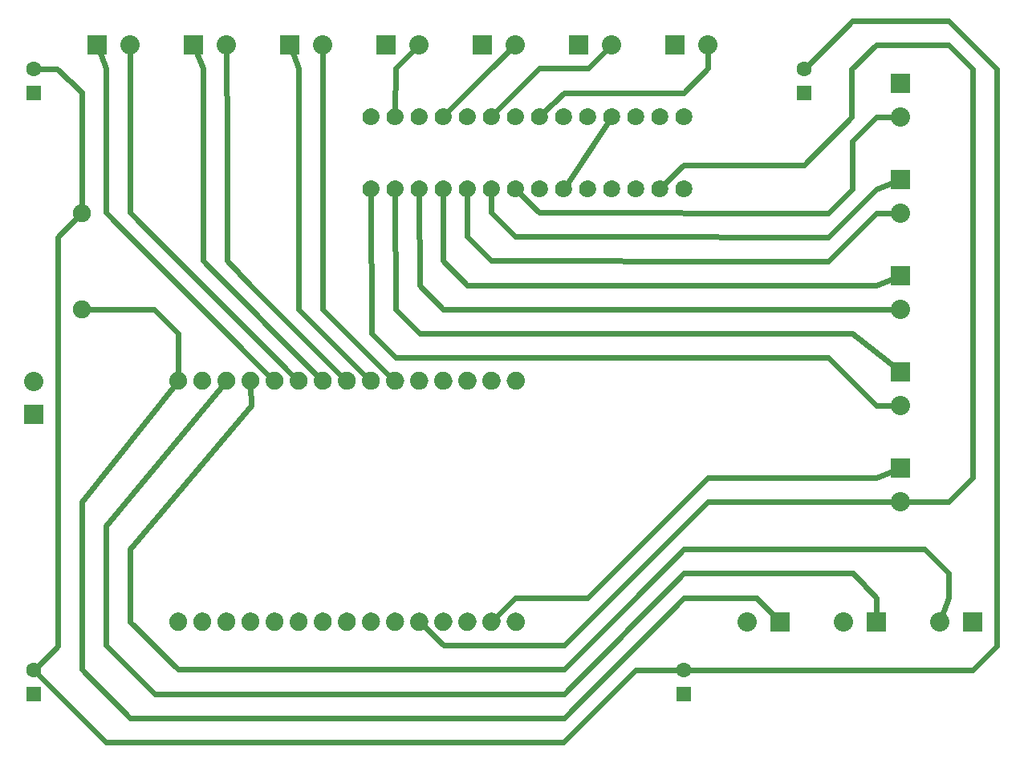
<source format=gtl>
G04 MADE WITH FRITZING*
G04 WWW.FRITZING.ORG*
G04 DOUBLE SIDED*
G04 HOLES PLATED*
G04 CONTOUR ON CENTER OF CONTOUR VECTOR*
%ASAXBY*%
%FSLAX23Y23*%
%MOIN*%
%OFA0B0*%
%SFA1.0B1.0*%
%ADD10C,0.062992*%
%ADD11C,0.070000*%
%ADD12C,0.074106*%
%ADD13C,0.080000*%
%ADD14C,0.075000*%
%ADD15R,0.062992X0.062992*%
%ADD16R,0.080000X0.080000*%
%ADD17C,0.024000*%
%ADD18R,0.001000X0.001000*%
%LNCOPPER1*%
G90*
G70*
G54D10*
X2926Y302D03*
X2926Y401D03*
X3426Y2802D03*
X3426Y2901D03*
X226Y302D03*
X226Y401D03*
X226Y2802D03*
X226Y2901D03*
G54D11*
X1626Y2402D03*
X2826Y2702D03*
X1726Y2402D03*
X2926Y2702D03*
X1826Y2402D03*
X1926Y2402D03*
X2026Y2402D03*
X2126Y2402D03*
X2926Y2402D03*
X2826Y2402D03*
X2726Y2402D03*
X2626Y2402D03*
X2226Y2402D03*
X2426Y2402D03*
X2326Y2402D03*
X2526Y2402D03*
X2426Y2702D03*
X2526Y2702D03*
X2626Y2702D03*
X2726Y2702D03*
X2226Y2702D03*
X2326Y2702D03*
X1826Y2702D03*
X1926Y2702D03*
X2026Y2702D03*
X2126Y2702D03*
X1626Y2702D03*
X1726Y2702D03*
G54D12*
X825Y602D03*
X925Y602D03*
X1025Y602D03*
X1125Y602D03*
X1225Y602D03*
X1325Y602D03*
X1425Y602D03*
X1526Y602D03*
X1626Y602D03*
X1726Y602D03*
X1826Y602D03*
X1926Y602D03*
X2026Y602D03*
X2126Y602D03*
X2227Y602D03*
X825Y1604D03*
X925Y1604D03*
X1025Y1604D03*
X1125Y1604D03*
X1225Y1604D03*
X1325Y1604D03*
X1425Y1604D03*
X1526Y1604D03*
X1626Y1604D03*
X1726Y1604D03*
X1826Y1604D03*
X1926Y1604D03*
X2026Y1604D03*
X2126Y1604D03*
X2227Y1604D03*
G54D13*
X226Y1464D03*
X226Y1602D03*
X3826Y2840D03*
X3826Y2702D03*
X3826Y2440D03*
X3826Y2302D03*
X3826Y2040D03*
X3826Y1902D03*
X3826Y1640D03*
X3826Y1502D03*
X1688Y3002D03*
X1826Y3002D03*
X2088Y3002D03*
X2226Y3002D03*
X3726Y602D03*
X3588Y602D03*
X3326Y602D03*
X3188Y602D03*
X3826Y1240D03*
X3826Y1102D03*
X2488Y3002D03*
X2626Y3002D03*
X2888Y3002D03*
X3026Y3002D03*
X488Y3002D03*
X626Y3002D03*
X888Y3002D03*
X1026Y3002D03*
X1288Y3002D03*
X1426Y3002D03*
X4126Y602D03*
X3988Y602D03*
G54D14*
X426Y2302D03*
X426Y1902D03*
G54D15*
X2926Y302D03*
X3426Y2802D03*
X226Y302D03*
X226Y2802D03*
G54D16*
X226Y1464D03*
X3826Y2840D03*
X3826Y2440D03*
X3826Y2040D03*
X3826Y1640D03*
X1688Y3002D03*
X2088Y3002D03*
X3726Y602D03*
X3326Y602D03*
X3826Y1240D03*
X2488Y3002D03*
X2888Y3002D03*
X488Y3002D03*
X888Y3002D03*
X1288Y3002D03*
X4126Y602D03*
G54D17*
X4026Y1102D02*
X3846Y1102D01*
D02*
X4126Y1202D02*
X4026Y1102D01*
D02*
X4126Y2902D02*
X4126Y1202D01*
D02*
X3725Y3002D02*
X4026Y3002D01*
D02*
X3623Y2900D02*
X3725Y3002D01*
D02*
X2434Y2415D02*
X2617Y2690D01*
D02*
X1425Y2903D02*
X1425Y1902D01*
D02*
X1425Y1902D02*
X1713Y1616D01*
D02*
X1426Y2982D02*
X1425Y2903D01*
D02*
X3526Y2202D02*
X2623Y2203D01*
D02*
X3726Y2402D02*
X3526Y2202D01*
D02*
X3626Y2402D02*
X3526Y2302D01*
D02*
X3626Y2602D02*
X3626Y2402D01*
D02*
X3726Y2702D02*
X3626Y2602D01*
D02*
X4026Y3002D02*
X4126Y2902D01*
D02*
X3623Y2701D02*
X3623Y2900D01*
D02*
X3426Y2502D02*
X3623Y2701D01*
D02*
X2926Y2502D02*
X3426Y2502D01*
D02*
X2836Y2413D02*
X2926Y2502D01*
D02*
X3026Y1102D02*
X2924Y1001D01*
D02*
X3726Y1502D02*
X3806Y1502D01*
D02*
X3626Y1802D02*
X2623Y1801D01*
D02*
X3726Y2302D02*
X3806Y2302D01*
D02*
X3526Y2102D02*
X3726Y2302D01*
D02*
X927Y2903D02*
X927Y2103D01*
D02*
X525Y2903D02*
X525Y2304D01*
D02*
X927Y2103D02*
X1413Y1616D01*
D02*
X625Y2304D02*
X625Y2601D01*
D02*
X625Y2601D02*
X626Y2982D01*
D02*
X1124Y1700D02*
X1213Y1616D01*
D02*
X1325Y1902D02*
X1613Y1616D01*
D02*
X1325Y2903D02*
X1325Y1902D01*
D02*
X1124Y2002D02*
X1513Y1616D01*
D02*
X1028Y2103D02*
X1124Y2002D01*
D02*
X1028Y2601D02*
X1028Y2103D01*
D02*
X525Y2304D02*
X1124Y1700D01*
D02*
X895Y2984D02*
X927Y2903D01*
D02*
X1313Y1616D02*
X625Y2304D01*
D02*
X495Y2983D02*
X525Y2903D01*
D02*
X2125Y2903D02*
X1936Y2713D01*
D02*
X2326Y2903D02*
X2136Y2713D01*
D02*
X2527Y2903D02*
X2326Y2903D01*
D02*
X3026Y2903D02*
X2925Y2802D01*
D02*
X2925Y2802D02*
X2427Y2802D01*
D02*
X2427Y2802D02*
X2336Y2713D01*
D02*
X1295Y2983D02*
X1325Y2903D01*
D02*
X1026Y2982D02*
X1028Y2601D01*
D02*
X2612Y2988D02*
X2527Y2903D01*
D02*
X3026Y2982D02*
X3026Y2903D01*
D02*
X3526Y2302D02*
X2326Y2304D01*
D02*
X2326Y2304D02*
X2236Y2392D01*
D02*
X2623Y2203D02*
X2226Y2203D01*
D02*
X2226Y2203D02*
X2125Y2304D01*
D02*
X2125Y2304D02*
X2126Y2387D01*
D02*
X1727Y2903D02*
X1726Y2717D01*
D02*
X3807Y2433D02*
X3726Y2402D01*
D02*
X1812Y2988D02*
X1727Y2903D01*
D02*
X3806Y2702D02*
X3726Y2702D01*
D02*
X2211Y2988D02*
X2125Y2903D01*
D02*
X2125Y2103D02*
X3226Y2102D01*
D02*
X2024Y2203D02*
X2125Y2103D01*
D02*
X2623Y2002D02*
X2024Y2002D01*
D02*
X2024Y2002D02*
X1924Y2103D01*
D02*
X1924Y2103D02*
X1926Y2387D01*
D02*
X3226Y2102D02*
X3526Y2102D01*
D02*
X3726Y2002D02*
X2623Y2002D01*
D02*
X2623Y1902D02*
X3806Y1902D01*
D02*
X2026Y2387D02*
X2024Y2203D01*
D02*
X3807Y2033D02*
X3726Y2002D01*
D02*
X1924Y1902D02*
X2623Y1902D01*
D02*
X1828Y2002D02*
X1924Y1902D01*
D02*
X2623Y1801D02*
X1828Y1801D01*
D02*
X1828Y1801D02*
X1727Y1902D01*
D02*
X1727Y1902D02*
X1726Y2387D01*
D02*
X2623Y1700D02*
X3526Y1702D01*
D02*
X3626Y1602D02*
X3726Y1502D01*
D02*
X3526Y1702D02*
X3626Y1602D01*
D02*
X3810Y1653D02*
X3626Y1802D01*
D02*
X1826Y2387D02*
X1828Y2002D01*
D02*
X1727Y1700D02*
X2623Y1700D01*
D02*
X1627Y1801D02*
X1727Y1700D01*
D02*
X4026Y702D02*
X4026Y803D01*
D02*
X4026Y803D02*
X3926Y904D01*
D02*
X3926Y904D02*
X2924Y904D01*
D02*
X626Y904D02*
X1127Y1502D01*
D02*
X2726Y702D02*
X2427Y403D01*
D02*
X825Y403D02*
X626Y601D01*
D02*
X1626Y2387D02*
X1627Y1801D01*
D02*
X3724Y702D02*
X3627Y803D01*
D02*
X3627Y803D02*
X2924Y803D01*
D02*
X2924Y803D02*
X2427Y302D01*
D02*
X626Y601D02*
X626Y904D01*
D02*
X1127Y1502D02*
X1125Y1586D01*
D02*
X2427Y302D02*
X727Y302D01*
D02*
X727Y302D02*
X526Y504D01*
D02*
X2427Y403D02*
X825Y403D01*
D02*
X2924Y904D02*
X2726Y702D01*
D02*
X3995Y621D02*
X4026Y702D01*
D02*
X2924Y1001D02*
X2625Y702D01*
D02*
X2625Y702D02*
X2427Y504D01*
D02*
X2427Y504D02*
X1927Y504D01*
D02*
X1927Y504D02*
X1839Y590D01*
D02*
X3806Y1102D02*
X3026Y1102D01*
D02*
X526Y504D02*
X526Y1001D01*
D02*
X526Y1001D02*
X1014Y1590D01*
D02*
X3725Y622D02*
X3724Y702D01*
D02*
X3227Y702D02*
X3312Y616D01*
D02*
X2924Y702D02*
X3227Y702D01*
D02*
X2626Y802D02*
X2526Y702D01*
D02*
X2526Y702D02*
X2427Y702D01*
D02*
X2427Y702D02*
X2226Y702D01*
D02*
X2226Y702D02*
X2139Y615D01*
D02*
X3807Y1233D02*
X3726Y1202D01*
D02*
X2427Y201D02*
X2924Y702D01*
D02*
X626Y201D02*
X2427Y201D01*
D02*
X425Y403D02*
X626Y201D01*
D02*
X425Y1102D02*
X425Y403D01*
D02*
X814Y1590D02*
X425Y1102D01*
D02*
X323Y2900D02*
X425Y2803D01*
D02*
X425Y2803D02*
X426Y2320D01*
D02*
X241Y2900D02*
X323Y2900D01*
D02*
X726Y1902D02*
X443Y1902D01*
D02*
X826Y1802D02*
X726Y1902D01*
D02*
X825Y1621D02*
X826Y1802D01*
D02*
X3026Y1202D02*
X2626Y802D01*
D02*
X3726Y1202D02*
X3026Y1202D01*
D02*
X4126Y402D02*
X2941Y401D01*
D02*
X4226Y502D02*
X4126Y402D01*
D02*
X4226Y2902D02*
X4226Y502D01*
D02*
X4026Y3102D02*
X4226Y2902D01*
D02*
X3626Y3102D02*
X4026Y3102D01*
D02*
X3437Y2912D02*
X3626Y3102D01*
D02*
X2726Y402D02*
X2426Y102D01*
D02*
X2426Y102D02*
X526Y102D01*
D02*
X526Y102D02*
X237Y389D01*
D02*
X2910Y401D02*
X2726Y402D01*
D02*
X326Y502D02*
X326Y2202D01*
D02*
X326Y2202D02*
X413Y2290D01*
D02*
X237Y412D02*
X326Y502D01*
G54D18*
X1622Y2737D02*
X1630Y2737D01*
X1722Y2737D02*
X1730Y2737D01*
X1822Y2737D02*
X1830Y2737D01*
X1922Y2737D02*
X1930Y2737D01*
X2022Y2737D02*
X2030Y2737D01*
X2122Y2737D02*
X2130Y2737D01*
X2222Y2737D02*
X2230Y2737D01*
X2322Y2737D02*
X2330Y2737D01*
X2422Y2737D02*
X2430Y2737D01*
X2522Y2737D02*
X2530Y2737D01*
X2622Y2737D02*
X2630Y2737D01*
X2722Y2737D02*
X2730Y2737D01*
X2822Y2737D02*
X2830Y2737D01*
X2922Y2737D02*
X2930Y2737D01*
X1617Y2736D02*
X1634Y2736D01*
X1717Y2736D02*
X1734Y2736D01*
X1817Y2736D02*
X1834Y2736D01*
X1917Y2736D02*
X1934Y2736D01*
X2017Y2736D02*
X2034Y2736D01*
X2117Y2736D02*
X2134Y2736D01*
X2217Y2736D02*
X2234Y2736D01*
X2317Y2736D02*
X2334Y2736D01*
X2417Y2736D02*
X2434Y2736D01*
X2517Y2736D02*
X2534Y2736D01*
X2617Y2736D02*
X2634Y2736D01*
X2717Y2736D02*
X2734Y2736D01*
X2817Y2736D02*
X2834Y2736D01*
X2917Y2736D02*
X2934Y2736D01*
X1614Y2735D02*
X1637Y2735D01*
X1714Y2735D02*
X1737Y2735D01*
X1814Y2735D02*
X1837Y2735D01*
X1914Y2735D02*
X1937Y2735D01*
X2014Y2735D02*
X2037Y2735D01*
X2114Y2735D02*
X2137Y2735D01*
X2214Y2735D02*
X2237Y2735D01*
X2314Y2735D02*
X2337Y2735D01*
X2414Y2735D02*
X2437Y2735D01*
X2514Y2735D02*
X2537Y2735D01*
X2614Y2735D02*
X2637Y2735D01*
X2714Y2735D02*
X2737Y2735D01*
X2814Y2735D02*
X2837Y2735D01*
X2914Y2735D02*
X2937Y2735D01*
X1612Y2734D02*
X1640Y2734D01*
X1712Y2734D02*
X1740Y2734D01*
X1812Y2734D02*
X1840Y2734D01*
X1912Y2734D02*
X1940Y2734D01*
X2012Y2734D02*
X2040Y2734D01*
X2112Y2734D02*
X2140Y2734D01*
X2212Y2734D02*
X2240Y2734D01*
X2312Y2734D02*
X2340Y2734D01*
X2412Y2734D02*
X2440Y2734D01*
X2512Y2734D02*
X2540Y2734D01*
X2612Y2734D02*
X2640Y2734D01*
X2712Y2734D02*
X2740Y2734D01*
X2812Y2734D02*
X2840Y2734D01*
X2912Y2734D02*
X2940Y2734D01*
X1610Y2733D02*
X1642Y2733D01*
X1710Y2733D02*
X1742Y2733D01*
X1810Y2733D02*
X1842Y2733D01*
X1910Y2733D02*
X1942Y2733D01*
X2010Y2733D02*
X2042Y2733D01*
X2110Y2733D02*
X2142Y2733D01*
X2210Y2733D02*
X2242Y2733D01*
X2310Y2733D02*
X2342Y2733D01*
X2410Y2733D02*
X2442Y2733D01*
X2510Y2733D02*
X2542Y2733D01*
X2610Y2733D02*
X2642Y2733D01*
X2710Y2733D02*
X2742Y2733D01*
X2810Y2733D02*
X2842Y2733D01*
X2910Y2733D02*
X2942Y2733D01*
X1608Y2732D02*
X1644Y2732D01*
X1708Y2732D02*
X1744Y2732D01*
X1808Y2732D02*
X1844Y2732D01*
X1908Y2732D02*
X1944Y2732D01*
X2008Y2732D02*
X2044Y2732D01*
X2108Y2732D02*
X2144Y2732D01*
X2208Y2732D02*
X2244Y2732D01*
X2308Y2732D02*
X2344Y2732D01*
X2408Y2732D02*
X2443Y2732D01*
X2508Y2732D02*
X2543Y2732D01*
X2608Y2732D02*
X2643Y2732D01*
X2708Y2732D02*
X2743Y2732D01*
X2808Y2732D02*
X2843Y2732D01*
X2908Y2732D02*
X2943Y2732D01*
X1606Y2731D02*
X1645Y2731D01*
X1706Y2731D02*
X1745Y2731D01*
X1806Y2731D02*
X1845Y2731D01*
X1906Y2731D02*
X1945Y2731D01*
X2006Y2731D02*
X2045Y2731D01*
X2106Y2731D02*
X2145Y2731D01*
X2206Y2731D02*
X2245Y2731D01*
X2306Y2731D02*
X2345Y2731D01*
X2406Y2731D02*
X2445Y2731D01*
X2506Y2731D02*
X2545Y2731D01*
X2606Y2731D02*
X2645Y2731D01*
X2706Y2731D02*
X2745Y2731D01*
X2806Y2731D02*
X2845Y2731D01*
X2906Y2731D02*
X2945Y2731D01*
X1605Y2730D02*
X1647Y2730D01*
X1705Y2730D02*
X1747Y2730D01*
X1805Y2730D02*
X1847Y2730D01*
X1905Y2730D02*
X1947Y2730D01*
X2005Y2730D02*
X2047Y2730D01*
X2105Y2730D02*
X2147Y2730D01*
X2205Y2730D02*
X2247Y2730D01*
X2305Y2730D02*
X2347Y2730D01*
X2405Y2730D02*
X2447Y2730D01*
X2505Y2730D02*
X2547Y2730D01*
X2605Y2730D02*
X2646Y2730D01*
X2705Y2730D02*
X2746Y2730D01*
X2805Y2730D02*
X2846Y2730D01*
X2905Y2730D02*
X2946Y2730D01*
X1604Y2729D02*
X1648Y2729D01*
X1704Y2729D02*
X1748Y2729D01*
X1804Y2729D02*
X1848Y2729D01*
X1904Y2729D02*
X1948Y2729D01*
X2004Y2729D02*
X2048Y2729D01*
X2104Y2729D02*
X2148Y2729D01*
X2204Y2729D02*
X2248Y2729D01*
X2304Y2729D02*
X2348Y2729D01*
X2404Y2729D02*
X2448Y2729D01*
X2504Y2729D02*
X2548Y2729D01*
X2604Y2729D02*
X2648Y2729D01*
X2704Y2729D02*
X2748Y2729D01*
X2804Y2729D02*
X2848Y2729D01*
X2904Y2729D02*
X2948Y2729D01*
X1603Y2728D02*
X1649Y2728D01*
X1703Y2728D02*
X1749Y2728D01*
X1803Y2728D02*
X1849Y2728D01*
X1903Y2728D02*
X1949Y2728D01*
X2003Y2728D02*
X2049Y2728D01*
X2103Y2728D02*
X2149Y2728D01*
X2203Y2728D02*
X2249Y2728D01*
X2302Y2728D02*
X2349Y2728D01*
X2402Y2728D02*
X2449Y2728D01*
X2502Y2728D02*
X2549Y2728D01*
X2602Y2728D02*
X2649Y2728D01*
X2702Y2728D02*
X2749Y2728D01*
X2802Y2728D02*
X2849Y2728D01*
X2902Y2728D02*
X2949Y2728D01*
X1602Y2727D02*
X1650Y2727D01*
X1702Y2727D02*
X1750Y2727D01*
X1801Y2727D02*
X1850Y2727D01*
X1901Y2727D02*
X1950Y2727D01*
X2001Y2727D02*
X2050Y2727D01*
X2101Y2727D02*
X2150Y2727D01*
X2201Y2727D02*
X2250Y2727D01*
X2301Y2727D02*
X2350Y2727D01*
X2401Y2727D02*
X2450Y2727D01*
X2501Y2727D02*
X2550Y2727D01*
X2601Y2727D02*
X2650Y2727D01*
X2701Y2727D02*
X2750Y2727D01*
X2801Y2727D02*
X2850Y2727D01*
X2901Y2727D02*
X2950Y2727D01*
X1601Y2726D02*
X1651Y2726D01*
X1701Y2726D02*
X1751Y2726D01*
X1801Y2726D02*
X1851Y2726D01*
X1901Y2726D02*
X1951Y2726D01*
X2001Y2726D02*
X2051Y2726D01*
X2101Y2726D02*
X2151Y2726D01*
X2201Y2726D02*
X2251Y2726D01*
X2301Y2726D02*
X2351Y2726D01*
X2400Y2726D02*
X2451Y2726D01*
X2500Y2726D02*
X2551Y2726D01*
X2600Y2726D02*
X2651Y2726D01*
X2700Y2726D02*
X2751Y2726D01*
X2800Y2726D02*
X2851Y2726D01*
X2900Y2726D02*
X2951Y2726D01*
X1600Y2725D02*
X1652Y2725D01*
X1700Y2725D02*
X1752Y2725D01*
X1800Y2725D02*
X1852Y2725D01*
X1900Y2725D02*
X1952Y2725D01*
X2000Y2725D02*
X2052Y2725D01*
X2100Y2725D02*
X2152Y2725D01*
X2200Y2725D02*
X2252Y2725D01*
X2300Y2725D02*
X2352Y2725D01*
X2400Y2725D02*
X2452Y2725D01*
X2500Y2725D02*
X2552Y2725D01*
X2600Y2725D02*
X2652Y2725D01*
X2700Y2725D02*
X2752Y2725D01*
X2800Y2725D02*
X2852Y2725D01*
X2900Y2725D02*
X2952Y2725D01*
X1599Y2724D02*
X1653Y2724D01*
X1699Y2724D02*
X1753Y2724D01*
X1799Y2724D02*
X1853Y2724D01*
X1899Y2724D02*
X1953Y2724D01*
X1999Y2724D02*
X2053Y2724D01*
X2099Y2724D02*
X2153Y2724D01*
X2199Y2724D02*
X2253Y2724D01*
X2299Y2724D02*
X2353Y2724D01*
X2399Y2724D02*
X2453Y2724D01*
X2499Y2724D02*
X2553Y2724D01*
X2599Y2724D02*
X2653Y2724D01*
X2699Y2724D02*
X2753Y2724D01*
X2799Y2724D02*
X2853Y2724D01*
X2899Y2724D02*
X2953Y2724D01*
X1598Y2723D02*
X1653Y2723D01*
X1698Y2723D02*
X1753Y2723D01*
X1798Y2723D02*
X1853Y2723D01*
X1898Y2723D02*
X1953Y2723D01*
X1998Y2723D02*
X2053Y2723D01*
X2098Y2723D02*
X2153Y2723D01*
X2198Y2723D02*
X2253Y2723D01*
X2298Y2723D02*
X2353Y2723D01*
X2398Y2723D02*
X2453Y2723D01*
X2498Y2723D02*
X2553Y2723D01*
X2598Y2723D02*
X2653Y2723D01*
X2698Y2723D02*
X2753Y2723D01*
X2798Y2723D02*
X2853Y2723D01*
X2898Y2723D02*
X2953Y2723D01*
X1598Y2722D02*
X1654Y2722D01*
X1698Y2722D02*
X1754Y2722D01*
X1797Y2722D02*
X1854Y2722D01*
X1897Y2722D02*
X1954Y2722D01*
X1997Y2722D02*
X2054Y2722D01*
X2097Y2722D02*
X2154Y2722D01*
X2197Y2722D02*
X2254Y2722D01*
X2297Y2722D02*
X2354Y2722D01*
X2397Y2722D02*
X2454Y2722D01*
X2497Y2722D02*
X2554Y2722D01*
X2597Y2722D02*
X2654Y2722D01*
X2697Y2722D02*
X2754Y2722D01*
X2797Y2722D02*
X2854Y2722D01*
X2897Y2722D02*
X2954Y2722D01*
X1597Y2721D02*
X1655Y2721D01*
X1697Y2721D02*
X1755Y2721D01*
X1797Y2721D02*
X1855Y2721D01*
X1897Y2721D02*
X1955Y2721D01*
X1997Y2721D02*
X2055Y2721D01*
X2097Y2721D02*
X2155Y2721D01*
X2197Y2721D02*
X2255Y2721D01*
X2297Y2721D02*
X2355Y2721D01*
X2397Y2721D02*
X2455Y2721D01*
X2497Y2721D02*
X2555Y2721D01*
X2597Y2721D02*
X2655Y2721D01*
X2697Y2721D02*
X2755Y2721D01*
X2797Y2721D02*
X2855Y2721D01*
X2897Y2721D02*
X2955Y2721D01*
X1596Y2720D02*
X1655Y2720D01*
X1696Y2720D02*
X1755Y2720D01*
X1796Y2720D02*
X1855Y2720D01*
X1896Y2720D02*
X1955Y2720D01*
X1996Y2720D02*
X2055Y2720D01*
X2096Y2720D02*
X2155Y2720D01*
X2196Y2720D02*
X2255Y2720D01*
X2296Y2720D02*
X2355Y2720D01*
X2396Y2720D02*
X2455Y2720D01*
X2496Y2720D02*
X2555Y2720D01*
X2596Y2720D02*
X2655Y2720D01*
X2696Y2720D02*
X2755Y2720D01*
X2796Y2720D02*
X2855Y2720D01*
X2896Y2720D02*
X2955Y2720D01*
X1596Y2719D02*
X1656Y2719D01*
X1696Y2719D02*
X1756Y2719D01*
X1796Y2719D02*
X1856Y2719D01*
X1896Y2719D02*
X1956Y2719D01*
X1996Y2719D02*
X2056Y2719D01*
X2096Y2719D02*
X2156Y2719D01*
X2196Y2719D02*
X2256Y2719D01*
X2296Y2719D02*
X2356Y2719D01*
X2396Y2719D02*
X2456Y2719D01*
X2496Y2719D02*
X2556Y2719D01*
X2596Y2719D02*
X2656Y2719D01*
X2696Y2719D02*
X2756Y2719D01*
X2796Y2719D02*
X2856Y2719D01*
X2896Y2719D02*
X2956Y2719D01*
X1595Y2718D02*
X1656Y2718D01*
X1695Y2718D02*
X1756Y2718D01*
X1795Y2718D02*
X1856Y2718D01*
X1895Y2718D02*
X1956Y2718D01*
X1995Y2718D02*
X2056Y2718D01*
X2095Y2718D02*
X2156Y2718D01*
X2195Y2718D02*
X2256Y2718D01*
X2295Y2718D02*
X2356Y2718D01*
X2395Y2718D02*
X2456Y2718D01*
X2495Y2718D02*
X2556Y2718D01*
X2595Y2718D02*
X2656Y2718D01*
X2695Y2718D02*
X2756Y2718D01*
X2795Y2718D02*
X2856Y2718D01*
X2895Y2718D02*
X2956Y2718D01*
X1595Y2717D02*
X1622Y2717D01*
X1630Y2717D02*
X1657Y2717D01*
X1695Y2717D02*
X1722Y2717D01*
X1730Y2717D02*
X1757Y2717D01*
X1795Y2717D02*
X1822Y2717D01*
X1830Y2717D02*
X1857Y2717D01*
X1895Y2717D02*
X1922Y2717D01*
X1930Y2717D02*
X1957Y2717D01*
X1995Y2717D02*
X2022Y2717D01*
X2030Y2717D02*
X2057Y2717D01*
X2095Y2717D02*
X2122Y2717D01*
X2130Y2717D02*
X2157Y2717D01*
X2195Y2717D02*
X2222Y2717D01*
X2230Y2717D02*
X2257Y2717D01*
X2295Y2717D02*
X2322Y2717D01*
X2330Y2717D02*
X2357Y2717D01*
X2395Y2717D02*
X2422Y2717D01*
X2430Y2717D02*
X2457Y2717D01*
X2495Y2717D02*
X2522Y2717D01*
X2530Y2717D02*
X2557Y2717D01*
X2595Y2717D02*
X2622Y2717D01*
X2630Y2717D02*
X2657Y2717D01*
X2695Y2717D02*
X2722Y2717D01*
X2730Y2717D02*
X2757Y2717D01*
X2795Y2717D02*
X2822Y2717D01*
X2830Y2717D02*
X2857Y2717D01*
X2895Y2717D02*
X2921Y2717D01*
X2930Y2717D02*
X2957Y2717D01*
X1594Y2716D02*
X1619Y2716D01*
X1633Y2716D02*
X1657Y2716D01*
X1694Y2716D02*
X1719Y2716D01*
X1733Y2716D02*
X1757Y2716D01*
X1794Y2716D02*
X1819Y2716D01*
X1833Y2716D02*
X1857Y2716D01*
X1894Y2716D02*
X1919Y2716D01*
X1933Y2716D02*
X1957Y2716D01*
X1994Y2716D02*
X2019Y2716D01*
X2033Y2716D02*
X2057Y2716D01*
X2094Y2716D02*
X2119Y2716D01*
X2133Y2716D02*
X2157Y2716D01*
X2194Y2716D02*
X2219Y2716D01*
X2233Y2716D02*
X2257Y2716D01*
X2294Y2716D02*
X2319Y2716D01*
X2333Y2716D02*
X2357Y2716D01*
X2394Y2716D02*
X2419Y2716D01*
X2433Y2716D02*
X2457Y2716D01*
X2494Y2716D02*
X2519Y2716D01*
X2533Y2716D02*
X2557Y2716D01*
X2594Y2716D02*
X2619Y2716D01*
X2633Y2716D02*
X2657Y2716D01*
X2694Y2716D02*
X2719Y2716D01*
X2733Y2716D02*
X2757Y2716D01*
X2794Y2716D02*
X2819Y2716D01*
X2833Y2716D02*
X2857Y2716D01*
X2894Y2716D02*
X2919Y2716D01*
X2933Y2716D02*
X2957Y2716D01*
X1594Y2715D02*
X1617Y2715D01*
X1635Y2715D02*
X1658Y2715D01*
X1694Y2715D02*
X1717Y2715D01*
X1735Y2715D02*
X1758Y2715D01*
X1794Y2715D02*
X1817Y2715D01*
X1835Y2715D02*
X1858Y2715D01*
X1894Y2715D02*
X1917Y2715D01*
X1935Y2715D02*
X1958Y2715D01*
X1994Y2715D02*
X2017Y2715D01*
X2034Y2715D02*
X2058Y2715D01*
X2094Y2715D02*
X2117Y2715D01*
X2134Y2715D02*
X2158Y2715D01*
X2194Y2715D02*
X2217Y2715D01*
X2234Y2715D02*
X2258Y2715D01*
X2294Y2715D02*
X2317Y2715D01*
X2334Y2715D02*
X2358Y2715D01*
X2394Y2715D02*
X2417Y2715D01*
X2434Y2715D02*
X2458Y2715D01*
X2494Y2715D02*
X2517Y2715D01*
X2534Y2715D02*
X2558Y2715D01*
X2594Y2715D02*
X2617Y2715D01*
X2634Y2715D02*
X2658Y2715D01*
X2694Y2715D02*
X2717Y2715D01*
X2734Y2715D02*
X2758Y2715D01*
X2794Y2715D02*
X2817Y2715D01*
X2834Y2715D02*
X2858Y2715D01*
X2894Y2715D02*
X2917Y2715D01*
X2934Y2715D02*
X2958Y2715D01*
X1594Y2714D02*
X1616Y2714D01*
X1636Y2714D02*
X1658Y2714D01*
X1694Y2714D02*
X1716Y2714D01*
X1736Y2714D02*
X1758Y2714D01*
X1794Y2714D02*
X1816Y2714D01*
X1836Y2714D02*
X1858Y2714D01*
X1894Y2714D02*
X1916Y2714D01*
X1936Y2714D02*
X1958Y2714D01*
X1994Y2714D02*
X2016Y2714D01*
X2036Y2714D02*
X2058Y2714D01*
X2093Y2714D02*
X2116Y2714D01*
X2136Y2714D02*
X2158Y2714D01*
X2193Y2714D02*
X2216Y2714D01*
X2236Y2714D02*
X2258Y2714D01*
X2293Y2714D02*
X2316Y2714D01*
X2336Y2714D02*
X2358Y2714D01*
X2393Y2714D02*
X2416Y2714D01*
X2436Y2714D02*
X2458Y2714D01*
X2493Y2714D02*
X2516Y2714D01*
X2536Y2714D02*
X2558Y2714D01*
X2593Y2714D02*
X2616Y2714D01*
X2636Y2714D02*
X2658Y2714D01*
X2693Y2714D02*
X2716Y2714D01*
X2736Y2714D02*
X2758Y2714D01*
X2793Y2714D02*
X2816Y2714D01*
X2836Y2714D02*
X2858Y2714D01*
X2893Y2714D02*
X2916Y2714D01*
X2936Y2714D02*
X2958Y2714D01*
X1593Y2713D02*
X1615Y2713D01*
X1637Y2713D02*
X1659Y2713D01*
X1693Y2713D02*
X1715Y2713D01*
X1737Y2713D02*
X1758Y2713D01*
X1793Y2713D02*
X1815Y2713D01*
X1837Y2713D02*
X1858Y2713D01*
X1893Y2713D02*
X1915Y2713D01*
X1937Y2713D02*
X1958Y2713D01*
X1993Y2713D02*
X2015Y2713D01*
X2037Y2713D02*
X2058Y2713D01*
X2093Y2713D02*
X2115Y2713D01*
X2137Y2713D02*
X2158Y2713D01*
X2193Y2713D02*
X2215Y2713D01*
X2237Y2713D02*
X2258Y2713D01*
X2293Y2713D02*
X2315Y2713D01*
X2337Y2713D02*
X2358Y2713D01*
X2393Y2713D02*
X2415Y2713D01*
X2437Y2713D02*
X2458Y2713D01*
X2493Y2713D02*
X2515Y2713D01*
X2537Y2713D02*
X2558Y2713D01*
X2593Y2713D02*
X2615Y2713D01*
X2637Y2713D02*
X2658Y2713D01*
X2693Y2713D02*
X2715Y2713D01*
X2737Y2713D02*
X2758Y2713D01*
X2793Y2713D02*
X2815Y2713D01*
X2837Y2713D02*
X2858Y2713D01*
X2893Y2713D02*
X2915Y2713D01*
X2937Y2713D02*
X2958Y2713D01*
X1593Y2712D02*
X1614Y2712D01*
X1638Y2712D02*
X1659Y2712D01*
X1693Y2712D02*
X1714Y2712D01*
X1738Y2712D02*
X1759Y2712D01*
X1793Y2712D02*
X1814Y2712D01*
X1838Y2712D02*
X1859Y2712D01*
X1893Y2712D02*
X1914Y2712D01*
X1938Y2712D02*
X1959Y2712D01*
X1993Y2712D02*
X2014Y2712D01*
X2038Y2712D02*
X2059Y2712D01*
X2093Y2712D02*
X2114Y2712D01*
X2138Y2712D02*
X2159Y2712D01*
X2193Y2712D02*
X2214Y2712D01*
X2238Y2712D02*
X2259Y2712D01*
X2293Y2712D02*
X2314Y2712D01*
X2338Y2712D02*
X2359Y2712D01*
X2393Y2712D02*
X2414Y2712D01*
X2438Y2712D02*
X2459Y2712D01*
X2493Y2712D02*
X2514Y2712D01*
X2538Y2712D02*
X2559Y2712D01*
X2593Y2712D02*
X2614Y2712D01*
X2638Y2712D02*
X2659Y2712D01*
X2693Y2712D02*
X2714Y2712D01*
X2738Y2712D02*
X2759Y2712D01*
X2793Y2712D02*
X2814Y2712D01*
X2838Y2712D02*
X2859Y2712D01*
X2893Y2712D02*
X2914Y2712D01*
X2938Y2712D02*
X2959Y2712D01*
X1593Y2711D02*
X1613Y2711D01*
X1639Y2711D02*
X1659Y2711D01*
X1693Y2711D02*
X1713Y2711D01*
X1739Y2711D02*
X1759Y2711D01*
X1793Y2711D02*
X1813Y2711D01*
X1839Y2711D02*
X1859Y2711D01*
X1893Y2711D02*
X1913Y2711D01*
X1939Y2711D02*
X1959Y2711D01*
X1993Y2711D02*
X2013Y2711D01*
X2039Y2711D02*
X2059Y2711D01*
X2093Y2711D02*
X2113Y2711D01*
X2139Y2711D02*
X2159Y2711D01*
X2193Y2711D02*
X2213Y2711D01*
X2239Y2711D02*
X2259Y2711D01*
X2293Y2711D02*
X2313Y2711D01*
X2339Y2711D02*
X2359Y2711D01*
X2392Y2711D02*
X2413Y2711D01*
X2439Y2711D02*
X2459Y2711D01*
X2492Y2711D02*
X2513Y2711D01*
X2539Y2711D02*
X2559Y2711D01*
X2592Y2711D02*
X2613Y2711D01*
X2638Y2711D02*
X2659Y2711D01*
X2692Y2711D02*
X2713Y2711D01*
X2738Y2711D02*
X2759Y2711D01*
X2792Y2711D02*
X2813Y2711D01*
X2838Y2711D02*
X2859Y2711D01*
X2892Y2711D02*
X2913Y2711D01*
X2938Y2711D02*
X2959Y2711D01*
X1592Y2710D02*
X1612Y2710D01*
X1639Y2710D02*
X1659Y2710D01*
X1692Y2710D02*
X1712Y2710D01*
X1739Y2710D02*
X1759Y2710D01*
X1792Y2710D02*
X1812Y2710D01*
X1839Y2710D02*
X1859Y2710D01*
X1892Y2710D02*
X1912Y2710D01*
X1939Y2710D02*
X1959Y2710D01*
X1992Y2710D02*
X2012Y2710D01*
X2039Y2710D02*
X2059Y2710D01*
X2092Y2710D02*
X2112Y2710D01*
X2139Y2710D02*
X2159Y2710D01*
X2192Y2710D02*
X2212Y2710D01*
X2239Y2710D02*
X2259Y2710D01*
X2292Y2710D02*
X2312Y2710D01*
X2339Y2710D02*
X2359Y2710D01*
X2392Y2710D02*
X2412Y2710D01*
X2439Y2710D02*
X2459Y2710D01*
X2492Y2710D02*
X2512Y2710D01*
X2539Y2710D02*
X2559Y2710D01*
X2592Y2710D02*
X2612Y2710D01*
X2639Y2710D02*
X2659Y2710D01*
X2692Y2710D02*
X2712Y2710D01*
X2739Y2710D02*
X2759Y2710D01*
X2792Y2710D02*
X2812Y2710D01*
X2839Y2710D02*
X2859Y2710D01*
X2892Y2710D02*
X2912Y2710D01*
X2939Y2710D02*
X2959Y2710D01*
X1592Y2709D02*
X1612Y2709D01*
X1640Y2709D02*
X1660Y2709D01*
X1692Y2709D02*
X1712Y2709D01*
X1740Y2709D02*
X1760Y2709D01*
X1792Y2709D02*
X1812Y2709D01*
X1840Y2709D02*
X1860Y2709D01*
X1892Y2709D02*
X1912Y2709D01*
X1940Y2709D02*
X1960Y2709D01*
X1992Y2709D02*
X2012Y2709D01*
X2040Y2709D02*
X2060Y2709D01*
X2092Y2709D02*
X2112Y2709D01*
X2140Y2709D02*
X2160Y2709D01*
X2192Y2709D02*
X2212Y2709D01*
X2240Y2709D02*
X2260Y2709D01*
X2292Y2709D02*
X2312Y2709D01*
X2340Y2709D02*
X2359Y2709D01*
X2392Y2709D02*
X2412Y2709D01*
X2440Y2709D02*
X2459Y2709D01*
X2492Y2709D02*
X2512Y2709D01*
X2540Y2709D02*
X2559Y2709D01*
X2592Y2709D02*
X2612Y2709D01*
X2640Y2709D02*
X2659Y2709D01*
X2692Y2709D02*
X2712Y2709D01*
X2740Y2709D02*
X2759Y2709D01*
X2792Y2709D02*
X2812Y2709D01*
X2840Y2709D02*
X2859Y2709D01*
X2892Y2709D02*
X2912Y2709D01*
X2940Y2709D02*
X2959Y2709D01*
X1592Y2708D02*
X1611Y2708D01*
X1640Y2708D02*
X1660Y2708D01*
X1692Y2708D02*
X1711Y2708D01*
X1740Y2708D02*
X1760Y2708D01*
X1792Y2708D02*
X1811Y2708D01*
X1840Y2708D02*
X1860Y2708D01*
X1892Y2708D02*
X1911Y2708D01*
X1940Y2708D02*
X1960Y2708D01*
X1992Y2708D02*
X2011Y2708D01*
X2040Y2708D02*
X2060Y2708D01*
X2092Y2708D02*
X2111Y2708D01*
X2140Y2708D02*
X2160Y2708D01*
X2192Y2708D02*
X2211Y2708D01*
X2240Y2708D02*
X2260Y2708D01*
X2292Y2708D02*
X2311Y2708D01*
X2340Y2708D02*
X2360Y2708D01*
X2392Y2708D02*
X2411Y2708D01*
X2440Y2708D02*
X2460Y2708D01*
X2492Y2708D02*
X2511Y2708D01*
X2540Y2708D02*
X2560Y2708D01*
X2592Y2708D02*
X2611Y2708D01*
X2640Y2708D02*
X2660Y2708D01*
X2692Y2708D02*
X2711Y2708D01*
X2740Y2708D02*
X2760Y2708D01*
X2792Y2708D02*
X2811Y2708D01*
X2840Y2708D02*
X2860Y2708D01*
X2892Y2708D02*
X2911Y2708D01*
X2940Y2708D02*
X2960Y2708D01*
X1592Y2707D02*
X1611Y2707D01*
X1641Y2707D02*
X1660Y2707D01*
X1692Y2707D02*
X1711Y2707D01*
X1741Y2707D02*
X1760Y2707D01*
X1792Y2707D02*
X1811Y2707D01*
X1841Y2707D02*
X1860Y2707D01*
X1892Y2707D02*
X1911Y2707D01*
X1941Y2707D02*
X1960Y2707D01*
X1992Y2707D02*
X2011Y2707D01*
X2041Y2707D02*
X2060Y2707D01*
X2092Y2707D02*
X2111Y2707D01*
X2141Y2707D02*
X2160Y2707D01*
X2192Y2707D02*
X2211Y2707D01*
X2241Y2707D02*
X2260Y2707D01*
X2292Y2707D02*
X2311Y2707D01*
X2341Y2707D02*
X2360Y2707D01*
X2392Y2707D02*
X2411Y2707D01*
X2441Y2707D02*
X2460Y2707D01*
X2492Y2707D02*
X2511Y2707D01*
X2541Y2707D02*
X2560Y2707D01*
X2592Y2707D02*
X2611Y2707D01*
X2641Y2707D02*
X2660Y2707D01*
X2692Y2707D02*
X2711Y2707D01*
X2741Y2707D02*
X2760Y2707D01*
X2792Y2707D02*
X2811Y2707D01*
X2841Y2707D02*
X2860Y2707D01*
X2892Y2707D02*
X2911Y2707D01*
X2941Y2707D02*
X2960Y2707D01*
X1592Y2706D02*
X1611Y2706D01*
X1641Y2706D02*
X1660Y2706D01*
X1692Y2706D02*
X1711Y2706D01*
X1741Y2706D02*
X1760Y2706D01*
X1792Y2706D02*
X1811Y2706D01*
X1841Y2706D02*
X1860Y2706D01*
X1892Y2706D02*
X1911Y2706D01*
X1941Y2706D02*
X1960Y2706D01*
X1992Y2706D02*
X2011Y2706D01*
X2041Y2706D02*
X2060Y2706D01*
X2092Y2706D02*
X2111Y2706D01*
X2141Y2706D02*
X2160Y2706D01*
X2192Y2706D02*
X2211Y2706D01*
X2241Y2706D02*
X2260Y2706D01*
X2291Y2706D02*
X2311Y2706D01*
X2341Y2706D02*
X2360Y2706D01*
X2391Y2706D02*
X2411Y2706D01*
X2441Y2706D02*
X2460Y2706D01*
X2491Y2706D02*
X2511Y2706D01*
X2541Y2706D02*
X2560Y2706D01*
X2591Y2706D02*
X2611Y2706D01*
X2641Y2706D02*
X2660Y2706D01*
X2691Y2706D02*
X2711Y2706D01*
X2741Y2706D02*
X2760Y2706D01*
X2791Y2706D02*
X2811Y2706D01*
X2841Y2706D02*
X2860Y2706D01*
X2891Y2706D02*
X2910Y2706D01*
X2941Y2706D02*
X2960Y2706D01*
X1592Y2705D02*
X1611Y2705D01*
X1641Y2705D02*
X1660Y2705D01*
X1691Y2705D02*
X1711Y2705D01*
X1741Y2705D02*
X1760Y2705D01*
X1791Y2705D02*
X1811Y2705D01*
X1841Y2705D02*
X1860Y2705D01*
X1891Y2705D02*
X1911Y2705D01*
X1941Y2705D02*
X1960Y2705D01*
X1991Y2705D02*
X2010Y2705D01*
X2041Y2705D02*
X2060Y2705D01*
X2091Y2705D02*
X2110Y2705D01*
X2141Y2705D02*
X2160Y2705D01*
X2191Y2705D02*
X2210Y2705D01*
X2241Y2705D02*
X2260Y2705D01*
X2291Y2705D02*
X2310Y2705D01*
X2341Y2705D02*
X2360Y2705D01*
X2391Y2705D02*
X2410Y2705D01*
X2441Y2705D02*
X2460Y2705D01*
X2491Y2705D02*
X2510Y2705D01*
X2541Y2705D02*
X2560Y2705D01*
X2591Y2705D02*
X2610Y2705D01*
X2641Y2705D02*
X2660Y2705D01*
X2691Y2705D02*
X2710Y2705D01*
X2741Y2705D02*
X2760Y2705D01*
X2791Y2705D02*
X2810Y2705D01*
X2841Y2705D02*
X2860Y2705D01*
X2891Y2705D02*
X2910Y2705D01*
X2941Y2705D02*
X2960Y2705D01*
X1591Y2704D02*
X1610Y2704D01*
X1641Y2704D02*
X1660Y2704D01*
X1691Y2704D02*
X1710Y2704D01*
X1741Y2704D02*
X1760Y2704D01*
X1791Y2704D02*
X1810Y2704D01*
X1841Y2704D02*
X1860Y2704D01*
X1891Y2704D02*
X1910Y2704D01*
X1941Y2704D02*
X1960Y2704D01*
X1991Y2704D02*
X2010Y2704D01*
X2041Y2704D02*
X2060Y2704D01*
X2091Y2704D02*
X2110Y2704D01*
X2141Y2704D02*
X2160Y2704D01*
X2191Y2704D02*
X2210Y2704D01*
X2241Y2704D02*
X2260Y2704D01*
X2291Y2704D02*
X2310Y2704D01*
X2341Y2704D02*
X2360Y2704D01*
X2391Y2704D02*
X2410Y2704D01*
X2441Y2704D02*
X2460Y2704D01*
X2491Y2704D02*
X2510Y2704D01*
X2541Y2704D02*
X2560Y2704D01*
X2591Y2704D02*
X2610Y2704D01*
X2641Y2704D02*
X2660Y2704D01*
X2691Y2704D02*
X2710Y2704D01*
X2741Y2704D02*
X2760Y2704D01*
X2791Y2704D02*
X2810Y2704D01*
X2841Y2704D02*
X2860Y2704D01*
X2891Y2704D02*
X2910Y2704D01*
X2941Y2704D02*
X2960Y2704D01*
X1591Y2703D02*
X1610Y2703D01*
X1641Y2703D02*
X1660Y2703D01*
X1691Y2703D02*
X1710Y2703D01*
X1741Y2703D02*
X1760Y2703D01*
X1791Y2703D02*
X1810Y2703D01*
X1841Y2703D02*
X1860Y2703D01*
X1891Y2703D02*
X1910Y2703D01*
X1941Y2703D02*
X1960Y2703D01*
X1991Y2703D02*
X2010Y2703D01*
X2041Y2703D02*
X2060Y2703D01*
X2091Y2703D02*
X2110Y2703D01*
X2141Y2703D02*
X2160Y2703D01*
X2191Y2703D02*
X2210Y2703D01*
X2241Y2703D02*
X2260Y2703D01*
X2291Y2703D02*
X2310Y2703D01*
X2341Y2703D02*
X2360Y2703D01*
X2391Y2703D02*
X2410Y2703D01*
X2441Y2703D02*
X2460Y2703D01*
X2491Y2703D02*
X2510Y2703D01*
X2541Y2703D02*
X2560Y2703D01*
X2591Y2703D02*
X2610Y2703D01*
X2641Y2703D02*
X2660Y2703D01*
X2691Y2703D02*
X2710Y2703D01*
X2741Y2703D02*
X2760Y2703D01*
X2791Y2703D02*
X2810Y2703D01*
X2841Y2703D02*
X2860Y2703D01*
X2891Y2703D02*
X2910Y2703D01*
X2941Y2703D02*
X2960Y2703D01*
X1591Y2702D02*
X1610Y2702D01*
X1641Y2702D02*
X1660Y2702D01*
X1691Y2702D02*
X1710Y2702D01*
X1741Y2702D02*
X1760Y2702D01*
X1791Y2702D02*
X1810Y2702D01*
X1841Y2702D02*
X1860Y2702D01*
X1891Y2702D02*
X1910Y2702D01*
X1941Y2702D02*
X1960Y2702D01*
X1991Y2702D02*
X2010Y2702D01*
X2041Y2702D02*
X2060Y2702D01*
X2091Y2702D02*
X2110Y2702D01*
X2141Y2702D02*
X2160Y2702D01*
X2191Y2702D02*
X2210Y2702D01*
X2241Y2702D02*
X2260Y2702D01*
X2291Y2702D02*
X2310Y2702D01*
X2341Y2702D02*
X2360Y2702D01*
X2391Y2702D02*
X2410Y2702D01*
X2441Y2702D02*
X2460Y2702D01*
X2491Y2702D02*
X2510Y2702D01*
X2541Y2702D02*
X2560Y2702D01*
X2591Y2702D02*
X2610Y2702D01*
X2641Y2702D02*
X2660Y2702D01*
X2691Y2702D02*
X2710Y2702D01*
X2741Y2702D02*
X2760Y2702D01*
X2791Y2702D02*
X2810Y2702D01*
X2841Y2702D02*
X2860Y2702D01*
X2891Y2702D02*
X2910Y2702D01*
X2941Y2702D02*
X2960Y2702D01*
X1591Y2701D02*
X1610Y2701D01*
X1641Y2701D02*
X1660Y2701D01*
X1691Y2701D02*
X1710Y2701D01*
X1741Y2701D02*
X1760Y2701D01*
X1791Y2701D02*
X1810Y2701D01*
X1841Y2701D02*
X1860Y2701D01*
X1891Y2701D02*
X1910Y2701D01*
X1941Y2701D02*
X1960Y2701D01*
X1991Y2701D02*
X2010Y2701D01*
X2041Y2701D02*
X2060Y2701D01*
X2091Y2701D02*
X2110Y2701D01*
X2141Y2701D02*
X2160Y2701D01*
X2191Y2701D02*
X2210Y2701D01*
X2241Y2701D02*
X2260Y2701D01*
X2291Y2701D02*
X2310Y2701D01*
X2341Y2701D02*
X2360Y2701D01*
X2391Y2701D02*
X2410Y2701D01*
X2441Y2701D02*
X2460Y2701D01*
X2491Y2701D02*
X2510Y2701D01*
X2541Y2701D02*
X2560Y2701D01*
X2591Y2701D02*
X2610Y2701D01*
X2641Y2701D02*
X2660Y2701D01*
X2691Y2701D02*
X2710Y2701D01*
X2741Y2701D02*
X2760Y2701D01*
X2791Y2701D02*
X2810Y2701D01*
X2841Y2701D02*
X2860Y2701D01*
X2891Y2701D02*
X2910Y2701D01*
X2941Y2701D02*
X2960Y2701D01*
X1591Y2700D02*
X1611Y2700D01*
X1641Y2700D02*
X1660Y2700D01*
X1691Y2700D02*
X1711Y2700D01*
X1741Y2700D02*
X1760Y2700D01*
X1791Y2700D02*
X1811Y2700D01*
X1841Y2700D02*
X1860Y2700D01*
X1891Y2700D02*
X1910Y2700D01*
X1941Y2700D02*
X1960Y2700D01*
X1991Y2700D02*
X2010Y2700D01*
X2041Y2700D02*
X2060Y2700D01*
X2091Y2700D02*
X2110Y2700D01*
X2141Y2700D02*
X2160Y2700D01*
X2191Y2700D02*
X2210Y2700D01*
X2241Y2700D02*
X2260Y2700D01*
X2291Y2700D02*
X2310Y2700D01*
X2341Y2700D02*
X2360Y2700D01*
X2391Y2700D02*
X2410Y2700D01*
X2441Y2700D02*
X2460Y2700D01*
X2491Y2700D02*
X2510Y2700D01*
X2541Y2700D02*
X2560Y2700D01*
X2591Y2700D02*
X2610Y2700D01*
X2641Y2700D02*
X2660Y2700D01*
X2691Y2700D02*
X2710Y2700D01*
X2741Y2700D02*
X2760Y2700D01*
X2791Y2700D02*
X2810Y2700D01*
X2841Y2700D02*
X2860Y2700D01*
X2891Y2700D02*
X2910Y2700D01*
X2941Y2700D02*
X2960Y2700D01*
X1592Y2699D02*
X1611Y2699D01*
X1641Y2699D02*
X1660Y2699D01*
X1692Y2699D02*
X1711Y2699D01*
X1741Y2699D02*
X1760Y2699D01*
X1792Y2699D02*
X1811Y2699D01*
X1841Y2699D02*
X1860Y2699D01*
X1892Y2699D02*
X1911Y2699D01*
X1941Y2699D02*
X1960Y2699D01*
X1992Y2699D02*
X2011Y2699D01*
X2041Y2699D02*
X2060Y2699D01*
X2091Y2699D02*
X2111Y2699D01*
X2141Y2699D02*
X2160Y2699D01*
X2191Y2699D02*
X2211Y2699D01*
X2241Y2699D02*
X2260Y2699D01*
X2291Y2699D02*
X2311Y2699D01*
X2341Y2699D02*
X2360Y2699D01*
X2391Y2699D02*
X2411Y2699D01*
X2441Y2699D02*
X2460Y2699D01*
X2491Y2699D02*
X2510Y2699D01*
X2541Y2699D02*
X2560Y2699D01*
X2591Y2699D02*
X2610Y2699D01*
X2641Y2699D02*
X2660Y2699D01*
X2691Y2699D02*
X2710Y2699D01*
X2741Y2699D02*
X2760Y2699D01*
X2791Y2699D02*
X2810Y2699D01*
X2841Y2699D02*
X2860Y2699D01*
X2891Y2699D02*
X2910Y2699D01*
X2941Y2699D02*
X2960Y2699D01*
X1592Y2698D02*
X1611Y2698D01*
X1641Y2698D02*
X1660Y2698D01*
X1692Y2698D02*
X1711Y2698D01*
X1741Y2698D02*
X1760Y2698D01*
X1792Y2698D02*
X1811Y2698D01*
X1841Y2698D02*
X1860Y2698D01*
X1892Y2698D02*
X1911Y2698D01*
X1941Y2698D02*
X1960Y2698D01*
X1992Y2698D02*
X2011Y2698D01*
X2041Y2698D02*
X2060Y2698D01*
X2092Y2698D02*
X2111Y2698D01*
X2141Y2698D02*
X2160Y2698D01*
X2192Y2698D02*
X2211Y2698D01*
X2241Y2698D02*
X2260Y2698D01*
X2292Y2698D02*
X2311Y2698D01*
X2341Y2698D02*
X2360Y2698D01*
X2392Y2698D02*
X2411Y2698D01*
X2441Y2698D02*
X2460Y2698D01*
X2492Y2698D02*
X2511Y2698D01*
X2541Y2698D02*
X2560Y2698D01*
X2592Y2698D02*
X2611Y2698D01*
X2641Y2698D02*
X2660Y2698D01*
X2692Y2698D02*
X2711Y2698D01*
X2741Y2698D02*
X2760Y2698D01*
X2792Y2698D02*
X2811Y2698D01*
X2841Y2698D02*
X2860Y2698D01*
X2891Y2698D02*
X2911Y2698D01*
X2941Y2698D02*
X2960Y2698D01*
X1592Y2697D02*
X1611Y2697D01*
X1641Y2697D02*
X1660Y2697D01*
X1692Y2697D02*
X1711Y2697D01*
X1740Y2697D02*
X1760Y2697D01*
X1792Y2697D02*
X1811Y2697D01*
X1840Y2697D02*
X1860Y2697D01*
X1892Y2697D02*
X1911Y2697D01*
X1940Y2697D02*
X1960Y2697D01*
X1992Y2697D02*
X2011Y2697D01*
X2040Y2697D02*
X2060Y2697D01*
X2092Y2697D02*
X2111Y2697D01*
X2140Y2697D02*
X2160Y2697D01*
X2192Y2697D02*
X2211Y2697D01*
X2240Y2697D02*
X2260Y2697D01*
X2292Y2697D02*
X2311Y2697D01*
X2340Y2697D02*
X2360Y2697D01*
X2392Y2697D02*
X2411Y2697D01*
X2440Y2697D02*
X2460Y2697D01*
X2492Y2697D02*
X2511Y2697D01*
X2540Y2697D02*
X2560Y2697D01*
X2592Y2697D02*
X2611Y2697D01*
X2640Y2697D02*
X2660Y2697D01*
X2692Y2697D02*
X2711Y2697D01*
X2740Y2697D02*
X2760Y2697D01*
X2792Y2697D02*
X2811Y2697D01*
X2840Y2697D02*
X2860Y2697D01*
X2892Y2697D02*
X2911Y2697D01*
X2940Y2697D02*
X2960Y2697D01*
X1592Y2696D02*
X1612Y2696D01*
X1640Y2696D02*
X1660Y2696D01*
X1692Y2696D02*
X1712Y2696D01*
X1740Y2696D02*
X1760Y2696D01*
X1792Y2696D02*
X1812Y2696D01*
X1840Y2696D02*
X1860Y2696D01*
X1892Y2696D02*
X1912Y2696D01*
X1940Y2696D02*
X1960Y2696D01*
X1992Y2696D02*
X2012Y2696D01*
X2040Y2696D02*
X2060Y2696D01*
X2092Y2696D02*
X2112Y2696D01*
X2140Y2696D02*
X2160Y2696D01*
X2192Y2696D02*
X2212Y2696D01*
X2240Y2696D02*
X2260Y2696D01*
X2292Y2696D02*
X2312Y2696D01*
X2340Y2696D02*
X2360Y2696D01*
X2392Y2696D02*
X2411Y2696D01*
X2440Y2696D02*
X2460Y2696D01*
X2492Y2696D02*
X2511Y2696D01*
X2540Y2696D02*
X2560Y2696D01*
X2592Y2696D02*
X2611Y2696D01*
X2640Y2696D02*
X2659Y2696D01*
X2692Y2696D02*
X2711Y2696D01*
X2740Y2696D02*
X2759Y2696D01*
X2792Y2696D02*
X2811Y2696D01*
X2840Y2696D02*
X2859Y2696D01*
X2892Y2696D02*
X2911Y2696D01*
X2940Y2696D02*
X2959Y2696D01*
X1592Y2695D02*
X1612Y2695D01*
X1640Y2695D02*
X1659Y2695D01*
X1692Y2695D02*
X1712Y2695D01*
X1739Y2695D02*
X1759Y2695D01*
X1792Y2695D02*
X1812Y2695D01*
X1839Y2695D02*
X1859Y2695D01*
X1892Y2695D02*
X1912Y2695D01*
X1939Y2695D02*
X1959Y2695D01*
X1992Y2695D02*
X2012Y2695D01*
X2039Y2695D02*
X2059Y2695D01*
X2092Y2695D02*
X2112Y2695D01*
X2139Y2695D02*
X2159Y2695D01*
X2192Y2695D02*
X2212Y2695D01*
X2239Y2695D02*
X2259Y2695D01*
X2292Y2695D02*
X2312Y2695D01*
X2339Y2695D02*
X2359Y2695D01*
X2392Y2695D02*
X2412Y2695D01*
X2439Y2695D02*
X2459Y2695D01*
X2492Y2695D02*
X2512Y2695D01*
X2539Y2695D02*
X2559Y2695D01*
X2592Y2695D02*
X2612Y2695D01*
X2639Y2695D02*
X2659Y2695D01*
X2692Y2695D02*
X2712Y2695D01*
X2739Y2695D02*
X2759Y2695D01*
X2792Y2695D02*
X2812Y2695D01*
X2839Y2695D02*
X2859Y2695D01*
X2892Y2695D02*
X2912Y2695D01*
X2939Y2695D02*
X2959Y2695D01*
X1593Y2694D02*
X1613Y2694D01*
X1639Y2694D02*
X1659Y2694D01*
X1693Y2694D02*
X1713Y2694D01*
X1739Y2694D02*
X1759Y2694D01*
X1793Y2694D02*
X1813Y2694D01*
X1839Y2694D02*
X1859Y2694D01*
X1892Y2694D02*
X1913Y2694D01*
X1939Y2694D02*
X1959Y2694D01*
X1992Y2694D02*
X2013Y2694D01*
X2039Y2694D02*
X2059Y2694D01*
X2092Y2694D02*
X2113Y2694D01*
X2139Y2694D02*
X2159Y2694D01*
X2192Y2694D02*
X2213Y2694D01*
X2239Y2694D02*
X2259Y2694D01*
X2292Y2694D02*
X2313Y2694D01*
X2339Y2694D02*
X2359Y2694D01*
X2392Y2694D02*
X2413Y2694D01*
X2439Y2694D02*
X2459Y2694D01*
X2492Y2694D02*
X2513Y2694D01*
X2539Y2694D02*
X2559Y2694D01*
X2592Y2694D02*
X2613Y2694D01*
X2639Y2694D02*
X2659Y2694D01*
X2692Y2694D02*
X2713Y2694D01*
X2739Y2694D02*
X2759Y2694D01*
X2792Y2694D02*
X2813Y2694D01*
X2839Y2694D02*
X2859Y2694D01*
X2892Y2694D02*
X2913Y2694D01*
X2939Y2694D02*
X2959Y2694D01*
X1593Y2693D02*
X1614Y2693D01*
X1638Y2693D02*
X1659Y2693D01*
X1693Y2693D02*
X1714Y2693D01*
X1738Y2693D02*
X1759Y2693D01*
X1793Y2693D02*
X1814Y2693D01*
X1838Y2693D02*
X1859Y2693D01*
X1893Y2693D02*
X1914Y2693D01*
X1938Y2693D02*
X1959Y2693D01*
X1993Y2693D02*
X2014Y2693D01*
X2038Y2693D02*
X2059Y2693D01*
X2093Y2693D02*
X2114Y2693D01*
X2138Y2693D02*
X2159Y2693D01*
X2193Y2693D02*
X2214Y2693D01*
X2238Y2693D02*
X2259Y2693D01*
X2293Y2693D02*
X2314Y2693D01*
X2338Y2693D02*
X2359Y2693D01*
X2393Y2693D02*
X2414Y2693D01*
X2438Y2693D02*
X2459Y2693D01*
X2493Y2693D02*
X2514Y2693D01*
X2538Y2693D02*
X2559Y2693D01*
X2593Y2693D02*
X2613Y2693D01*
X2638Y2693D02*
X2659Y2693D01*
X2693Y2693D02*
X2713Y2693D01*
X2738Y2693D02*
X2759Y2693D01*
X2793Y2693D02*
X2813Y2693D01*
X2838Y2693D02*
X2859Y2693D01*
X2893Y2693D02*
X2913Y2693D01*
X2938Y2693D02*
X2959Y2693D01*
X1593Y2692D02*
X1615Y2692D01*
X1637Y2692D02*
X1659Y2692D01*
X1693Y2692D02*
X1715Y2692D01*
X1737Y2692D02*
X1759Y2692D01*
X1793Y2692D02*
X1815Y2692D01*
X1837Y2692D02*
X1859Y2692D01*
X1893Y2692D02*
X1914Y2692D01*
X1937Y2692D02*
X1959Y2692D01*
X1993Y2692D02*
X2014Y2692D01*
X2037Y2692D02*
X2059Y2692D01*
X2093Y2692D02*
X2114Y2692D01*
X2137Y2692D02*
X2159Y2692D01*
X2193Y2692D02*
X2214Y2692D01*
X2237Y2692D02*
X2259Y2692D01*
X2293Y2692D02*
X2314Y2692D01*
X2337Y2692D02*
X2358Y2692D01*
X2393Y2692D02*
X2414Y2692D01*
X2437Y2692D02*
X2458Y2692D01*
X2493Y2692D02*
X2514Y2692D01*
X2537Y2692D02*
X2558Y2692D01*
X2593Y2692D02*
X2614Y2692D01*
X2637Y2692D02*
X2658Y2692D01*
X2693Y2692D02*
X2714Y2692D01*
X2737Y2692D02*
X2758Y2692D01*
X2793Y2692D02*
X2814Y2692D01*
X2837Y2692D02*
X2858Y2692D01*
X2893Y2692D02*
X2914Y2692D01*
X2937Y2692D02*
X2958Y2692D01*
X1593Y2691D02*
X1616Y2691D01*
X1636Y2691D02*
X1658Y2691D01*
X1693Y2691D02*
X1716Y2691D01*
X1736Y2691D02*
X1758Y2691D01*
X1793Y2691D02*
X1816Y2691D01*
X1836Y2691D02*
X1858Y2691D01*
X1893Y2691D02*
X1916Y2691D01*
X1936Y2691D02*
X1958Y2691D01*
X1993Y2691D02*
X2016Y2691D01*
X2036Y2691D02*
X2058Y2691D01*
X2093Y2691D02*
X2116Y2691D01*
X2136Y2691D02*
X2158Y2691D01*
X2193Y2691D02*
X2216Y2691D01*
X2236Y2691D02*
X2258Y2691D01*
X2293Y2691D02*
X2316Y2691D01*
X2336Y2691D02*
X2358Y2691D01*
X2393Y2691D02*
X2415Y2691D01*
X2436Y2691D02*
X2458Y2691D01*
X2493Y2691D02*
X2515Y2691D01*
X2536Y2691D02*
X2558Y2691D01*
X2593Y2691D02*
X2615Y2691D01*
X2636Y2691D02*
X2658Y2691D01*
X2693Y2691D02*
X2715Y2691D01*
X2736Y2691D02*
X2758Y2691D01*
X2793Y2691D02*
X2815Y2691D01*
X2836Y2691D02*
X2858Y2691D01*
X2893Y2691D02*
X2915Y2691D01*
X2936Y2691D02*
X2958Y2691D01*
X1594Y2690D02*
X1617Y2690D01*
X1635Y2690D02*
X1658Y2690D01*
X1694Y2690D02*
X1717Y2690D01*
X1735Y2690D02*
X1758Y2690D01*
X1794Y2690D02*
X1817Y2690D01*
X1835Y2690D02*
X1858Y2690D01*
X1894Y2690D02*
X1917Y2690D01*
X1935Y2690D02*
X1958Y2690D01*
X1994Y2690D02*
X2017Y2690D01*
X2035Y2690D02*
X2058Y2690D01*
X2094Y2690D02*
X2117Y2690D01*
X2135Y2690D02*
X2158Y2690D01*
X2194Y2690D02*
X2217Y2690D01*
X2235Y2690D02*
X2258Y2690D01*
X2294Y2690D02*
X2317Y2690D01*
X2335Y2690D02*
X2358Y2690D01*
X2394Y2690D02*
X2417Y2690D01*
X2435Y2690D02*
X2458Y2690D01*
X2494Y2690D02*
X2517Y2690D01*
X2535Y2690D02*
X2558Y2690D01*
X2594Y2690D02*
X2617Y2690D01*
X2635Y2690D02*
X2658Y2690D01*
X2694Y2690D02*
X2717Y2690D01*
X2735Y2690D02*
X2758Y2690D01*
X2794Y2690D02*
X2817Y2690D01*
X2835Y2690D02*
X2858Y2690D01*
X2894Y2690D02*
X2917Y2690D01*
X2935Y2690D02*
X2958Y2690D01*
X1594Y2689D02*
X1618Y2689D01*
X1633Y2689D02*
X1657Y2689D01*
X1694Y2689D02*
X1718Y2689D01*
X1733Y2689D02*
X1757Y2689D01*
X1794Y2689D02*
X1818Y2689D01*
X1833Y2689D02*
X1857Y2689D01*
X1894Y2689D02*
X1918Y2689D01*
X1933Y2689D02*
X1957Y2689D01*
X1994Y2689D02*
X2018Y2689D01*
X2033Y2689D02*
X2057Y2689D01*
X2094Y2689D02*
X2118Y2689D01*
X2133Y2689D02*
X2157Y2689D01*
X2194Y2689D02*
X2218Y2689D01*
X2233Y2689D02*
X2257Y2689D01*
X2294Y2689D02*
X2318Y2689D01*
X2333Y2689D02*
X2357Y2689D01*
X2394Y2689D02*
X2418Y2689D01*
X2433Y2689D02*
X2457Y2689D01*
X2494Y2689D02*
X2518Y2689D01*
X2533Y2689D02*
X2557Y2689D01*
X2594Y2689D02*
X2618Y2689D01*
X2633Y2689D02*
X2657Y2689D01*
X2694Y2689D02*
X2718Y2689D01*
X2733Y2689D02*
X2757Y2689D01*
X2794Y2689D02*
X2818Y2689D01*
X2833Y2689D02*
X2857Y2689D01*
X2894Y2689D02*
X2918Y2689D01*
X2933Y2689D02*
X2957Y2689D01*
X1595Y2688D02*
X1621Y2688D01*
X1631Y2688D02*
X1657Y2688D01*
X1695Y2688D02*
X1721Y2688D01*
X1731Y2688D02*
X1757Y2688D01*
X1795Y2688D02*
X1821Y2688D01*
X1831Y2688D02*
X1857Y2688D01*
X1895Y2688D02*
X1921Y2688D01*
X1931Y2688D02*
X1957Y2688D01*
X1995Y2688D02*
X2021Y2688D01*
X2031Y2688D02*
X2057Y2688D01*
X2095Y2688D02*
X2121Y2688D01*
X2131Y2688D02*
X2157Y2688D01*
X2195Y2688D02*
X2221Y2688D01*
X2231Y2688D02*
X2257Y2688D01*
X2295Y2688D02*
X2321Y2688D01*
X2331Y2688D02*
X2357Y2688D01*
X2395Y2688D02*
X2421Y2688D01*
X2431Y2688D02*
X2457Y2688D01*
X2495Y2688D02*
X2521Y2688D01*
X2531Y2688D02*
X2557Y2688D01*
X2595Y2688D02*
X2621Y2688D01*
X2631Y2688D02*
X2657Y2688D01*
X2694Y2688D02*
X2721Y2688D01*
X2731Y2688D02*
X2757Y2688D01*
X2794Y2688D02*
X2821Y2688D01*
X2831Y2688D02*
X2857Y2688D01*
X2894Y2688D02*
X2920Y2688D01*
X2931Y2688D02*
X2957Y2688D01*
X1595Y2687D02*
X1657Y2687D01*
X1695Y2687D02*
X1757Y2687D01*
X1795Y2687D02*
X1857Y2687D01*
X1895Y2687D02*
X1957Y2687D01*
X1995Y2687D02*
X2056Y2687D01*
X2095Y2687D02*
X2156Y2687D01*
X2195Y2687D02*
X2256Y2687D01*
X2295Y2687D02*
X2356Y2687D01*
X2395Y2687D02*
X2456Y2687D01*
X2495Y2687D02*
X2556Y2687D01*
X2595Y2687D02*
X2656Y2687D01*
X2695Y2687D02*
X2756Y2687D01*
X2795Y2687D02*
X2856Y2687D01*
X2895Y2687D02*
X2956Y2687D01*
X1596Y2686D02*
X1656Y2686D01*
X1696Y2686D02*
X1756Y2686D01*
X1796Y2686D02*
X1856Y2686D01*
X1896Y2686D02*
X1956Y2686D01*
X1996Y2686D02*
X2056Y2686D01*
X2096Y2686D02*
X2156Y2686D01*
X2196Y2686D02*
X2256Y2686D01*
X2296Y2686D02*
X2356Y2686D01*
X2395Y2686D02*
X2456Y2686D01*
X2495Y2686D02*
X2556Y2686D01*
X2595Y2686D02*
X2656Y2686D01*
X2695Y2686D02*
X2756Y2686D01*
X2795Y2686D02*
X2856Y2686D01*
X2895Y2686D02*
X2956Y2686D01*
X1596Y2685D02*
X1656Y2685D01*
X1696Y2685D02*
X1756Y2685D01*
X1796Y2685D02*
X1856Y2685D01*
X1896Y2685D02*
X1955Y2685D01*
X1996Y2685D02*
X2055Y2685D01*
X2096Y2685D02*
X2155Y2685D01*
X2196Y2685D02*
X2255Y2685D01*
X2296Y2685D02*
X2355Y2685D01*
X2396Y2685D02*
X2455Y2685D01*
X2496Y2685D02*
X2555Y2685D01*
X2596Y2685D02*
X2655Y2685D01*
X2696Y2685D02*
X2755Y2685D01*
X2796Y2685D02*
X2855Y2685D01*
X2896Y2685D02*
X2955Y2685D01*
X1597Y2684D02*
X1655Y2684D01*
X1697Y2684D02*
X1755Y2684D01*
X1797Y2684D02*
X1855Y2684D01*
X1897Y2684D02*
X1955Y2684D01*
X1997Y2684D02*
X2055Y2684D01*
X2097Y2684D02*
X2155Y2684D01*
X2197Y2684D02*
X2255Y2684D01*
X2297Y2684D02*
X2355Y2684D01*
X2397Y2684D02*
X2455Y2684D01*
X2497Y2684D02*
X2555Y2684D01*
X2597Y2684D02*
X2655Y2684D01*
X2697Y2684D02*
X2755Y2684D01*
X2797Y2684D02*
X2855Y2684D01*
X2897Y2684D02*
X2955Y2684D01*
X1597Y2683D02*
X1654Y2683D01*
X1697Y2683D02*
X1754Y2683D01*
X1797Y2683D02*
X1854Y2683D01*
X1897Y2683D02*
X1954Y2683D01*
X1997Y2683D02*
X2054Y2683D01*
X2097Y2683D02*
X2154Y2683D01*
X2197Y2683D02*
X2254Y2683D01*
X2297Y2683D02*
X2354Y2683D01*
X2397Y2683D02*
X2454Y2683D01*
X2497Y2683D02*
X2554Y2683D01*
X2597Y2683D02*
X2654Y2683D01*
X2697Y2683D02*
X2754Y2683D01*
X2797Y2683D02*
X2854Y2683D01*
X2897Y2683D02*
X2954Y2683D01*
X1598Y2682D02*
X1654Y2682D01*
X1698Y2682D02*
X1754Y2682D01*
X1798Y2682D02*
X1854Y2682D01*
X1898Y2682D02*
X1954Y2682D01*
X1998Y2682D02*
X2054Y2682D01*
X2098Y2682D02*
X2154Y2682D01*
X2198Y2682D02*
X2254Y2682D01*
X2298Y2682D02*
X2354Y2682D01*
X2398Y2682D02*
X2454Y2682D01*
X2498Y2682D02*
X2554Y2682D01*
X2598Y2682D02*
X2654Y2682D01*
X2698Y2682D02*
X2754Y2682D01*
X2798Y2682D02*
X2853Y2682D01*
X2898Y2682D02*
X2953Y2682D01*
X1599Y2681D02*
X1653Y2681D01*
X1699Y2681D02*
X1753Y2681D01*
X1799Y2681D02*
X1853Y2681D01*
X1899Y2681D02*
X1953Y2681D01*
X1999Y2681D02*
X2053Y2681D01*
X2099Y2681D02*
X2153Y2681D01*
X2199Y2681D02*
X2253Y2681D01*
X2299Y2681D02*
X2353Y2681D01*
X2399Y2681D02*
X2453Y2681D01*
X2499Y2681D02*
X2553Y2681D01*
X2599Y2681D02*
X2653Y2681D01*
X2699Y2681D02*
X2753Y2681D01*
X2799Y2681D02*
X2853Y2681D01*
X2899Y2681D02*
X2953Y2681D01*
X1599Y2680D02*
X1652Y2680D01*
X1699Y2680D02*
X1752Y2680D01*
X1799Y2680D02*
X1852Y2680D01*
X1899Y2680D02*
X1952Y2680D01*
X1999Y2680D02*
X2052Y2680D01*
X2099Y2680D02*
X2152Y2680D01*
X2199Y2680D02*
X2252Y2680D01*
X2299Y2680D02*
X2352Y2680D01*
X2399Y2680D02*
X2452Y2680D01*
X2499Y2680D02*
X2552Y2680D01*
X2599Y2680D02*
X2652Y2680D01*
X2699Y2680D02*
X2752Y2680D01*
X2799Y2680D02*
X2852Y2680D01*
X2899Y2680D02*
X2952Y2680D01*
X1600Y2679D02*
X1651Y2679D01*
X1700Y2679D02*
X1751Y2679D01*
X1800Y2679D02*
X1851Y2679D01*
X1900Y2679D02*
X1951Y2679D01*
X2000Y2679D02*
X2051Y2679D01*
X2100Y2679D02*
X2151Y2679D01*
X2200Y2679D02*
X2251Y2679D01*
X2300Y2679D02*
X2351Y2679D01*
X2400Y2679D02*
X2451Y2679D01*
X2500Y2679D02*
X2551Y2679D01*
X2600Y2679D02*
X2651Y2679D01*
X2700Y2679D02*
X2751Y2679D01*
X2800Y2679D02*
X2851Y2679D01*
X2900Y2679D02*
X2951Y2679D01*
X1601Y2678D02*
X1650Y2678D01*
X1701Y2678D02*
X1750Y2678D01*
X1801Y2678D02*
X1850Y2678D01*
X1901Y2678D02*
X1950Y2678D01*
X2001Y2678D02*
X2050Y2678D01*
X2101Y2678D02*
X2150Y2678D01*
X2201Y2678D02*
X2250Y2678D01*
X2301Y2678D02*
X2350Y2678D01*
X2401Y2678D02*
X2450Y2678D01*
X2501Y2678D02*
X2550Y2678D01*
X2601Y2678D02*
X2650Y2678D01*
X2701Y2678D02*
X2750Y2678D01*
X2801Y2678D02*
X2850Y2678D01*
X2901Y2678D02*
X2950Y2678D01*
X1602Y2677D02*
X1649Y2677D01*
X1702Y2677D02*
X1749Y2677D01*
X1802Y2677D02*
X1849Y2677D01*
X1902Y2677D02*
X1949Y2677D01*
X2002Y2677D02*
X2049Y2677D01*
X2102Y2677D02*
X2149Y2677D01*
X2202Y2677D02*
X2249Y2677D01*
X2302Y2677D02*
X2349Y2677D01*
X2402Y2677D02*
X2449Y2677D01*
X2502Y2677D02*
X2549Y2677D01*
X2602Y2677D02*
X2649Y2677D01*
X2702Y2677D02*
X2749Y2677D01*
X2802Y2677D02*
X2849Y2677D01*
X2902Y2677D02*
X2949Y2677D01*
X1603Y2676D02*
X1648Y2676D01*
X1703Y2676D02*
X1748Y2676D01*
X1803Y2676D02*
X1848Y2676D01*
X1903Y2676D02*
X1948Y2676D01*
X2003Y2676D02*
X2048Y2676D01*
X2103Y2676D02*
X2148Y2676D01*
X2203Y2676D02*
X2248Y2676D01*
X2303Y2676D02*
X2348Y2676D01*
X2403Y2676D02*
X2448Y2676D01*
X2503Y2676D02*
X2548Y2676D01*
X2603Y2676D02*
X2648Y2676D01*
X2703Y2676D02*
X2748Y2676D01*
X2803Y2676D02*
X2848Y2676D01*
X2903Y2676D02*
X2948Y2676D01*
X1605Y2675D02*
X1647Y2675D01*
X1705Y2675D02*
X1747Y2675D01*
X1805Y2675D02*
X1847Y2675D01*
X1905Y2675D02*
X1947Y2675D01*
X2005Y2675D02*
X2047Y2675D01*
X2105Y2675D02*
X2147Y2675D01*
X2205Y2675D02*
X2247Y2675D01*
X2305Y2675D02*
X2347Y2675D01*
X2405Y2675D02*
X2447Y2675D01*
X2505Y2675D02*
X2547Y2675D01*
X2604Y2675D02*
X2647Y2675D01*
X2704Y2675D02*
X2747Y2675D01*
X2804Y2675D02*
X2847Y2675D01*
X2904Y2675D02*
X2947Y2675D01*
X1606Y2674D02*
X1646Y2674D01*
X1706Y2674D02*
X1746Y2674D01*
X1806Y2674D02*
X1846Y2674D01*
X1906Y2674D02*
X1946Y2674D01*
X2006Y2674D02*
X2046Y2674D01*
X2106Y2674D02*
X2146Y2674D01*
X2206Y2674D02*
X2246Y2674D01*
X2306Y2674D02*
X2346Y2674D01*
X2406Y2674D02*
X2446Y2674D01*
X2506Y2674D02*
X2546Y2674D01*
X2606Y2674D02*
X2645Y2674D01*
X2706Y2674D02*
X2745Y2674D01*
X2806Y2674D02*
X2845Y2674D01*
X2906Y2674D02*
X2945Y2674D01*
X1608Y2673D02*
X1644Y2673D01*
X1708Y2673D02*
X1744Y2673D01*
X1808Y2673D02*
X1844Y2673D01*
X1908Y2673D02*
X1944Y2673D01*
X2008Y2673D02*
X2044Y2673D01*
X2108Y2673D02*
X2144Y2673D01*
X2207Y2673D02*
X2244Y2673D01*
X2307Y2673D02*
X2344Y2673D01*
X2407Y2673D02*
X2444Y2673D01*
X2507Y2673D02*
X2544Y2673D01*
X2607Y2673D02*
X2644Y2673D01*
X2707Y2673D02*
X2744Y2673D01*
X2807Y2673D02*
X2844Y2673D01*
X2907Y2673D02*
X2944Y2673D01*
X1609Y2672D02*
X1642Y2672D01*
X1709Y2672D02*
X1742Y2672D01*
X1809Y2672D02*
X1842Y2672D01*
X1909Y2672D02*
X1942Y2672D01*
X2009Y2672D02*
X2042Y2672D01*
X2109Y2672D02*
X2142Y2672D01*
X2209Y2672D02*
X2242Y2672D01*
X2309Y2672D02*
X2342Y2672D01*
X2409Y2672D02*
X2442Y2672D01*
X2509Y2672D02*
X2542Y2672D01*
X2609Y2672D02*
X2642Y2672D01*
X2709Y2672D02*
X2742Y2672D01*
X2809Y2672D02*
X2842Y2672D01*
X2909Y2672D02*
X2942Y2672D01*
X1611Y2671D02*
X1640Y2671D01*
X1711Y2671D02*
X1740Y2671D01*
X1811Y2671D02*
X1840Y2671D01*
X1911Y2671D02*
X1940Y2671D01*
X2011Y2671D02*
X2040Y2671D01*
X2111Y2671D02*
X2140Y2671D01*
X2211Y2671D02*
X2240Y2671D01*
X2311Y2671D02*
X2340Y2671D01*
X2411Y2671D02*
X2440Y2671D01*
X2511Y2671D02*
X2540Y2671D01*
X2611Y2671D02*
X2640Y2671D01*
X2711Y2671D02*
X2740Y2671D01*
X2811Y2671D02*
X2840Y2671D01*
X2911Y2671D02*
X2940Y2671D01*
X1614Y2670D02*
X1638Y2670D01*
X1714Y2670D02*
X1738Y2670D01*
X1814Y2670D02*
X1838Y2670D01*
X1914Y2670D02*
X1938Y2670D01*
X2013Y2670D02*
X2038Y2670D01*
X2113Y2670D02*
X2138Y2670D01*
X2213Y2670D02*
X2238Y2670D01*
X2313Y2670D02*
X2338Y2670D01*
X2413Y2670D02*
X2438Y2670D01*
X2513Y2670D02*
X2538Y2670D01*
X2613Y2670D02*
X2638Y2670D01*
X2713Y2670D02*
X2738Y2670D01*
X2813Y2670D02*
X2838Y2670D01*
X2913Y2670D02*
X2938Y2670D01*
X1616Y2669D02*
X1635Y2669D01*
X1716Y2669D02*
X1735Y2669D01*
X1816Y2669D02*
X1835Y2669D01*
X1916Y2669D02*
X1935Y2669D01*
X2016Y2669D02*
X2035Y2669D01*
X2116Y2669D02*
X2135Y2669D01*
X2216Y2669D02*
X2235Y2669D01*
X2316Y2669D02*
X2335Y2669D01*
X2416Y2669D02*
X2435Y2669D01*
X2516Y2669D02*
X2535Y2669D01*
X2616Y2669D02*
X2635Y2669D01*
X2716Y2669D02*
X2735Y2669D01*
X2816Y2669D02*
X2835Y2669D01*
X2916Y2669D02*
X2935Y2669D01*
X1620Y2668D02*
X1631Y2668D01*
X1720Y2668D02*
X1731Y2668D01*
X1820Y2668D02*
X1831Y2668D01*
X1920Y2668D02*
X1931Y2668D01*
X2020Y2668D02*
X2031Y2668D01*
X2120Y2668D02*
X2131Y2668D01*
X2220Y2668D02*
X2231Y2668D01*
X2320Y2668D02*
X2331Y2668D01*
X2420Y2668D02*
X2431Y2668D01*
X2520Y2668D02*
X2531Y2668D01*
X2620Y2668D02*
X2631Y2668D01*
X2720Y2668D02*
X2731Y2668D01*
X2820Y2668D02*
X2831Y2668D01*
X2920Y2668D02*
X2931Y2668D01*
X1622Y2437D02*
X1630Y2437D01*
X1722Y2437D02*
X1730Y2437D01*
X1822Y2437D02*
X1830Y2437D01*
X1922Y2437D02*
X1930Y2437D01*
X2022Y2437D02*
X2030Y2437D01*
X2122Y2437D02*
X2130Y2437D01*
X2222Y2437D02*
X2230Y2437D01*
X2322Y2437D02*
X2330Y2437D01*
X2422Y2437D02*
X2430Y2437D01*
X2522Y2437D02*
X2530Y2437D01*
X2622Y2437D02*
X2630Y2437D01*
X2722Y2437D02*
X2730Y2437D01*
X2822Y2437D02*
X2830Y2437D01*
X2922Y2437D02*
X2930Y2437D01*
X1617Y2436D02*
X1634Y2436D01*
X1717Y2436D02*
X1734Y2436D01*
X1817Y2436D02*
X1834Y2436D01*
X1917Y2436D02*
X1934Y2436D01*
X2017Y2436D02*
X2034Y2436D01*
X2117Y2436D02*
X2134Y2436D01*
X2217Y2436D02*
X2234Y2436D01*
X2317Y2436D02*
X2334Y2436D01*
X2417Y2436D02*
X2434Y2436D01*
X2517Y2436D02*
X2534Y2436D01*
X2617Y2436D02*
X2634Y2436D01*
X2717Y2436D02*
X2734Y2436D01*
X2817Y2436D02*
X2834Y2436D01*
X2917Y2436D02*
X2934Y2436D01*
X1614Y2435D02*
X1637Y2435D01*
X1714Y2435D02*
X1737Y2435D01*
X1814Y2435D02*
X1837Y2435D01*
X1914Y2435D02*
X1937Y2435D01*
X2014Y2435D02*
X2037Y2435D01*
X2114Y2435D02*
X2137Y2435D01*
X2214Y2435D02*
X2237Y2435D01*
X2314Y2435D02*
X2337Y2435D01*
X2414Y2435D02*
X2437Y2435D01*
X2514Y2435D02*
X2537Y2435D01*
X2614Y2435D02*
X2637Y2435D01*
X2714Y2435D02*
X2737Y2435D01*
X2814Y2435D02*
X2837Y2435D01*
X2914Y2435D02*
X2937Y2435D01*
X1612Y2434D02*
X1640Y2434D01*
X1712Y2434D02*
X1740Y2434D01*
X1812Y2434D02*
X1840Y2434D01*
X1912Y2434D02*
X1940Y2434D01*
X2012Y2434D02*
X2040Y2434D01*
X2112Y2434D02*
X2140Y2434D01*
X2212Y2434D02*
X2240Y2434D01*
X2312Y2434D02*
X2340Y2434D01*
X2412Y2434D02*
X2440Y2434D01*
X2512Y2434D02*
X2540Y2434D01*
X2612Y2434D02*
X2640Y2434D01*
X2712Y2434D02*
X2740Y2434D01*
X2812Y2434D02*
X2840Y2434D01*
X2912Y2434D02*
X2940Y2434D01*
X1610Y2433D02*
X1642Y2433D01*
X1710Y2433D02*
X1742Y2433D01*
X1810Y2433D02*
X1842Y2433D01*
X1910Y2433D02*
X1942Y2433D01*
X2010Y2433D02*
X2042Y2433D01*
X2110Y2433D02*
X2142Y2433D01*
X2210Y2433D02*
X2242Y2433D01*
X2310Y2433D02*
X2342Y2433D01*
X2410Y2433D02*
X2442Y2433D01*
X2510Y2433D02*
X2542Y2433D01*
X2610Y2433D02*
X2642Y2433D01*
X2710Y2433D02*
X2742Y2433D01*
X2810Y2433D02*
X2842Y2433D01*
X2910Y2433D02*
X2942Y2433D01*
X1608Y2432D02*
X1644Y2432D01*
X1708Y2432D02*
X1744Y2432D01*
X1808Y2432D02*
X1844Y2432D01*
X1908Y2432D02*
X1944Y2432D01*
X2008Y2432D02*
X2044Y2432D01*
X2108Y2432D02*
X2144Y2432D01*
X2208Y2432D02*
X2244Y2432D01*
X2308Y2432D02*
X2344Y2432D01*
X2408Y2432D02*
X2444Y2432D01*
X2508Y2432D02*
X2544Y2432D01*
X2608Y2432D02*
X2644Y2432D01*
X2708Y2432D02*
X2743Y2432D01*
X2808Y2432D02*
X2843Y2432D01*
X2908Y2432D02*
X2943Y2432D01*
X1606Y2431D02*
X1645Y2431D01*
X1706Y2431D02*
X1745Y2431D01*
X1806Y2431D02*
X1845Y2431D01*
X1906Y2431D02*
X1945Y2431D01*
X2006Y2431D02*
X2045Y2431D01*
X2106Y2431D02*
X2145Y2431D01*
X2206Y2431D02*
X2245Y2431D01*
X2306Y2431D02*
X2345Y2431D01*
X2406Y2431D02*
X2445Y2431D01*
X2506Y2431D02*
X2545Y2431D01*
X2606Y2431D02*
X2645Y2431D01*
X2706Y2431D02*
X2745Y2431D01*
X2806Y2431D02*
X2845Y2431D01*
X2906Y2431D02*
X2945Y2431D01*
X1605Y2430D02*
X1647Y2430D01*
X1705Y2430D02*
X1747Y2430D01*
X1805Y2430D02*
X1847Y2430D01*
X1905Y2430D02*
X1947Y2430D01*
X2005Y2430D02*
X2047Y2430D01*
X2105Y2430D02*
X2147Y2430D01*
X2205Y2430D02*
X2247Y2430D01*
X2305Y2430D02*
X2347Y2430D01*
X2405Y2430D02*
X2447Y2430D01*
X2505Y2430D02*
X2547Y2430D01*
X2605Y2430D02*
X2647Y2430D01*
X2705Y2430D02*
X2747Y2430D01*
X2805Y2430D02*
X2846Y2430D01*
X2905Y2430D02*
X2946Y2430D01*
X1604Y2429D02*
X1648Y2429D01*
X1704Y2429D02*
X1748Y2429D01*
X1804Y2429D02*
X1848Y2429D01*
X1904Y2429D02*
X1948Y2429D01*
X2004Y2429D02*
X2048Y2429D01*
X2104Y2429D02*
X2148Y2429D01*
X2204Y2429D02*
X2248Y2429D01*
X2304Y2429D02*
X2348Y2429D01*
X2404Y2429D02*
X2448Y2429D01*
X2504Y2429D02*
X2548Y2429D01*
X2604Y2429D02*
X2648Y2429D01*
X2704Y2429D02*
X2748Y2429D01*
X2803Y2429D02*
X2848Y2429D01*
X2903Y2429D02*
X2948Y2429D01*
X1603Y2428D02*
X1649Y2428D01*
X1703Y2428D02*
X1749Y2428D01*
X1803Y2428D02*
X1849Y2428D01*
X1903Y2428D02*
X1949Y2428D01*
X2003Y2428D02*
X2049Y2428D01*
X2102Y2428D02*
X2149Y2428D01*
X2202Y2428D02*
X2249Y2428D01*
X2302Y2428D02*
X2349Y2428D01*
X2402Y2428D02*
X2449Y2428D01*
X2502Y2428D02*
X2549Y2428D01*
X2602Y2428D02*
X2649Y2428D01*
X2702Y2428D02*
X2749Y2428D01*
X2802Y2428D02*
X2849Y2428D01*
X2902Y2428D02*
X2949Y2428D01*
X1601Y2427D02*
X1650Y2427D01*
X1701Y2427D02*
X1750Y2427D01*
X1801Y2427D02*
X1850Y2427D01*
X1901Y2427D02*
X1950Y2427D01*
X2001Y2427D02*
X2050Y2427D01*
X2101Y2427D02*
X2150Y2427D01*
X2201Y2427D02*
X2250Y2427D01*
X2301Y2427D02*
X2350Y2427D01*
X2401Y2427D02*
X2450Y2427D01*
X2501Y2427D02*
X2550Y2427D01*
X2601Y2427D02*
X2650Y2427D01*
X2701Y2427D02*
X2750Y2427D01*
X2801Y2427D02*
X2850Y2427D01*
X2901Y2427D02*
X2950Y2427D01*
X1601Y2426D02*
X1651Y2426D01*
X1701Y2426D02*
X1751Y2426D01*
X1801Y2426D02*
X1851Y2426D01*
X1901Y2426D02*
X1951Y2426D01*
X2001Y2426D02*
X2051Y2426D01*
X2101Y2426D02*
X2151Y2426D01*
X2200Y2426D02*
X2251Y2426D01*
X2300Y2426D02*
X2351Y2426D01*
X2400Y2426D02*
X2451Y2426D01*
X2500Y2426D02*
X2551Y2426D01*
X2600Y2426D02*
X2651Y2426D01*
X2700Y2426D02*
X2751Y2426D01*
X2800Y2426D02*
X2851Y2426D01*
X2900Y2426D02*
X2951Y2426D01*
X1600Y2425D02*
X1652Y2425D01*
X1700Y2425D02*
X1752Y2425D01*
X1800Y2425D02*
X1852Y2425D01*
X1900Y2425D02*
X1952Y2425D01*
X2000Y2425D02*
X2052Y2425D01*
X2100Y2425D02*
X2152Y2425D01*
X2200Y2425D02*
X2252Y2425D01*
X2300Y2425D02*
X2352Y2425D01*
X2400Y2425D02*
X2452Y2425D01*
X2500Y2425D02*
X2552Y2425D01*
X2600Y2425D02*
X2652Y2425D01*
X2700Y2425D02*
X2752Y2425D01*
X2800Y2425D02*
X2852Y2425D01*
X2899Y2425D02*
X2952Y2425D01*
X1599Y2424D02*
X1653Y2424D01*
X1699Y2424D02*
X1753Y2424D01*
X1799Y2424D02*
X1853Y2424D01*
X1899Y2424D02*
X1953Y2424D01*
X1999Y2424D02*
X2053Y2424D01*
X2099Y2424D02*
X2153Y2424D01*
X2199Y2424D02*
X2253Y2424D01*
X2299Y2424D02*
X2353Y2424D01*
X2399Y2424D02*
X2453Y2424D01*
X2499Y2424D02*
X2553Y2424D01*
X2599Y2424D02*
X2653Y2424D01*
X2699Y2424D02*
X2753Y2424D01*
X2799Y2424D02*
X2853Y2424D01*
X2899Y2424D02*
X2953Y2424D01*
X1598Y2423D02*
X1653Y2423D01*
X1698Y2423D02*
X1753Y2423D01*
X1798Y2423D02*
X1853Y2423D01*
X1898Y2423D02*
X1953Y2423D01*
X1998Y2423D02*
X2053Y2423D01*
X2098Y2423D02*
X2153Y2423D01*
X2198Y2423D02*
X2253Y2423D01*
X2298Y2423D02*
X2353Y2423D01*
X2398Y2423D02*
X2453Y2423D01*
X2498Y2423D02*
X2553Y2423D01*
X2598Y2423D02*
X2653Y2423D01*
X2698Y2423D02*
X2753Y2423D01*
X2798Y2423D02*
X2853Y2423D01*
X2898Y2423D02*
X2953Y2423D01*
X1598Y2422D02*
X1654Y2422D01*
X1697Y2422D02*
X1754Y2422D01*
X1797Y2422D02*
X1854Y2422D01*
X1897Y2422D02*
X1954Y2422D01*
X1997Y2422D02*
X2054Y2422D01*
X2097Y2422D02*
X2154Y2422D01*
X2197Y2422D02*
X2254Y2422D01*
X2297Y2422D02*
X2354Y2422D01*
X2397Y2422D02*
X2454Y2422D01*
X2497Y2422D02*
X2554Y2422D01*
X2597Y2422D02*
X2654Y2422D01*
X2697Y2422D02*
X2754Y2422D01*
X2797Y2422D02*
X2854Y2422D01*
X2897Y2422D02*
X2954Y2422D01*
X1597Y2421D02*
X1655Y2421D01*
X1697Y2421D02*
X1755Y2421D01*
X1797Y2421D02*
X1855Y2421D01*
X1897Y2421D02*
X1955Y2421D01*
X1997Y2421D02*
X2055Y2421D01*
X2097Y2421D02*
X2155Y2421D01*
X2197Y2421D02*
X2255Y2421D01*
X2297Y2421D02*
X2355Y2421D01*
X2397Y2421D02*
X2455Y2421D01*
X2497Y2421D02*
X2555Y2421D01*
X2597Y2421D02*
X2655Y2421D01*
X2697Y2421D02*
X2755Y2421D01*
X2797Y2421D02*
X2855Y2421D01*
X2897Y2421D02*
X2955Y2421D01*
X1596Y2420D02*
X1655Y2420D01*
X1696Y2420D02*
X1755Y2420D01*
X1796Y2420D02*
X1855Y2420D01*
X1896Y2420D02*
X1955Y2420D01*
X1996Y2420D02*
X2055Y2420D01*
X2096Y2420D02*
X2155Y2420D01*
X2196Y2420D02*
X2255Y2420D01*
X2296Y2420D02*
X2355Y2420D01*
X2396Y2420D02*
X2455Y2420D01*
X2496Y2420D02*
X2555Y2420D01*
X2596Y2420D02*
X2655Y2420D01*
X2696Y2420D02*
X2755Y2420D01*
X2796Y2420D02*
X2855Y2420D01*
X2896Y2420D02*
X2955Y2420D01*
X1596Y2419D02*
X1656Y2419D01*
X1696Y2419D02*
X1756Y2419D01*
X1796Y2419D02*
X1856Y2419D01*
X1896Y2419D02*
X1956Y2419D01*
X1996Y2419D02*
X2056Y2419D01*
X2096Y2419D02*
X2156Y2419D01*
X2196Y2419D02*
X2256Y2419D01*
X2296Y2419D02*
X2356Y2419D01*
X2396Y2419D02*
X2456Y2419D01*
X2496Y2419D02*
X2556Y2419D01*
X2596Y2419D02*
X2656Y2419D01*
X2696Y2419D02*
X2756Y2419D01*
X2796Y2419D02*
X2856Y2419D01*
X2896Y2419D02*
X2956Y2419D01*
X1595Y2418D02*
X1656Y2418D01*
X1695Y2418D02*
X1756Y2418D01*
X1795Y2418D02*
X1856Y2418D01*
X1895Y2418D02*
X1956Y2418D01*
X1995Y2418D02*
X2056Y2418D01*
X2095Y2418D02*
X2156Y2418D01*
X2195Y2418D02*
X2256Y2418D01*
X2295Y2418D02*
X2356Y2418D01*
X2395Y2418D02*
X2456Y2418D01*
X2495Y2418D02*
X2556Y2418D01*
X2595Y2418D02*
X2656Y2418D01*
X2695Y2418D02*
X2756Y2418D01*
X2795Y2418D02*
X2856Y2418D01*
X2895Y2418D02*
X2956Y2418D01*
X1595Y2417D02*
X1622Y2417D01*
X1630Y2417D02*
X1657Y2417D01*
X1695Y2417D02*
X1722Y2417D01*
X1730Y2417D02*
X1757Y2417D01*
X1795Y2417D02*
X1822Y2417D01*
X1830Y2417D02*
X1857Y2417D01*
X1895Y2417D02*
X1922Y2417D01*
X1930Y2417D02*
X1957Y2417D01*
X1995Y2417D02*
X2022Y2417D01*
X2030Y2417D02*
X2057Y2417D01*
X2095Y2417D02*
X2122Y2417D01*
X2130Y2417D02*
X2157Y2417D01*
X2195Y2417D02*
X2221Y2417D01*
X2230Y2417D02*
X2257Y2417D01*
X2295Y2417D02*
X2321Y2417D01*
X2330Y2417D02*
X2357Y2417D01*
X2395Y2417D02*
X2421Y2417D01*
X2430Y2417D02*
X2457Y2417D01*
X2495Y2417D02*
X2521Y2417D01*
X2530Y2417D02*
X2557Y2417D01*
X2595Y2417D02*
X2621Y2417D01*
X2630Y2417D02*
X2657Y2417D01*
X2695Y2417D02*
X2721Y2417D01*
X2730Y2417D02*
X2757Y2417D01*
X2795Y2417D02*
X2821Y2417D01*
X2830Y2417D02*
X2857Y2417D01*
X2895Y2417D02*
X2921Y2417D01*
X2930Y2417D02*
X2957Y2417D01*
X1594Y2416D02*
X1619Y2416D01*
X1633Y2416D02*
X1657Y2416D01*
X1694Y2416D02*
X1719Y2416D01*
X1733Y2416D02*
X1757Y2416D01*
X1794Y2416D02*
X1819Y2416D01*
X1833Y2416D02*
X1857Y2416D01*
X1894Y2416D02*
X1919Y2416D01*
X1933Y2416D02*
X1957Y2416D01*
X1994Y2416D02*
X2019Y2416D01*
X2033Y2416D02*
X2057Y2416D01*
X2094Y2416D02*
X2119Y2416D01*
X2133Y2416D02*
X2157Y2416D01*
X2194Y2416D02*
X2219Y2416D01*
X2233Y2416D02*
X2257Y2416D01*
X2294Y2416D02*
X2319Y2416D01*
X2333Y2416D02*
X2357Y2416D01*
X2394Y2416D02*
X2419Y2416D01*
X2433Y2416D02*
X2457Y2416D01*
X2494Y2416D02*
X2519Y2416D01*
X2533Y2416D02*
X2557Y2416D01*
X2594Y2416D02*
X2619Y2416D01*
X2633Y2416D02*
X2657Y2416D01*
X2694Y2416D02*
X2719Y2416D01*
X2733Y2416D02*
X2757Y2416D01*
X2794Y2416D02*
X2819Y2416D01*
X2833Y2416D02*
X2857Y2416D01*
X2894Y2416D02*
X2919Y2416D01*
X2933Y2416D02*
X2957Y2416D01*
X1594Y2415D02*
X1617Y2415D01*
X1635Y2415D02*
X1658Y2415D01*
X1694Y2415D02*
X1717Y2415D01*
X1735Y2415D02*
X1758Y2415D01*
X1794Y2415D02*
X1817Y2415D01*
X1835Y2415D02*
X1858Y2415D01*
X1894Y2415D02*
X1917Y2415D01*
X1935Y2415D02*
X1958Y2415D01*
X1994Y2415D02*
X2017Y2415D01*
X2035Y2415D02*
X2058Y2415D01*
X2094Y2415D02*
X2117Y2415D01*
X2135Y2415D02*
X2158Y2415D01*
X2194Y2415D02*
X2217Y2415D01*
X2235Y2415D02*
X2258Y2415D01*
X2294Y2415D02*
X2317Y2415D01*
X2335Y2415D02*
X2358Y2415D01*
X2394Y2415D02*
X2417Y2415D01*
X2434Y2415D02*
X2458Y2415D01*
X2494Y2415D02*
X2517Y2415D01*
X2534Y2415D02*
X2558Y2415D01*
X2594Y2415D02*
X2617Y2415D01*
X2634Y2415D02*
X2658Y2415D01*
X2694Y2415D02*
X2717Y2415D01*
X2734Y2415D02*
X2758Y2415D01*
X2794Y2415D02*
X2817Y2415D01*
X2834Y2415D02*
X2858Y2415D01*
X2894Y2415D02*
X2917Y2415D01*
X2934Y2415D02*
X2958Y2415D01*
X1594Y2414D02*
X1616Y2414D01*
X1636Y2414D02*
X1658Y2414D01*
X1694Y2414D02*
X1716Y2414D01*
X1736Y2414D02*
X1758Y2414D01*
X1794Y2414D02*
X1816Y2414D01*
X1836Y2414D02*
X1858Y2414D01*
X1894Y2414D02*
X1916Y2414D01*
X1936Y2414D02*
X1958Y2414D01*
X1993Y2414D02*
X2016Y2414D01*
X2036Y2414D02*
X2058Y2414D01*
X2093Y2414D02*
X2116Y2414D01*
X2136Y2414D02*
X2158Y2414D01*
X2193Y2414D02*
X2216Y2414D01*
X2236Y2414D02*
X2258Y2414D01*
X2293Y2414D02*
X2316Y2414D01*
X2336Y2414D02*
X2358Y2414D01*
X2393Y2414D02*
X2416Y2414D01*
X2436Y2414D02*
X2458Y2414D01*
X2493Y2414D02*
X2516Y2414D01*
X2536Y2414D02*
X2558Y2414D01*
X2593Y2414D02*
X2616Y2414D01*
X2636Y2414D02*
X2658Y2414D01*
X2693Y2414D02*
X2716Y2414D01*
X2736Y2414D02*
X2758Y2414D01*
X2793Y2414D02*
X2816Y2414D01*
X2836Y2414D02*
X2858Y2414D01*
X2893Y2414D02*
X2916Y2414D01*
X2936Y2414D02*
X2958Y2414D01*
X1593Y2413D02*
X1615Y2413D01*
X1637Y2413D02*
X1659Y2413D01*
X1693Y2413D02*
X1715Y2413D01*
X1737Y2413D02*
X1758Y2413D01*
X1793Y2413D02*
X1815Y2413D01*
X1837Y2413D02*
X1858Y2413D01*
X1893Y2413D02*
X1915Y2413D01*
X1937Y2413D02*
X1958Y2413D01*
X1993Y2413D02*
X2015Y2413D01*
X2037Y2413D02*
X2058Y2413D01*
X2093Y2413D02*
X2115Y2413D01*
X2137Y2413D02*
X2158Y2413D01*
X2193Y2413D02*
X2215Y2413D01*
X2237Y2413D02*
X2258Y2413D01*
X2293Y2413D02*
X2315Y2413D01*
X2337Y2413D02*
X2358Y2413D01*
X2393Y2413D02*
X2415Y2413D01*
X2437Y2413D02*
X2458Y2413D01*
X2493Y2413D02*
X2515Y2413D01*
X2537Y2413D02*
X2558Y2413D01*
X2593Y2413D02*
X2615Y2413D01*
X2637Y2413D02*
X2658Y2413D01*
X2693Y2413D02*
X2715Y2413D01*
X2737Y2413D02*
X2758Y2413D01*
X2793Y2413D02*
X2815Y2413D01*
X2837Y2413D02*
X2858Y2413D01*
X2893Y2413D02*
X2915Y2413D01*
X2937Y2413D02*
X2958Y2413D01*
X1593Y2412D02*
X1614Y2412D01*
X1638Y2412D02*
X1659Y2412D01*
X1693Y2412D02*
X1714Y2412D01*
X1738Y2412D02*
X1759Y2412D01*
X1793Y2412D02*
X1814Y2412D01*
X1838Y2412D02*
X1859Y2412D01*
X1893Y2412D02*
X1914Y2412D01*
X1938Y2412D02*
X1959Y2412D01*
X1993Y2412D02*
X2014Y2412D01*
X2038Y2412D02*
X2059Y2412D01*
X2093Y2412D02*
X2114Y2412D01*
X2138Y2412D02*
X2159Y2412D01*
X2193Y2412D02*
X2214Y2412D01*
X2238Y2412D02*
X2259Y2412D01*
X2293Y2412D02*
X2314Y2412D01*
X2338Y2412D02*
X2359Y2412D01*
X2393Y2412D02*
X2414Y2412D01*
X2438Y2412D02*
X2459Y2412D01*
X2493Y2412D02*
X2514Y2412D01*
X2538Y2412D02*
X2559Y2412D01*
X2593Y2412D02*
X2614Y2412D01*
X2638Y2412D02*
X2659Y2412D01*
X2693Y2412D02*
X2714Y2412D01*
X2738Y2412D02*
X2759Y2412D01*
X2793Y2412D02*
X2814Y2412D01*
X2838Y2412D02*
X2859Y2412D01*
X2893Y2412D02*
X2914Y2412D01*
X2938Y2412D02*
X2959Y2412D01*
X1593Y2411D02*
X1613Y2411D01*
X1639Y2411D02*
X1659Y2411D01*
X1693Y2411D02*
X1713Y2411D01*
X1739Y2411D02*
X1759Y2411D01*
X1793Y2411D02*
X1813Y2411D01*
X1839Y2411D02*
X1859Y2411D01*
X1893Y2411D02*
X1913Y2411D01*
X1939Y2411D02*
X1959Y2411D01*
X1993Y2411D02*
X2013Y2411D01*
X2039Y2411D02*
X2059Y2411D01*
X2093Y2411D02*
X2113Y2411D01*
X2139Y2411D02*
X2159Y2411D01*
X2193Y2411D02*
X2213Y2411D01*
X2239Y2411D02*
X2259Y2411D01*
X2292Y2411D02*
X2313Y2411D01*
X2339Y2411D02*
X2359Y2411D01*
X2392Y2411D02*
X2413Y2411D01*
X2439Y2411D02*
X2459Y2411D01*
X2492Y2411D02*
X2513Y2411D01*
X2539Y2411D02*
X2559Y2411D01*
X2592Y2411D02*
X2613Y2411D01*
X2639Y2411D02*
X2659Y2411D01*
X2692Y2411D02*
X2713Y2411D01*
X2739Y2411D02*
X2759Y2411D01*
X2792Y2411D02*
X2813Y2411D01*
X2839Y2411D02*
X2859Y2411D01*
X2892Y2411D02*
X2913Y2411D01*
X2938Y2411D02*
X2959Y2411D01*
X1592Y2410D02*
X1612Y2410D01*
X1639Y2410D02*
X1659Y2410D01*
X1692Y2410D02*
X1712Y2410D01*
X1739Y2410D02*
X1759Y2410D01*
X1792Y2410D02*
X1812Y2410D01*
X1839Y2410D02*
X1859Y2410D01*
X1892Y2410D02*
X1912Y2410D01*
X1939Y2410D02*
X1959Y2410D01*
X1992Y2410D02*
X2012Y2410D01*
X2039Y2410D02*
X2059Y2410D01*
X2092Y2410D02*
X2112Y2410D01*
X2139Y2410D02*
X2159Y2410D01*
X2192Y2410D02*
X2212Y2410D01*
X2239Y2410D02*
X2259Y2410D01*
X2292Y2410D02*
X2312Y2410D01*
X2339Y2410D02*
X2359Y2410D01*
X2392Y2410D02*
X2412Y2410D01*
X2439Y2410D02*
X2459Y2410D01*
X2492Y2410D02*
X2512Y2410D01*
X2539Y2410D02*
X2559Y2410D01*
X2592Y2410D02*
X2612Y2410D01*
X2639Y2410D02*
X2659Y2410D01*
X2692Y2410D02*
X2712Y2410D01*
X2739Y2410D02*
X2759Y2410D01*
X2792Y2410D02*
X2812Y2410D01*
X2839Y2410D02*
X2859Y2410D01*
X2892Y2410D02*
X2912Y2410D01*
X2939Y2410D02*
X2959Y2410D01*
X1592Y2409D02*
X1612Y2409D01*
X1640Y2409D02*
X1660Y2409D01*
X1692Y2409D02*
X1712Y2409D01*
X1740Y2409D02*
X1760Y2409D01*
X1792Y2409D02*
X1812Y2409D01*
X1840Y2409D02*
X1860Y2409D01*
X1892Y2409D02*
X1912Y2409D01*
X1940Y2409D02*
X1960Y2409D01*
X1992Y2409D02*
X2012Y2409D01*
X2040Y2409D02*
X2060Y2409D01*
X2092Y2409D02*
X2112Y2409D01*
X2140Y2409D02*
X2160Y2409D01*
X2192Y2409D02*
X2212Y2409D01*
X2240Y2409D02*
X2260Y2409D01*
X2292Y2409D02*
X2312Y2409D01*
X2340Y2409D02*
X2359Y2409D01*
X2392Y2409D02*
X2412Y2409D01*
X2440Y2409D02*
X2459Y2409D01*
X2492Y2409D02*
X2512Y2409D01*
X2540Y2409D02*
X2559Y2409D01*
X2592Y2409D02*
X2612Y2409D01*
X2640Y2409D02*
X2659Y2409D01*
X2692Y2409D02*
X2712Y2409D01*
X2740Y2409D02*
X2759Y2409D01*
X2792Y2409D02*
X2812Y2409D01*
X2840Y2409D02*
X2859Y2409D01*
X2892Y2409D02*
X2912Y2409D01*
X2940Y2409D02*
X2959Y2409D01*
X1592Y2408D02*
X1611Y2408D01*
X1640Y2408D02*
X1660Y2408D01*
X1692Y2408D02*
X1711Y2408D01*
X1740Y2408D02*
X1760Y2408D01*
X1792Y2408D02*
X1811Y2408D01*
X1840Y2408D02*
X1860Y2408D01*
X1892Y2408D02*
X1911Y2408D01*
X1940Y2408D02*
X1960Y2408D01*
X1992Y2408D02*
X2011Y2408D01*
X2040Y2408D02*
X2060Y2408D01*
X2092Y2408D02*
X2111Y2408D01*
X2140Y2408D02*
X2160Y2408D01*
X2192Y2408D02*
X2211Y2408D01*
X2240Y2408D02*
X2260Y2408D01*
X2292Y2408D02*
X2311Y2408D01*
X2340Y2408D02*
X2360Y2408D01*
X2392Y2408D02*
X2411Y2408D01*
X2440Y2408D02*
X2460Y2408D01*
X2492Y2408D02*
X2511Y2408D01*
X2540Y2408D02*
X2560Y2408D01*
X2592Y2408D02*
X2611Y2408D01*
X2640Y2408D02*
X2660Y2408D01*
X2692Y2408D02*
X2711Y2408D01*
X2740Y2408D02*
X2760Y2408D01*
X2792Y2408D02*
X2811Y2408D01*
X2840Y2408D02*
X2860Y2408D01*
X2892Y2408D02*
X2911Y2408D01*
X2940Y2408D02*
X2960Y2408D01*
X1592Y2407D02*
X1611Y2407D01*
X1641Y2407D02*
X1660Y2407D01*
X1692Y2407D02*
X1711Y2407D01*
X1741Y2407D02*
X1760Y2407D01*
X1792Y2407D02*
X1811Y2407D01*
X1841Y2407D02*
X1860Y2407D01*
X1892Y2407D02*
X1911Y2407D01*
X1941Y2407D02*
X1960Y2407D01*
X1992Y2407D02*
X2011Y2407D01*
X2041Y2407D02*
X2060Y2407D01*
X2092Y2407D02*
X2111Y2407D01*
X2141Y2407D02*
X2160Y2407D01*
X2192Y2407D02*
X2211Y2407D01*
X2241Y2407D02*
X2260Y2407D01*
X2292Y2407D02*
X2311Y2407D01*
X2341Y2407D02*
X2360Y2407D01*
X2392Y2407D02*
X2411Y2407D01*
X2441Y2407D02*
X2460Y2407D01*
X2492Y2407D02*
X2511Y2407D01*
X2541Y2407D02*
X2560Y2407D01*
X2592Y2407D02*
X2611Y2407D01*
X2641Y2407D02*
X2660Y2407D01*
X2692Y2407D02*
X2711Y2407D01*
X2741Y2407D02*
X2760Y2407D01*
X2792Y2407D02*
X2811Y2407D01*
X2841Y2407D02*
X2860Y2407D01*
X2892Y2407D02*
X2911Y2407D01*
X2941Y2407D02*
X2960Y2407D01*
X1592Y2406D02*
X1611Y2406D01*
X1641Y2406D02*
X1660Y2406D01*
X1692Y2406D02*
X1711Y2406D01*
X1741Y2406D02*
X1760Y2406D01*
X1792Y2406D02*
X1811Y2406D01*
X1841Y2406D02*
X1860Y2406D01*
X1892Y2406D02*
X1911Y2406D01*
X1941Y2406D02*
X1960Y2406D01*
X1992Y2406D02*
X2011Y2406D01*
X2041Y2406D02*
X2060Y2406D01*
X2092Y2406D02*
X2111Y2406D01*
X2141Y2406D02*
X2160Y2406D01*
X2192Y2406D02*
X2211Y2406D01*
X2241Y2406D02*
X2260Y2406D01*
X2291Y2406D02*
X2311Y2406D01*
X2341Y2406D02*
X2360Y2406D01*
X2391Y2406D02*
X2411Y2406D01*
X2441Y2406D02*
X2460Y2406D01*
X2491Y2406D02*
X2511Y2406D01*
X2541Y2406D02*
X2560Y2406D01*
X2591Y2406D02*
X2611Y2406D01*
X2641Y2406D02*
X2660Y2406D01*
X2691Y2406D02*
X2711Y2406D01*
X2741Y2406D02*
X2760Y2406D01*
X2791Y2406D02*
X2811Y2406D01*
X2841Y2406D02*
X2860Y2406D01*
X2891Y2406D02*
X2910Y2406D01*
X2941Y2406D02*
X2960Y2406D01*
X1592Y2405D02*
X1611Y2405D01*
X1641Y2405D02*
X1660Y2405D01*
X1691Y2405D02*
X1711Y2405D01*
X1741Y2405D02*
X1760Y2405D01*
X1791Y2405D02*
X1811Y2405D01*
X1841Y2405D02*
X1860Y2405D01*
X1891Y2405D02*
X1911Y2405D01*
X1941Y2405D02*
X1960Y2405D01*
X1991Y2405D02*
X2010Y2405D01*
X2041Y2405D02*
X2060Y2405D01*
X2091Y2405D02*
X2110Y2405D01*
X2141Y2405D02*
X2160Y2405D01*
X2191Y2405D02*
X2210Y2405D01*
X2241Y2405D02*
X2260Y2405D01*
X2291Y2405D02*
X2310Y2405D01*
X2341Y2405D02*
X2360Y2405D01*
X2391Y2405D02*
X2410Y2405D01*
X2441Y2405D02*
X2460Y2405D01*
X2491Y2405D02*
X2510Y2405D01*
X2541Y2405D02*
X2560Y2405D01*
X2591Y2405D02*
X2610Y2405D01*
X2641Y2405D02*
X2660Y2405D01*
X2691Y2405D02*
X2710Y2405D01*
X2741Y2405D02*
X2760Y2405D01*
X2791Y2405D02*
X2810Y2405D01*
X2841Y2405D02*
X2860Y2405D01*
X2891Y2405D02*
X2910Y2405D01*
X2941Y2405D02*
X2960Y2405D01*
X1591Y2404D02*
X1610Y2404D01*
X1641Y2404D02*
X1660Y2404D01*
X1691Y2404D02*
X1710Y2404D01*
X1741Y2404D02*
X1760Y2404D01*
X1791Y2404D02*
X1810Y2404D01*
X1841Y2404D02*
X1860Y2404D01*
X1891Y2404D02*
X1910Y2404D01*
X1941Y2404D02*
X1960Y2404D01*
X1991Y2404D02*
X2010Y2404D01*
X2041Y2404D02*
X2060Y2404D01*
X2091Y2404D02*
X2110Y2404D01*
X2141Y2404D02*
X2160Y2404D01*
X2191Y2404D02*
X2210Y2404D01*
X2241Y2404D02*
X2260Y2404D01*
X2291Y2404D02*
X2310Y2404D01*
X2341Y2404D02*
X2360Y2404D01*
X2391Y2404D02*
X2410Y2404D01*
X2441Y2404D02*
X2460Y2404D01*
X2491Y2404D02*
X2510Y2404D01*
X2541Y2404D02*
X2560Y2404D01*
X2591Y2404D02*
X2610Y2404D01*
X2641Y2404D02*
X2660Y2404D01*
X2691Y2404D02*
X2710Y2404D01*
X2741Y2404D02*
X2760Y2404D01*
X2791Y2404D02*
X2810Y2404D01*
X2841Y2404D02*
X2860Y2404D01*
X2891Y2404D02*
X2910Y2404D01*
X2941Y2404D02*
X2960Y2404D01*
X1591Y2403D02*
X1610Y2403D01*
X1641Y2403D02*
X1660Y2403D01*
X1691Y2403D02*
X1710Y2403D01*
X1741Y2403D02*
X1760Y2403D01*
X1791Y2403D02*
X1810Y2403D01*
X1841Y2403D02*
X1860Y2403D01*
X1891Y2403D02*
X1910Y2403D01*
X1941Y2403D02*
X1960Y2403D01*
X1991Y2403D02*
X2010Y2403D01*
X2041Y2403D02*
X2060Y2403D01*
X2091Y2403D02*
X2110Y2403D01*
X2141Y2403D02*
X2160Y2403D01*
X2191Y2403D02*
X2210Y2403D01*
X2241Y2403D02*
X2260Y2403D01*
X2291Y2403D02*
X2310Y2403D01*
X2341Y2403D02*
X2360Y2403D01*
X2391Y2403D02*
X2410Y2403D01*
X2441Y2403D02*
X2460Y2403D01*
X2491Y2403D02*
X2510Y2403D01*
X2541Y2403D02*
X2560Y2403D01*
X2591Y2403D02*
X2610Y2403D01*
X2641Y2403D02*
X2660Y2403D01*
X2691Y2403D02*
X2710Y2403D01*
X2741Y2403D02*
X2760Y2403D01*
X2791Y2403D02*
X2810Y2403D01*
X2841Y2403D02*
X2860Y2403D01*
X2891Y2403D02*
X2910Y2403D01*
X2941Y2403D02*
X2960Y2403D01*
X1591Y2402D02*
X1610Y2402D01*
X1641Y2402D02*
X1660Y2402D01*
X1691Y2402D02*
X1710Y2402D01*
X1741Y2402D02*
X1760Y2402D01*
X1791Y2402D02*
X1810Y2402D01*
X1841Y2402D02*
X1860Y2402D01*
X1891Y2402D02*
X1910Y2402D01*
X1941Y2402D02*
X1960Y2402D01*
X1991Y2402D02*
X2010Y2402D01*
X2041Y2402D02*
X2060Y2402D01*
X2091Y2402D02*
X2110Y2402D01*
X2141Y2402D02*
X2160Y2402D01*
X2191Y2402D02*
X2210Y2402D01*
X2241Y2402D02*
X2260Y2402D01*
X2291Y2402D02*
X2310Y2402D01*
X2341Y2402D02*
X2360Y2402D01*
X2391Y2402D02*
X2410Y2402D01*
X2441Y2402D02*
X2460Y2402D01*
X2491Y2402D02*
X2510Y2402D01*
X2541Y2402D02*
X2560Y2402D01*
X2591Y2402D02*
X2610Y2402D01*
X2641Y2402D02*
X2660Y2402D01*
X2691Y2402D02*
X2710Y2402D01*
X2741Y2402D02*
X2760Y2402D01*
X2791Y2402D02*
X2810Y2402D01*
X2841Y2402D02*
X2860Y2402D01*
X2891Y2402D02*
X2910Y2402D01*
X2941Y2402D02*
X2960Y2402D01*
X1591Y2401D02*
X1610Y2401D01*
X1641Y2401D02*
X1660Y2401D01*
X1691Y2401D02*
X1710Y2401D01*
X1741Y2401D02*
X1760Y2401D01*
X1791Y2401D02*
X1810Y2401D01*
X1841Y2401D02*
X1860Y2401D01*
X1891Y2401D02*
X1910Y2401D01*
X1941Y2401D02*
X1960Y2401D01*
X1991Y2401D02*
X2010Y2401D01*
X2041Y2401D02*
X2060Y2401D01*
X2091Y2401D02*
X2110Y2401D01*
X2141Y2401D02*
X2160Y2401D01*
X2191Y2401D02*
X2210Y2401D01*
X2241Y2401D02*
X2260Y2401D01*
X2291Y2401D02*
X2310Y2401D01*
X2341Y2401D02*
X2360Y2401D01*
X2391Y2401D02*
X2410Y2401D01*
X2441Y2401D02*
X2460Y2401D01*
X2491Y2401D02*
X2510Y2401D01*
X2541Y2401D02*
X2560Y2401D01*
X2591Y2401D02*
X2610Y2401D01*
X2641Y2401D02*
X2660Y2401D01*
X2691Y2401D02*
X2710Y2401D01*
X2741Y2401D02*
X2760Y2401D01*
X2791Y2401D02*
X2810Y2401D01*
X2841Y2401D02*
X2860Y2401D01*
X2891Y2401D02*
X2910Y2401D01*
X2941Y2401D02*
X2960Y2401D01*
X1591Y2400D02*
X1611Y2400D01*
X1641Y2400D02*
X1660Y2400D01*
X1691Y2400D02*
X1711Y2400D01*
X1741Y2400D02*
X1760Y2400D01*
X1791Y2400D02*
X1811Y2400D01*
X1841Y2400D02*
X1860Y2400D01*
X1891Y2400D02*
X1910Y2400D01*
X1941Y2400D02*
X1960Y2400D01*
X1991Y2400D02*
X2010Y2400D01*
X2041Y2400D02*
X2060Y2400D01*
X2091Y2400D02*
X2110Y2400D01*
X2141Y2400D02*
X2160Y2400D01*
X2191Y2400D02*
X2210Y2400D01*
X2241Y2400D02*
X2260Y2400D01*
X2291Y2400D02*
X2310Y2400D01*
X2341Y2400D02*
X2360Y2400D01*
X2391Y2400D02*
X2410Y2400D01*
X2441Y2400D02*
X2460Y2400D01*
X2491Y2400D02*
X2510Y2400D01*
X2541Y2400D02*
X2560Y2400D01*
X2591Y2400D02*
X2610Y2400D01*
X2641Y2400D02*
X2660Y2400D01*
X2691Y2400D02*
X2710Y2400D01*
X2741Y2400D02*
X2760Y2400D01*
X2791Y2400D02*
X2810Y2400D01*
X2841Y2400D02*
X2860Y2400D01*
X2891Y2400D02*
X2910Y2400D01*
X2941Y2400D02*
X2960Y2400D01*
X1592Y2399D02*
X1611Y2399D01*
X1641Y2399D02*
X1660Y2399D01*
X1692Y2399D02*
X1711Y2399D01*
X1741Y2399D02*
X1760Y2399D01*
X1792Y2399D02*
X1811Y2399D01*
X1841Y2399D02*
X1860Y2399D01*
X1892Y2399D02*
X1911Y2399D01*
X1941Y2399D02*
X1960Y2399D01*
X1992Y2399D02*
X2011Y2399D01*
X2041Y2399D02*
X2060Y2399D01*
X2091Y2399D02*
X2111Y2399D01*
X2141Y2399D02*
X2160Y2399D01*
X2191Y2399D02*
X2211Y2399D01*
X2241Y2399D02*
X2260Y2399D01*
X2291Y2399D02*
X2311Y2399D01*
X2341Y2399D02*
X2360Y2399D01*
X2391Y2399D02*
X2411Y2399D01*
X2441Y2399D02*
X2460Y2399D01*
X2491Y2399D02*
X2511Y2399D01*
X2541Y2399D02*
X2560Y2399D01*
X2591Y2399D02*
X2610Y2399D01*
X2641Y2399D02*
X2660Y2399D01*
X2691Y2399D02*
X2710Y2399D01*
X2741Y2399D02*
X2760Y2399D01*
X2791Y2399D02*
X2810Y2399D01*
X2841Y2399D02*
X2860Y2399D01*
X2891Y2399D02*
X2910Y2399D01*
X2941Y2399D02*
X2960Y2399D01*
X1592Y2398D02*
X1611Y2398D01*
X1641Y2398D02*
X1660Y2398D01*
X1692Y2398D02*
X1711Y2398D01*
X1741Y2398D02*
X1760Y2398D01*
X1792Y2398D02*
X1811Y2398D01*
X1841Y2398D02*
X1860Y2398D01*
X1892Y2398D02*
X1911Y2398D01*
X1941Y2398D02*
X1960Y2398D01*
X1992Y2398D02*
X2011Y2398D01*
X2041Y2398D02*
X2060Y2398D01*
X2092Y2398D02*
X2111Y2398D01*
X2141Y2398D02*
X2160Y2398D01*
X2192Y2398D02*
X2211Y2398D01*
X2241Y2398D02*
X2260Y2398D01*
X2292Y2398D02*
X2311Y2398D01*
X2341Y2398D02*
X2360Y2398D01*
X2392Y2398D02*
X2411Y2398D01*
X2441Y2398D02*
X2460Y2398D01*
X2492Y2398D02*
X2511Y2398D01*
X2541Y2398D02*
X2560Y2398D01*
X2592Y2398D02*
X2611Y2398D01*
X2641Y2398D02*
X2660Y2398D01*
X2692Y2398D02*
X2711Y2398D01*
X2741Y2398D02*
X2760Y2398D01*
X2792Y2398D02*
X2811Y2398D01*
X2841Y2398D02*
X2860Y2398D01*
X2892Y2398D02*
X2911Y2398D01*
X2941Y2398D02*
X2960Y2398D01*
X1592Y2397D02*
X1611Y2397D01*
X1640Y2397D02*
X1660Y2397D01*
X1692Y2397D02*
X1711Y2397D01*
X1740Y2397D02*
X1760Y2397D01*
X1792Y2397D02*
X1811Y2397D01*
X1840Y2397D02*
X1860Y2397D01*
X1892Y2397D02*
X1911Y2397D01*
X1940Y2397D02*
X1960Y2397D01*
X1992Y2397D02*
X2011Y2397D01*
X2040Y2397D02*
X2060Y2397D01*
X2092Y2397D02*
X2111Y2397D01*
X2140Y2397D02*
X2160Y2397D01*
X2192Y2397D02*
X2211Y2397D01*
X2240Y2397D02*
X2260Y2397D01*
X2292Y2397D02*
X2311Y2397D01*
X2340Y2397D02*
X2360Y2397D01*
X2392Y2397D02*
X2411Y2397D01*
X2440Y2397D02*
X2460Y2397D01*
X2492Y2397D02*
X2511Y2397D01*
X2540Y2397D02*
X2560Y2397D01*
X2592Y2397D02*
X2611Y2397D01*
X2640Y2397D02*
X2660Y2397D01*
X2692Y2397D02*
X2711Y2397D01*
X2740Y2397D02*
X2760Y2397D01*
X2792Y2397D02*
X2811Y2397D01*
X2840Y2397D02*
X2860Y2397D01*
X2892Y2397D02*
X2911Y2397D01*
X2940Y2397D02*
X2960Y2397D01*
X1592Y2396D02*
X1612Y2396D01*
X1640Y2396D02*
X1660Y2396D01*
X1692Y2396D02*
X1712Y2396D01*
X1740Y2396D02*
X1760Y2396D01*
X1792Y2396D02*
X1812Y2396D01*
X1840Y2396D02*
X1860Y2396D01*
X1892Y2396D02*
X1912Y2396D01*
X1940Y2396D02*
X1960Y2396D01*
X1992Y2396D02*
X2012Y2396D01*
X2040Y2396D02*
X2060Y2396D01*
X2092Y2396D02*
X2112Y2396D01*
X2140Y2396D02*
X2160Y2396D01*
X2192Y2396D02*
X2212Y2396D01*
X2240Y2396D02*
X2260Y2396D01*
X2292Y2396D02*
X2312Y2396D01*
X2340Y2396D02*
X2360Y2396D01*
X2392Y2396D02*
X2412Y2396D01*
X2440Y2396D02*
X2460Y2396D01*
X2492Y2396D02*
X2511Y2396D01*
X2540Y2396D02*
X2560Y2396D01*
X2592Y2396D02*
X2611Y2396D01*
X2640Y2396D02*
X2659Y2396D01*
X2692Y2396D02*
X2711Y2396D01*
X2740Y2396D02*
X2759Y2396D01*
X2792Y2396D02*
X2811Y2396D01*
X2840Y2396D02*
X2859Y2396D01*
X2892Y2396D02*
X2911Y2396D01*
X2940Y2396D02*
X2959Y2396D01*
X1592Y2395D02*
X1612Y2395D01*
X1639Y2395D02*
X1659Y2395D01*
X1692Y2395D02*
X1712Y2395D01*
X1739Y2395D02*
X1759Y2395D01*
X1792Y2395D02*
X1812Y2395D01*
X1839Y2395D02*
X1859Y2395D01*
X1892Y2395D02*
X1912Y2395D01*
X1939Y2395D02*
X1959Y2395D01*
X1992Y2395D02*
X2012Y2395D01*
X2039Y2395D02*
X2059Y2395D01*
X2092Y2395D02*
X2112Y2395D01*
X2139Y2395D02*
X2159Y2395D01*
X2192Y2395D02*
X2212Y2395D01*
X2239Y2395D02*
X2259Y2395D01*
X2292Y2395D02*
X2312Y2395D01*
X2339Y2395D02*
X2359Y2395D01*
X2392Y2395D02*
X2412Y2395D01*
X2439Y2395D02*
X2459Y2395D01*
X2492Y2395D02*
X2512Y2395D01*
X2539Y2395D02*
X2559Y2395D01*
X2592Y2395D02*
X2612Y2395D01*
X2639Y2395D02*
X2659Y2395D01*
X2692Y2395D02*
X2712Y2395D01*
X2739Y2395D02*
X2759Y2395D01*
X2792Y2395D02*
X2812Y2395D01*
X2839Y2395D02*
X2859Y2395D01*
X2892Y2395D02*
X2912Y2395D01*
X2939Y2395D02*
X2959Y2395D01*
X1593Y2394D02*
X1613Y2394D01*
X1639Y2394D02*
X1659Y2394D01*
X1693Y2394D02*
X1713Y2394D01*
X1739Y2394D02*
X1759Y2394D01*
X1793Y2394D02*
X1813Y2394D01*
X1839Y2394D02*
X1859Y2394D01*
X1893Y2394D02*
X1913Y2394D01*
X1939Y2394D02*
X1959Y2394D01*
X1992Y2394D02*
X2013Y2394D01*
X2039Y2394D02*
X2059Y2394D01*
X2092Y2394D02*
X2113Y2394D01*
X2139Y2394D02*
X2159Y2394D01*
X2192Y2394D02*
X2213Y2394D01*
X2239Y2394D02*
X2259Y2394D01*
X2292Y2394D02*
X2313Y2394D01*
X2339Y2394D02*
X2359Y2394D01*
X2392Y2394D02*
X2413Y2394D01*
X2439Y2394D02*
X2459Y2394D01*
X2492Y2394D02*
X2513Y2394D01*
X2539Y2394D02*
X2559Y2394D01*
X2592Y2394D02*
X2613Y2394D01*
X2639Y2394D02*
X2659Y2394D01*
X2692Y2394D02*
X2713Y2394D01*
X2739Y2394D02*
X2759Y2394D01*
X2792Y2394D02*
X2813Y2394D01*
X2839Y2394D02*
X2859Y2394D01*
X2892Y2394D02*
X2913Y2394D01*
X2939Y2394D02*
X2959Y2394D01*
X1593Y2393D02*
X1614Y2393D01*
X1638Y2393D02*
X1659Y2393D01*
X1693Y2393D02*
X1714Y2393D01*
X1738Y2393D02*
X1759Y2393D01*
X1793Y2393D02*
X1814Y2393D01*
X1838Y2393D02*
X1859Y2393D01*
X1893Y2393D02*
X1914Y2393D01*
X1938Y2393D02*
X1959Y2393D01*
X1993Y2393D02*
X2014Y2393D01*
X2038Y2393D02*
X2059Y2393D01*
X2093Y2393D02*
X2114Y2393D01*
X2138Y2393D02*
X2159Y2393D01*
X2193Y2393D02*
X2214Y2393D01*
X2238Y2393D02*
X2259Y2393D01*
X2293Y2393D02*
X2314Y2393D01*
X2338Y2393D02*
X2359Y2393D01*
X2393Y2393D02*
X2414Y2393D01*
X2438Y2393D02*
X2459Y2393D01*
X2493Y2393D02*
X2514Y2393D01*
X2538Y2393D02*
X2559Y2393D01*
X2593Y2393D02*
X2614Y2393D01*
X2638Y2393D02*
X2659Y2393D01*
X2693Y2393D02*
X2713Y2393D01*
X2738Y2393D02*
X2759Y2393D01*
X2793Y2393D02*
X2813Y2393D01*
X2838Y2393D02*
X2859Y2393D01*
X2893Y2393D02*
X2913Y2393D01*
X2938Y2393D02*
X2959Y2393D01*
X1593Y2392D02*
X1615Y2392D01*
X1637Y2392D02*
X1659Y2392D01*
X1693Y2392D02*
X1715Y2392D01*
X1737Y2392D02*
X1759Y2392D01*
X1793Y2392D02*
X1815Y2392D01*
X1837Y2392D02*
X1859Y2392D01*
X1893Y2392D02*
X1915Y2392D01*
X1937Y2392D02*
X1959Y2392D01*
X1993Y2392D02*
X2015Y2392D01*
X2037Y2392D02*
X2059Y2392D01*
X2093Y2392D02*
X2114Y2392D01*
X2137Y2392D02*
X2159Y2392D01*
X2193Y2392D02*
X2214Y2392D01*
X2237Y2392D02*
X2258Y2392D01*
X2293Y2392D02*
X2314Y2392D01*
X2337Y2392D02*
X2358Y2392D01*
X2393Y2392D02*
X2414Y2392D01*
X2437Y2392D02*
X2458Y2392D01*
X2493Y2392D02*
X2514Y2392D01*
X2537Y2392D02*
X2558Y2392D01*
X2593Y2392D02*
X2614Y2392D01*
X2637Y2392D02*
X2658Y2392D01*
X2693Y2392D02*
X2714Y2392D01*
X2737Y2392D02*
X2758Y2392D01*
X2793Y2392D02*
X2814Y2392D01*
X2837Y2392D02*
X2858Y2392D01*
X2893Y2392D02*
X2914Y2392D01*
X2937Y2392D02*
X2958Y2392D01*
X1593Y2391D02*
X1616Y2391D01*
X1636Y2391D02*
X1658Y2391D01*
X1693Y2391D02*
X1716Y2391D01*
X1736Y2391D02*
X1758Y2391D01*
X1793Y2391D02*
X1816Y2391D01*
X1836Y2391D02*
X1858Y2391D01*
X1893Y2391D02*
X1916Y2391D01*
X1936Y2391D02*
X1958Y2391D01*
X1993Y2391D02*
X2016Y2391D01*
X2036Y2391D02*
X2058Y2391D01*
X2093Y2391D02*
X2116Y2391D01*
X2136Y2391D02*
X2158Y2391D01*
X2193Y2391D02*
X2216Y2391D01*
X2236Y2391D02*
X2258Y2391D01*
X2293Y2391D02*
X2316Y2391D01*
X2336Y2391D02*
X2358Y2391D01*
X2393Y2391D02*
X2416Y2391D01*
X2436Y2391D02*
X2458Y2391D01*
X2493Y2391D02*
X2515Y2391D01*
X2536Y2391D02*
X2558Y2391D01*
X2593Y2391D02*
X2615Y2391D01*
X2636Y2391D02*
X2658Y2391D01*
X2693Y2391D02*
X2715Y2391D01*
X2736Y2391D02*
X2758Y2391D01*
X2793Y2391D02*
X2815Y2391D01*
X2836Y2391D02*
X2858Y2391D01*
X2893Y2391D02*
X2915Y2391D01*
X2936Y2391D02*
X2958Y2391D01*
X1594Y2390D02*
X1617Y2390D01*
X1635Y2390D02*
X1658Y2390D01*
X1694Y2390D02*
X1717Y2390D01*
X1735Y2390D02*
X1758Y2390D01*
X1794Y2390D02*
X1817Y2390D01*
X1835Y2390D02*
X1858Y2390D01*
X1894Y2390D02*
X1917Y2390D01*
X1935Y2390D02*
X1958Y2390D01*
X1994Y2390D02*
X2017Y2390D01*
X2035Y2390D02*
X2058Y2390D01*
X2094Y2390D02*
X2117Y2390D01*
X2135Y2390D02*
X2158Y2390D01*
X2194Y2390D02*
X2217Y2390D01*
X2235Y2390D02*
X2258Y2390D01*
X2294Y2390D02*
X2317Y2390D01*
X2335Y2390D02*
X2358Y2390D01*
X2394Y2390D02*
X2417Y2390D01*
X2435Y2390D02*
X2458Y2390D01*
X2494Y2390D02*
X2517Y2390D01*
X2535Y2390D02*
X2558Y2390D01*
X2594Y2390D02*
X2617Y2390D01*
X2635Y2390D02*
X2658Y2390D01*
X2694Y2390D02*
X2717Y2390D01*
X2735Y2390D02*
X2758Y2390D01*
X2794Y2390D02*
X2817Y2390D01*
X2835Y2390D02*
X2858Y2390D01*
X2894Y2390D02*
X2917Y2390D01*
X2935Y2390D02*
X2958Y2390D01*
X1594Y2389D02*
X1618Y2389D01*
X1633Y2389D02*
X1657Y2389D01*
X1694Y2389D02*
X1718Y2389D01*
X1733Y2389D02*
X1757Y2389D01*
X1794Y2389D02*
X1818Y2389D01*
X1833Y2389D02*
X1857Y2389D01*
X1894Y2389D02*
X1918Y2389D01*
X1933Y2389D02*
X1957Y2389D01*
X1994Y2389D02*
X2018Y2389D01*
X2033Y2389D02*
X2057Y2389D01*
X2094Y2389D02*
X2118Y2389D01*
X2133Y2389D02*
X2157Y2389D01*
X2194Y2389D02*
X2218Y2389D01*
X2233Y2389D02*
X2257Y2389D01*
X2294Y2389D02*
X2318Y2389D01*
X2333Y2389D02*
X2357Y2389D01*
X2394Y2389D02*
X2418Y2389D01*
X2433Y2389D02*
X2457Y2389D01*
X2494Y2389D02*
X2518Y2389D01*
X2533Y2389D02*
X2557Y2389D01*
X2594Y2389D02*
X2618Y2389D01*
X2633Y2389D02*
X2657Y2389D01*
X2694Y2389D02*
X2718Y2389D01*
X2733Y2389D02*
X2757Y2389D01*
X2794Y2389D02*
X2818Y2389D01*
X2833Y2389D02*
X2857Y2389D01*
X2894Y2389D02*
X2918Y2389D01*
X2933Y2389D02*
X2957Y2389D01*
X1595Y2388D02*
X1621Y2388D01*
X1631Y2388D02*
X1657Y2388D01*
X1695Y2388D02*
X1721Y2388D01*
X1731Y2388D02*
X1757Y2388D01*
X1795Y2388D02*
X1821Y2388D01*
X1831Y2388D02*
X1857Y2388D01*
X1895Y2388D02*
X1921Y2388D01*
X1931Y2388D02*
X1957Y2388D01*
X1995Y2388D02*
X2021Y2388D01*
X2031Y2388D02*
X2057Y2388D01*
X2095Y2388D02*
X2121Y2388D01*
X2131Y2388D02*
X2157Y2388D01*
X2195Y2388D02*
X2221Y2388D01*
X2231Y2388D02*
X2257Y2388D01*
X2295Y2388D02*
X2321Y2388D01*
X2331Y2388D02*
X2357Y2388D01*
X2395Y2388D02*
X2421Y2388D01*
X2431Y2388D02*
X2457Y2388D01*
X2495Y2388D02*
X2521Y2388D01*
X2531Y2388D02*
X2557Y2388D01*
X2595Y2388D02*
X2621Y2388D01*
X2631Y2388D02*
X2657Y2388D01*
X2695Y2388D02*
X2721Y2388D01*
X2731Y2388D02*
X2757Y2388D01*
X2794Y2388D02*
X2821Y2388D01*
X2831Y2388D02*
X2857Y2388D01*
X2894Y2388D02*
X2921Y2388D01*
X2931Y2388D02*
X2957Y2388D01*
X1595Y2387D02*
X1657Y2387D01*
X1695Y2387D02*
X1757Y2387D01*
X1795Y2387D02*
X1857Y2387D01*
X1895Y2387D02*
X1956Y2387D01*
X1995Y2387D02*
X2056Y2387D01*
X2095Y2387D02*
X2156Y2387D01*
X2195Y2387D02*
X2256Y2387D01*
X2295Y2387D02*
X2356Y2387D01*
X2395Y2387D02*
X2456Y2387D01*
X2495Y2387D02*
X2556Y2387D01*
X2595Y2387D02*
X2656Y2387D01*
X2695Y2387D02*
X2756Y2387D01*
X2795Y2387D02*
X2856Y2387D01*
X2895Y2387D02*
X2956Y2387D01*
X1596Y2386D02*
X1656Y2386D01*
X1696Y2386D02*
X1756Y2386D01*
X1796Y2386D02*
X1856Y2386D01*
X1896Y2386D02*
X1956Y2386D01*
X1996Y2386D02*
X2056Y2386D01*
X2096Y2386D02*
X2156Y2386D01*
X2196Y2386D02*
X2256Y2386D01*
X2296Y2386D02*
X2356Y2386D01*
X2396Y2386D02*
X2456Y2386D01*
X2495Y2386D02*
X2556Y2386D01*
X2595Y2386D02*
X2656Y2386D01*
X2695Y2386D02*
X2756Y2386D01*
X2795Y2386D02*
X2856Y2386D01*
X2895Y2386D02*
X2956Y2386D01*
X1596Y2385D02*
X1656Y2385D01*
X1696Y2385D02*
X1756Y2385D01*
X1796Y2385D02*
X1855Y2385D01*
X1896Y2385D02*
X1955Y2385D01*
X1996Y2385D02*
X2055Y2385D01*
X2096Y2385D02*
X2155Y2385D01*
X2196Y2385D02*
X2255Y2385D01*
X2296Y2385D02*
X2355Y2385D01*
X2396Y2385D02*
X2455Y2385D01*
X2496Y2385D02*
X2555Y2385D01*
X2596Y2385D02*
X2655Y2385D01*
X2696Y2385D02*
X2755Y2385D01*
X2796Y2385D02*
X2855Y2385D01*
X2896Y2385D02*
X2955Y2385D01*
X1597Y2384D02*
X1655Y2384D01*
X1697Y2384D02*
X1755Y2384D01*
X1797Y2384D02*
X1855Y2384D01*
X1897Y2384D02*
X1955Y2384D01*
X1997Y2384D02*
X2055Y2384D01*
X2097Y2384D02*
X2155Y2384D01*
X2197Y2384D02*
X2255Y2384D01*
X2297Y2384D02*
X2355Y2384D01*
X2397Y2384D02*
X2455Y2384D01*
X2497Y2384D02*
X2555Y2384D01*
X2597Y2384D02*
X2655Y2384D01*
X2697Y2384D02*
X2755Y2384D01*
X2797Y2384D02*
X2855Y2384D01*
X2897Y2384D02*
X2955Y2384D01*
X1597Y2383D02*
X1654Y2383D01*
X1697Y2383D02*
X1754Y2383D01*
X1797Y2383D02*
X1854Y2383D01*
X1897Y2383D02*
X1954Y2383D01*
X1997Y2383D02*
X2054Y2383D01*
X2097Y2383D02*
X2154Y2383D01*
X2197Y2383D02*
X2254Y2383D01*
X2297Y2383D02*
X2354Y2383D01*
X2397Y2383D02*
X2454Y2383D01*
X2497Y2383D02*
X2554Y2383D01*
X2597Y2383D02*
X2654Y2383D01*
X2697Y2383D02*
X2754Y2383D01*
X2797Y2383D02*
X2854Y2383D01*
X2897Y2383D02*
X2954Y2383D01*
X1598Y2382D02*
X1654Y2382D01*
X1698Y2382D02*
X1754Y2382D01*
X1798Y2382D02*
X1854Y2382D01*
X1898Y2382D02*
X1954Y2382D01*
X1998Y2382D02*
X2054Y2382D01*
X2098Y2382D02*
X2154Y2382D01*
X2198Y2382D02*
X2254Y2382D01*
X2298Y2382D02*
X2354Y2382D01*
X2398Y2382D02*
X2454Y2382D01*
X2498Y2382D02*
X2554Y2382D01*
X2598Y2382D02*
X2653Y2382D01*
X2698Y2382D02*
X2753Y2382D01*
X2798Y2382D02*
X2853Y2382D01*
X2898Y2382D02*
X2953Y2382D01*
X1599Y2381D02*
X1653Y2381D01*
X1699Y2381D02*
X1753Y2381D01*
X1799Y2381D02*
X1853Y2381D01*
X1899Y2381D02*
X1953Y2381D01*
X1999Y2381D02*
X2053Y2381D01*
X2099Y2381D02*
X2153Y2381D01*
X2199Y2381D02*
X2253Y2381D01*
X2299Y2381D02*
X2353Y2381D01*
X2399Y2381D02*
X2453Y2381D01*
X2499Y2381D02*
X2553Y2381D01*
X2599Y2381D02*
X2653Y2381D01*
X2699Y2381D02*
X2753Y2381D01*
X2799Y2381D02*
X2853Y2381D01*
X2899Y2381D02*
X2953Y2381D01*
X1600Y2380D02*
X1652Y2380D01*
X1700Y2380D02*
X1752Y2380D01*
X1799Y2380D02*
X1852Y2380D01*
X1899Y2380D02*
X1952Y2380D01*
X1999Y2380D02*
X2052Y2380D01*
X2099Y2380D02*
X2152Y2380D01*
X2199Y2380D02*
X2252Y2380D01*
X2299Y2380D02*
X2352Y2380D01*
X2399Y2380D02*
X2452Y2380D01*
X2499Y2380D02*
X2552Y2380D01*
X2599Y2380D02*
X2652Y2380D01*
X2699Y2380D02*
X2752Y2380D01*
X2799Y2380D02*
X2852Y2380D01*
X2899Y2380D02*
X2952Y2380D01*
X1600Y2379D02*
X1651Y2379D01*
X1700Y2379D02*
X1751Y2379D01*
X1800Y2379D02*
X1851Y2379D01*
X1900Y2379D02*
X1951Y2379D01*
X2000Y2379D02*
X2051Y2379D01*
X2100Y2379D02*
X2151Y2379D01*
X2200Y2379D02*
X2251Y2379D01*
X2300Y2379D02*
X2351Y2379D01*
X2400Y2379D02*
X2451Y2379D01*
X2500Y2379D02*
X2551Y2379D01*
X2600Y2379D02*
X2651Y2379D01*
X2700Y2379D02*
X2751Y2379D01*
X2800Y2379D02*
X2851Y2379D01*
X2900Y2379D02*
X2951Y2379D01*
X1601Y2378D02*
X1650Y2378D01*
X1701Y2378D02*
X1750Y2378D01*
X1801Y2378D02*
X1850Y2378D01*
X1901Y2378D02*
X1950Y2378D01*
X2001Y2378D02*
X2050Y2378D01*
X2101Y2378D02*
X2150Y2378D01*
X2201Y2378D02*
X2250Y2378D01*
X2301Y2378D02*
X2350Y2378D01*
X2401Y2378D02*
X2450Y2378D01*
X2501Y2378D02*
X2550Y2378D01*
X2601Y2378D02*
X2650Y2378D01*
X2701Y2378D02*
X2750Y2378D01*
X2801Y2378D02*
X2850Y2378D01*
X2901Y2378D02*
X2950Y2378D01*
X1602Y2377D02*
X1649Y2377D01*
X1702Y2377D02*
X1749Y2377D01*
X1802Y2377D02*
X1849Y2377D01*
X1902Y2377D02*
X1949Y2377D01*
X2002Y2377D02*
X2049Y2377D01*
X2102Y2377D02*
X2149Y2377D01*
X2202Y2377D02*
X2249Y2377D01*
X2302Y2377D02*
X2349Y2377D01*
X2402Y2377D02*
X2449Y2377D01*
X2502Y2377D02*
X2549Y2377D01*
X2602Y2377D02*
X2649Y2377D01*
X2702Y2377D02*
X2749Y2377D01*
X2802Y2377D02*
X2849Y2377D01*
X2902Y2377D02*
X2949Y2377D01*
X1603Y2376D02*
X1648Y2376D01*
X1703Y2376D02*
X1748Y2376D01*
X1803Y2376D02*
X1848Y2376D01*
X1903Y2376D02*
X1948Y2376D01*
X2003Y2376D02*
X2048Y2376D01*
X2103Y2376D02*
X2148Y2376D01*
X2203Y2376D02*
X2248Y2376D01*
X2303Y2376D02*
X2348Y2376D01*
X2403Y2376D02*
X2448Y2376D01*
X2503Y2376D02*
X2548Y2376D01*
X2603Y2376D02*
X2648Y2376D01*
X2703Y2376D02*
X2748Y2376D01*
X2803Y2376D02*
X2848Y2376D01*
X2903Y2376D02*
X2948Y2376D01*
X1605Y2375D02*
X1647Y2375D01*
X1705Y2375D02*
X1747Y2375D01*
X1805Y2375D02*
X1847Y2375D01*
X1905Y2375D02*
X1947Y2375D01*
X2005Y2375D02*
X2047Y2375D01*
X2105Y2375D02*
X2147Y2375D01*
X2205Y2375D02*
X2247Y2375D01*
X2305Y2375D02*
X2347Y2375D01*
X2405Y2375D02*
X2447Y2375D01*
X2505Y2375D02*
X2547Y2375D01*
X2605Y2375D02*
X2647Y2375D01*
X2705Y2375D02*
X2747Y2375D01*
X2805Y2375D02*
X2847Y2375D01*
X2904Y2375D02*
X2947Y2375D01*
X1606Y2374D02*
X1646Y2374D01*
X1706Y2374D02*
X1746Y2374D01*
X1806Y2374D02*
X1846Y2374D01*
X1906Y2374D02*
X1946Y2374D01*
X2006Y2374D02*
X2046Y2374D01*
X2106Y2374D02*
X2146Y2374D01*
X2206Y2374D02*
X2246Y2374D01*
X2306Y2374D02*
X2346Y2374D01*
X2406Y2374D02*
X2445Y2374D01*
X2506Y2374D02*
X2545Y2374D01*
X2606Y2374D02*
X2645Y2374D01*
X2706Y2374D02*
X2745Y2374D01*
X2806Y2374D02*
X2845Y2374D01*
X2906Y2374D02*
X2945Y2374D01*
X1608Y2373D02*
X1644Y2373D01*
X1708Y2373D02*
X1744Y2373D01*
X1808Y2373D02*
X1844Y2373D01*
X1908Y2373D02*
X1944Y2373D01*
X2008Y2373D02*
X2044Y2373D01*
X2108Y2373D02*
X2144Y2373D01*
X2208Y2373D02*
X2244Y2373D01*
X2308Y2373D02*
X2344Y2373D01*
X2408Y2373D02*
X2444Y2373D01*
X2507Y2373D02*
X2544Y2373D01*
X2607Y2373D02*
X2644Y2373D01*
X2707Y2373D02*
X2744Y2373D01*
X2807Y2373D02*
X2844Y2373D01*
X2907Y2373D02*
X2944Y2373D01*
X1609Y2372D02*
X1642Y2372D01*
X1709Y2372D02*
X1742Y2372D01*
X1809Y2372D02*
X1842Y2372D01*
X1909Y2372D02*
X1942Y2372D01*
X2009Y2372D02*
X2042Y2372D01*
X2109Y2372D02*
X2142Y2372D01*
X2209Y2372D02*
X2242Y2372D01*
X2309Y2372D02*
X2342Y2372D01*
X2409Y2372D02*
X2442Y2372D01*
X2509Y2372D02*
X2542Y2372D01*
X2609Y2372D02*
X2642Y2372D01*
X2709Y2372D02*
X2742Y2372D01*
X2809Y2372D02*
X2842Y2372D01*
X2909Y2372D02*
X2942Y2372D01*
X1611Y2371D02*
X1640Y2371D01*
X1711Y2371D02*
X1740Y2371D01*
X1811Y2371D02*
X1840Y2371D01*
X1911Y2371D02*
X1940Y2371D01*
X2011Y2371D02*
X2040Y2371D01*
X2111Y2371D02*
X2140Y2371D01*
X2211Y2371D02*
X2240Y2371D01*
X2311Y2371D02*
X2340Y2371D01*
X2411Y2371D02*
X2440Y2371D01*
X2511Y2371D02*
X2540Y2371D01*
X2611Y2371D02*
X2640Y2371D01*
X2711Y2371D02*
X2740Y2371D01*
X2811Y2371D02*
X2840Y2371D01*
X2911Y2371D02*
X2940Y2371D01*
X1614Y2370D02*
X1638Y2370D01*
X1714Y2370D02*
X1738Y2370D01*
X1814Y2370D02*
X1838Y2370D01*
X1914Y2370D02*
X1938Y2370D01*
X2014Y2370D02*
X2038Y2370D01*
X2114Y2370D02*
X2138Y2370D01*
X2214Y2370D02*
X2238Y2370D01*
X2314Y2370D02*
X2338Y2370D01*
X2414Y2370D02*
X2438Y2370D01*
X2514Y2370D02*
X2538Y2370D01*
X2613Y2370D02*
X2638Y2370D01*
X2713Y2370D02*
X2738Y2370D01*
X2813Y2370D02*
X2838Y2370D01*
X2913Y2370D02*
X2938Y2370D01*
X1616Y2369D02*
X1635Y2369D01*
X1716Y2369D02*
X1735Y2369D01*
X1816Y2369D02*
X1835Y2369D01*
X1916Y2369D02*
X1935Y2369D01*
X2016Y2369D02*
X2035Y2369D01*
X2116Y2369D02*
X2135Y2369D01*
X2216Y2369D02*
X2235Y2369D01*
X2316Y2369D02*
X2335Y2369D01*
X2416Y2369D02*
X2435Y2369D01*
X2516Y2369D02*
X2535Y2369D01*
X2616Y2369D02*
X2635Y2369D01*
X2716Y2369D02*
X2735Y2369D01*
X2816Y2369D02*
X2835Y2369D01*
X2916Y2369D02*
X2935Y2369D01*
X1621Y2368D02*
X1631Y2368D01*
X1720Y2368D02*
X1731Y2368D01*
X1820Y2368D02*
X1831Y2368D01*
X1920Y2368D02*
X1931Y2368D01*
X2020Y2368D02*
X2031Y2368D01*
X2120Y2368D02*
X2131Y2368D01*
X2220Y2368D02*
X2231Y2368D01*
X2320Y2368D02*
X2331Y2368D01*
X2420Y2368D02*
X2431Y2368D01*
X2520Y2368D02*
X2531Y2368D01*
X2620Y2368D02*
X2631Y2368D01*
X2720Y2368D02*
X2731Y2368D01*
X2820Y2368D02*
X2831Y2368D01*
X2920Y2368D02*
X2931Y2368D01*
X818Y1640D02*
X832Y1640D01*
X918Y1640D02*
X932Y1640D01*
X1018Y1640D02*
X1033Y1640D01*
X1118Y1640D02*
X1133Y1640D01*
X1218Y1640D02*
X1233Y1640D01*
X1318Y1640D02*
X1333Y1640D01*
X1418Y1640D02*
X1433Y1640D01*
X1519Y1640D02*
X1533Y1640D01*
X1619Y1640D02*
X1633Y1640D01*
X1719Y1640D02*
X1733Y1640D01*
X1819Y1640D02*
X1834Y1640D01*
X1919Y1640D02*
X1934Y1640D01*
X2019Y1640D02*
X2034Y1640D01*
X2119Y1640D02*
X2134Y1640D01*
X2219Y1640D02*
X2234Y1640D01*
X814Y1639D02*
X836Y1639D01*
X914Y1639D02*
X936Y1639D01*
X1014Y1639D02*
X1036Y1639D01*
X1115Y1639D02*
X1136Y1639D01*
X1215Y1639D02*
X1236Y1639D01*
X1315Y1639D02*
X1336Y1639D01*
X1415Y1639D02*
X1437Y1639D01*
X1515Y1639D02*
X1537Y1639D01*
X1615Y1639D02*
X1637Y1639D01*
X1715Y1639D02*
X1737Y1639D01*
X1815Y1639D02*
X1837Y1639D01*
X1916Y1639D02*
X1937Y1639D01*
X2016Y1639D02*
X2037Y1639D01*
X2116Y1639D02*
X2137Y1639D01*
X2216Y1639D02*
X2238Y1639D01*
X811Y1638D02*
X839Y1638D01*
X912Y1638D02*
X939Y1638D01*
X1012Y1638D02*
X1039Y1638D01*
X1112Y1638D02*
X1139Y1638D01*
X1212Y1638D02*
X1239Y1638D01*
X1312Y1638D02*
X1339Y1638D01*
X1412Y1638D02*
X1439Y1638D01*
X1512Y1638D02*
X1539Y1638D01*
X1612Y1638D02*
X1640Y1638D01*
X1713Y1638D02*
X1740Y1638D01*
X1813Y1638D02*
X1840Y1638D01*
X1913Y1638D02*
X1940Y1638D01*
X2013Y1638D02*
X2040Y1638D01*
X2113Y1638D02*
X2140Y1638D01*
X2213Y1638D02*
X2240Y1638D01*
X809Y1637D02*
X841Y1637D01*
X909Y1637D02*
X941Y1637D01*
X1010Y1637D02*
X1041Y1637D01*
X1110Y1637D02*
X1141Y1637D01*
X1210Y1637D02*
X1241Y1637D01*
X1310Y1637D02*
X1341Y1637D01*
X1410Y1637D02*
X1441Y1637D01*
X1510Y1637D02*
X1542Y1637D01*
X1610Y1637D02*
X1642Y1637D01*
X1710Y1637D02*
X1742Y1637D01*
X1811Y1637D02*
X1842Y1637D01*
X1911Y1637D02*
X1942Y1637D01*
X2011Y1637D02*
X2042Y1637D01*
X2111Y1637D02*
X2142Y1637D01*
X2211Y1637D02*
X2242Y1637D01*
X807Y1636D02*
X843Y1636D01*
X907Y1636D02*
X943Y1636D01*
X1008Y1636D02*
X1043Y1636D01*
X1108Y1636D02*
X1143Y1636D01*
X1208Y1636D02*
X1243Y1636D01*
X1308Y1636D02*
X1343Y1636D01*
X1408Y1636D02*
X1443Y1636D01*
X1508Y1636D02*
X1544Y1636D01*
X1608Y1636D02*
X1644Y1636D01*
X1708Y1636D02*
X1744Y1636D01*
X1809Y1636D02*
X1844Y1636D01*
X1909Y1636D02*
X1944Y1636D01*
X2009Y1636D02*
X2044Y1636D01*
X2109Y1636D02*
X2144Y1636D01*
X2209Y1636D02*
X2244Y1636D01*
X806Y1635D02*
X844Y1635D01*
X906Y1635D02*
X945Y1635D01*
X1006Y1635D02*
X1045Y1635D01*
X1106Y1635D02*
X1145Y1635D01*
X1206Y1635D02*
X1245Y1635D01*
X1306Y1635D02*
X1345Y1635D01*
X1406Y1635D02*
X1445Y1635D01*
X1506Y1635D02*
X1545Y1635D01*
X1607Y1635D02*
X1645Y1635D01*
X1707Y1635D02*
X1746Y1635D01*
X1807Y1635D02*
X1846Y1635D01*
X1907Y1635D02*
X1946Y1635D01*
X2007Y1635D02*
X2046Y1635D01*
X2107Y1635D02*
X2146Y1635D01*
X2207Y1635D02*
X2246Y1635D01*
X804Y1634D02*
X846Y1634D01*
X904Y1634D02*
X946Y1634D01*
X1004Y1634D02*
X1046Y1634D01*
X1104Y1634D02*
X1146Y1634D01*
X1205Y1634D02*
X1246Y1634D01*
X1305Y1634D02*
X1347Y1634D01*
X1405Y1634D02*
X1447Y1634D01*
X1505Y1634D02*
X1547Y1634D01*
X1605Y1634D02*
X1647Y1634D01*
X1705Y1634D02*
X1747Y1634D01*
X1805Y1634D02*
X1847Y1634D01*
X1905Y1634D02*
X1947Y1634D01*
X2006Y1634D02*
X2047Y1634D01*
X2106Y1634D02*
X2148Y1634D01*
X2206Y1634D02*
X2248Y1634D01*
X803Y1633D02*
X847Y1633D01*
X903Y1633D02*
X947Y1633D01*
X1003Y1633D02*
X1048Y1633D01*
X1103Y1633D02*
X1148Y1633D01*
X1203Y1633D02*
X1248Y1633D01*
X1303Y1633D02*
X1348Y1633D01*
X1403Y1633D02*
X1448Y1633D01*
X1504Y1633D02*
X1548Y1633D01*
X1604Y1633D02*
X1648Y1633D01*
X1704Y1633D02*
X1748Y1633D01*
X1804Y1633D02*
X1849Y1633D01*
X1904Y1633D02*
X1949Y1633D01*
X2004Y1633D02*
X2049Y1633D01*
X2104Y1633D02*
X2149Y1633D01*
X2204Y1633D02*
X2249Y1633D01*
X801Y1632D02*
X849Y1632D01*
X902Y1632D02*
X949Y1632D01*
X1002Y1632D02*
X1049Y1632D01*
X1102Y1632D02*
X1149Y1632D01*
X1202Y1632D02*
X1249Y1632D01*
X1302Y1632D02*
X1349Y1632D01*
X1402Y1632D02*
X1449Y1632D01*
X1502Y1632D02*
X1549Y1632D01*
X1602Y1632D02*
X1650Y1632D01*
X1703Y1632D02*
X1750Y1632D01*
X1803Y1632D02*
X1850Y1632D01*
X1903Y1632D02*
X1950Y1632D01*
X2003Y1632D02*
X2050Y1632D01*
X2103Y1632D02*
X2150Y1632D01*
X2203Y1632D02*
X2250Y1632D01*
X800Y1631D02*
X850Y1631D01*
X900Y1631D02*
X950Y1631D01*
X1001Y1631D02*
X1050Y1631D01*
X1101Y1631D02*
X1150Y1631D01*
X1201Y1631D02*
X1250Y1631D01*
X1301Y1631D02*
X1350Y1631D01*
X1401Y1631D02*
X1450Y1631D01*
X1501Y1631D02*
X1551Y1631D01*
X1601Y1631D02*
X1651Y1631D01*
X1701Y1631D02*
X1751Y1631D01*
X1802Y1631D02*
X1851Y1631D01*
X1902Y1631D02*
X1951Y1631D01*
X2002Y1631D02*
X2051Y1631D01*
X2102Y1631D02*
X2151Y1631D01*
X2202Y1631D02*
X2251Y1631D01*
X799Y1630D02*
X851Y1630D01*
X899Y1630D02*
X951Y1630D01*
X999Y1630D02*
X1051Y1630D01*
X1100Y1630D02*
X1151Y1630D01*
X1200Y1630D02*
X1251Y1630D01*
X1300Y1630D02*
X1351Y1630D01*
X1400Y1630D02*
X1452Y1630D01*
X1500Y1630D02*
X1552Y1630D01*
X1600Y1630D02*
X1652Y1630D01*
X1700Y1630D02*
X1752Y1630D01*
X1800Y1630D02*
X1852Y1630D01*
X1901Y1630D02*
X1952Y1630D01*
X2001Y1630D02*
X2052Y1630D01*
X2101Y1630D02*
X2152Y1630D01*
X2201Y1630D02*
X2253Y1630D01*
X798Y1629D02*
X852Y1629D01*
X898Y1629D02*
X952Y1629D01*
X999Y1629D02*
X1052Y1629D01*
X1099Y1629D02*
X1152Y1629D01*
X1199Y1629D02*
X1252Y1629D01*
X1299Y1629D02*
X1352Y1629D01*
X1399Y1629D02*
X1452Y1629D01*
X1499Y1629D02*
X1553Y1629D01*
X1599Y1629D02*
X1653Y1629D01*
X1699Y1629D02*
X1753Y1629D01*
X1800Y1629D02*
X1853Y1629D01*
X1900Y1629D02*
X1953Y1629D01*
X2000Y1629D02*
X2053Y1629D01*
X2100Y1629D02*
X2153Y1629D01*
X2200Y1629D02*
X2253Y1629D01*
X797Y1628D02*
X853Y1628D01*
X898Y1628D02*
X953Y1628D01*
X998Y1628D02*
X1053Y1628D01*
X1098Y1628D02*
X1153Y1628D01*
X1198Y1628D02*
X1253Y1628D01*
X1298Y1628D02*
X1353Y1628D01*
X1398Y1628D02*
X1453Y1628D01*
X1498Y1628D02*
X1553Y1628D01*
X1598Y1628D02*
X1654Y1628D01*
X1699Y1628D02*
X1754Y1628D01*
X1799Y1628D02*
X1854Y1628D01*
X1899Y1628D02*
X1954Y1628D01*
X1999Y1628D02*
X2054Y1628D01*
X2099Y1628D02*
X2154Y1628D01*
X2199Y1628D02*
X2254Y1628D01*
X797Y1627D02*
X853Y1627D01*
X897Y1627D02*
X954Y1627D01*
X997Y1627D02*
X1054Y1627D01*
X1097Y1627D02*
X1154Y1627D01*
X1197Y1627D02*
X1254Y1627D01*
X1297Y1627D02*
X1354Y1627D01*
X1397Y1627D02*
X1454Y1627D01*
X1497Y1627D02*
X1554Y1627D01*
X1598Y1627D02*
X1654Y1627D01*
X1698Y1627D02*
X1755Y1627D01*
X1798Y1627D02*
X1855Y1627D01*
X1898Y1627D02*
X1955Y1627D01*
X1998Y1627D02*
X2055Y1627D01*
X2098Y1627D02*
X2155Y1627D01*
X2198Y1627D02*
X2255Y1627D01*
X796Y1626D02*
X854Y1626D01*
X896Y1626D02*
X954Y1626D01*
X996Y1626D02*
X1054Y1626D01*
X1096Y1626D02*
X1154Y1626D01*
X1196Y1626D02*
X1255Y1626D01*
X1297Y1626D02*
X1355Y1626D01*
X1397Y1626D02*
X1455Y1626D01*
X1497Y1626D02*
X1555Y1626D01*
X1597Y1626D02*
X1655Y1626D01*
X1697Y1626D02*
X1755Y1626D01*
X1797Y1626D02*
X1855Y1626D01*
X1897Y1626D02*
X1955Y1626D01*
X1997Y1626D02*
X2056Y1626D01*
X2098Y1626D02*
X2156Y1626D01*
X2198Y1626D02*
X2256Y1626D01*
X795Y1625D02*
X855Y1625D01*
X895Y1625D02*
X955Y1625D01*
X995Y1625D02*
X1055Y1625D01*
X1096Y1625D02*
X1155Y1625D01*
X1196Y1625D02*
X1255Y1625D01*
X1296Y1625D02*
X1355Y1625D01*
X1396Y1625D02*
X1456Y1625D01*
X1496Y1625D02*
X1556Y1625D01*
X1596Y1625D02*
X1656Y1625D01*
X1696Y1625D02*
X1756Y1625D01*
X1796Y1625D02*
X1856Y1625D01*
X1897Y1625D02*
X1956Y1625D01*
X1997Y1625D02*
X2056Y1625D01*
X2097Y1625D02*
X2156Y1625D01*
X2197Y1625D02*
X2257Y1625D01*
X795Y1624D02*
X855Y1624D01*
X895Y1624D02*
X956Y1624D01*
X995Y1624D02*
X1056Y1624D01*
X1095Y1624D02*
X1156Y1624D01*
X1195Y1624D02*
X1256Y1624D01*
X1295Y1624D02*
X1356Y1624D01*
X1395Y1624D02*
X1456Y1624D01*
X1495Y1624D02*
X1556Y1624D01*
X1596Y1624D02*
X1656Y1624D01*
X1696Y1624D02*
X1757Y1624D01*
X1796Y1624D02*
X1857Y1624D01*
X1896Y1624D02*
X1957Y1624D01*
X1996Y1624D02*
X2057Y1624D01*
X2096Y1624D02*
X2157Y1624D01*
X2196Y1624D02*
X2257Y1624D01*
X794Y1623D02*
X856Y1623D01*
X894Y1623D02*
X956Y1623D01*
X994Y1623D02*
X1056Y1623D01*
X1094Y1623D02*
X1156Y1623D01*
X1194Y1623D02*
X1257Y1623D01*
X1295Y1623D02*
X1357Y1623D01*
X1395Y1623D02*
X1457Y1623D01*
X1495Y1623D02*
X1557Y1623D01*
X1595Y1623D02*
X1657Y1623D01*
X1695Y1623D02*
X1757Y1623D01*
X1795Y1623D02*
X1857Y1623D01*
X1895Y1623D02*
X1957Y1623D01*
X1995Y1623D02*
X2058Y1623D01*
X2096Y1623D02*
X2158Y1623D01*
X2196Y1623D02*
X2258Y1623D01*
X793Y1622D02*
X857Y1622D01*
X893Y1622D02*
X957Y1622D01*
X994Y1622D02*
X1057Y1622D01*
X1094Y1622D02*
X1157Y1622D01*
X1194Y1622D02*
X1257Y1622D01*
X1294Y1622D02*
X1357Y1622D01*
X1394Y1622D02*
X1457Y1622D01*
X1494Y1622D02*
X1558Y1622D01*
X1594Y1622D02*
X1658Y1622D01*
X1694Y1622D02*
X1758Y1622D01*
X1795Y1622D02*
X1858Y1622D01*
X1895Y1622D02*
X1958Y1622D01*
X1995Y1622D02*
X2058Y1622D01*
X2095Y1622D02*
X2158Y1622D01*
X2195Y1622D02*
X2258Y1622D01*
X793Y1621D02*
X820Y1621D01*
X830Y1621D02*
X857Y1621D01*
X893Y1621D02*
X920Y1621D01*
X930Y1621D02*
X957Y1621D01*
X993Y1621D02*
X1020Y1621D01*
X1030Y1621D02*
X1057Y1621D01*
X1093Y1621D02*
X1121Y1621D01*
X1130Y1621D02*
X1158Y1621D01*
X1193Y1621D02*
X1221Y1621D01*
X1230Y1621D02*
X1258Y1621D01*
X1293Y1621D02*
X1321Y1621D01*
X1330Y1621D02*
X1358Y1621D01*
X1394Y1621D02*
X1421Y1621D01*
X1431Y1621D02*
X1458Y1621D01*
X1494Y1621D02*
X1521Y1621D01*
X1531Y1621D02*
X1558Y1621D01*
X1594Y1621D02*
X1621Y1621D01*
X1631Y1621D02*
X1658Y1621D01*
X1694Y1621D02*
X1721Y1621D01*
X1731Y1621D02*
X1758Y1621D01*
X1794Y1621D02*
X1822Y1621D01*
X1831Y1621D02*
X1858Y1621D01*
X1894Y1621D02*
X1922Y1621D01*
X1931Y1621D02*
X1959Y1621D01*
X1994Y1621D02*
X2022Y1621D01*
X2031Y1621D02*
X2059Y1621D01*
X2094Y1621D02*
X2122Y1621D01*
X2131Y1621D02*
X2159Y1621D01*
X2195Y1621D02*
X2222Y1621D01*
X2232Y1621D02*
X2259Y1621D01*
X792Y1620D02*
X817Y1620D01*
X833Y1620D02*
X858Y1620D01*
X892Y1620D02*
X917Y1620D01*
X933Y1620D02*
X958Y1620D01*
X993Y1620D02*
X1017Y1620D01*
X1033Y1620D02*
X1058Y1620D01*
X1093Y1620D02*
X1118Y1620D01*
X1133Y1620D02*
X1158Y1620D01*
X1193Y1620D02*
X1218Y1620D01*
X1233Y1620D02*
X1258Y1620D01*
X1293Y1620D02*
X1318Y1620D01*
X1333Y1620D02*
X1358Y1620D01*
X1393Y1620D02*
X1418Y1620D01*
X1434Y1620D02*
X1458Y1620D01*
X1493Y1620D02*
X1518Y1620D01*
X1534Y1620D02*
X1559Y1620D01*
X1593Y1620D02*
X1618Y1620D01*
X1634Y1620D02*
X1659Y1620D01*
X1693Y1620D02*
X1718Y1620D01*
X1734Y1620D02*
X1759Y1620D01*
X1794Y1620D02*
X1818Y1620D01*
X1834Y1620D02*
X1859Y1620D01*
X1894Y1620D02*
X1919Y1620D01*
X1934Y1620D02*
X1959Y1620D01*
X1994Y1620D02*
X2019Y1620D01*
X2034Y1620D02*
X2059Y1620D01*
X2094Y1620D02*
X2119Y1620D01*
X2134Y1620D02*
X2159Y1620D01*
X2194Y1620D02*
X2219Y1620D01*
X2235Y1620D02*
X2259Y1620D01*
X792Y1619D02*
X815Y1619D01*
X835Y1619D02*
X858Y1619D01*
X892Y1619D02*
X916Y1619D01*
X935Y1619D02*
X958Y1619D01*
X992Y1619D02*
X1016Y1619D01*
X1035Y1619D02*
X1058Y1619D01*
X1092Y1619D02*
X1116Y1619D01*
X1135Y1619D02*
X1158Y1619D01*
X1192Y1619D02*
X1216Y1619D01*
X1235Y1619D02*
X1259Y1619D01*
X1293Y1619D02*
X1316Y1619D01*
X1335Y1619D02*
X1359Y1619D01*
X1393Y1619D02*
X1416Y1619D01*
X1435Y1619D02*
X1459Y1619D01*
X1493Y1619D02*
X1516Y1619D01*
X1535Y1619D02*
X1559Y1619D01*
X1593Y1619D02*
X1616Y1619D01*
X1636Y1619D02*
X1659Y1619D01*
X1693Y1619D02*
X1717Y1619D01*
X1736Y1619D02*
X1759Y1619D01*
X1793Y1619D02*
X1817Y1619D01*
X1836Y1619D02*
X1859Y1619D01*
X1893Y1619D02*
X1917Y1619D01*
X1936Y1619D02*
X1959Y1619D01*
X1993Y1619D02*
X2017Y1619D01*
X2036Y1619D02*
X2060Y1619D01*
X2094Y1619D02*
X2117Y1619D01*
X2136Y1619D02*
X2160Y1619D01*
X2194Y1619D02*
X2217Y1619D01*
X2236Y1619D02*
X2260Y1619D01*
X791Y1618D02*
X814Y1618D01*
X836Y1618D02*
X859Y1618D01*
X892Y1618D02*
X914Y1618D01*
X936Y1618D02*
X959Y1618D01*
X992Y1618D02*
X1014Y1618D01*
X1036Y1618D02*
X1059Y1618D01*
X1092Y1618D02*
X1114Y1618D01*
X1136Y1618D02*
X1159Y1618D01*
X1192Y1618D02*
X1215Y1618D01*
X1236Y1618D02*
X1259Y1618D01*
X1292Y1618D02*
X1315Y1618D01*
X1337Y1618D02*
X1359Y1618D01*
X1392Y1618D02*
X1415Y1618D01*
X1437Y1618D02*
X1459Y1618D01*
X1492Y1618D02*
X1515Y1618D01*
X1537Y1618D02*
X1559Y1618D01*
X1592Y1618D02*
X1615Y1618D01*
X1637Y1618D02*
X1660Y1618D01*
X1693Y1618D02*
X1715Y1618D01*
X1737Y1618D02*
X1760Y1618D01*
X1793Y1618D02*
X1815Y1618D01*
X1837Y1618D02*
X1860Y1618D01*
X1893Y1618D02*
X1915Y1618D01*
X1937Y1618D02*
X1960Y1618D01*
X1993Y1618D02*
X2016Y1618D01*
X2037Y1618D02*
X2060Y1618D01*
X2093Y1618D02*
X2116Y1618D01*
X2138Y1618D02*
X2160Y1618D01*
X2193Y1618D02*
X2216Y1618D01*
X2238Y1618D02*
X2260Y1618D01*
X791Y1617D02*
X813Y1617D01*
X837Y1617D02*
X859Y1617D01*
X891Y1617D02*
X913Y1617D01*
X937Y1617D02*
X959Y1617D01*
X991Y1617D02*
X1013Y1617D01*
X1037Y1617D02*
X1059Y1617D01*
X1091Y1617D02*
X1113Y1617D01*
X1137Y1617D02*
X1159Y1617D01*
X1192Y1617D02*
X1213Y1617D01*
X1238Y1617D02*
X1259Y1617D01*
X1292Y1617D02*
X1314Y1617D01*
X1338Y1617D02*
X1360Y1617D01*
X1392Y1617D02*
X1414Y1617D01*
X1438Y1617D02*
X1460Y1617D01*
X1492Y1617D02*
X1514Y1617D01*
X1538Y1617D02*
X1560Y1617D01*
X1592Y1617D02*
X1614Y1617D01*
X1638Y1617D02*
X1660Y1617D01*
X1692Y1617D02*
X1714Y1617D01*
X1738Y1617D02*
X1760Y1617D01*
X1792Y1617D02*
X1814Y1617D01*
X1838Y1617D02*
X1860Y1617D01*
X1892Y1617D02*
X1914Y1617D01*
X1938Y1617D02*
X1960Y1617D01*
X1993Y1617D02*
X2014Y1617D01*
X2039Y1617D02*
X2060Y1617D01*
X2093Y1617D02*
X2115Y1617D01*
X2139Y1617D02*
X2161Y1617D01*
X2193Y1617D02*
X2215Y1617D01*
X2239Y1617D02*
X2261Y1617D01*
X791Y1616D02*
X812Y1616D01*
X838Y1616D02*
X859Y1616D01*
X891Y1616D02*
X912Y1616D01*
X938Y1616D02*
X959Y1616D01*
X991Y1616D02*
X1012Y1616D01*
X1038Y1616D02*
X1060Y1616D01*
X1091Y1616D02*
X1112Y1616D01*
X1139Y1616D02*
X1160Y1616D01*
X1191Y1616D02*
X1212Y1616D01*
X1239Y1616D02*
X1260Y1616D01*
X1291Y1616D02*
X1312Y1616D01*
X1339Y1616D02*
X1360Y1616D01*
X1391Y1616D02*
X1413Y1616D01*
X1439Y1616D02*
X1460Y1616D01*
X1492Y1616D02*
X1513Y1616D01*
X1539Y1616D02*
X1560Y1616D01*
X1592Y1616D02*
X1613Y1616D01*
X1639Y1616D02*
X1660Y1616D01*
X1692Y1616D02*
X1713Y1616D01*
X1739Y1616D02*
X1760Y1616D01*
X1792Y1616D02*
X1813Y1616D01*
X1839Y1616D02*
X1861Y1616D01*
X1892Y1616D02*
X1913Y1616D01*
X1940Y1616D02*
X1961Y1616D01*
X1992Y1616D02*
X2013Y1616D01*
X2040Y1616D02*
X2061Y1616D01*
X2092Y1616D02*
X2113Y1616D01*
X2140Y1616D02*
X2161Y1616D01*
X2192Y1616D02*
X2214Y1616D01*
X2240Y1616D02*
X2261Y1616D01*
X790Y1615D02*
X811Y1615D01*
X839Y1615D02*
X860Y1615D01*
X890Y1615D02*
X911Y1615D01*
X939Y1615D02*
X960Y1615D01*
X991Y1615D02*
X1011Y1615D01*
X1039Y1615D02*
X1060Y1615D01*
X1091Y1615D02*
X1111Y1615D01*
X1139Y1615D02*
X1160Y1615D01*
X1191Y1615D02*
X1211Y1615D01*
X1240Y1615D02*
X1260Y1615D01*
X1291Y1615D02*
X1312Y1615D01*
X1340Y1615D02*
X1360Y1615D01*
X1391Y1615D02*
X1412Y1615D01*
X1440Y1615D02*
X1460Y1615D01*
X1491Y1615D02*
X1512Y1615D01*
X1540Y1615D02*
X1561Y1615D01*
X1591Y1615D02*
X1612Y1615D01*
X1640Y1615D02*
X1661Y1615D01*
X1691Y1615D02*
X1712Y1615D01*
X1740Y1615D02*
X1761Y1615D01*
X1792Y1615D02*
X1812Y1615D01*
X1840Y1615D02*
X1861Y1615D01*
X1892Y1615D02*
X1912Y1615D01*
X1940Y1615D02*
X1961Y1615D01*
X1992Y1615D02*
X2012Y1615D01*
X2041Y1615D02*
X2061Y1615D01*
X2092Y1615D02*
X2113Y1615D01*
X2141Y1615D02*
X2161Y1615D01*
X2192Y1615D02*
X2213Y1615D01*
X2241Y1615D02*
X2261Y1615D01*
X790Y1614D02*
X810Y1614D01*
X840Y1614D02*
X860Y1614D01*
X890Y1614D02*
X910Y1614D01*
X940Y1614D02*
X960Y1614D01*
X990Y1614D02*
X1010Y1614D01*
X1040Y1614D02*
X1060Y1614D01*
X1090Y1614D02*
X1110Y1614D01*
X1140Y1614D02*
X1160Y1614D01*
X1191Y1614D02*
X1211Y1614D01*
X1240Y1614D02*
X1260Y1614D01*
X1291Y1614D02*
X1311Y1614D01*
X1341Y1614D02*
X1361Y1614D01*
X1391Y1614D02*
X1411Y1614D01*
X1441Y1614D02*
X1461Y1614D01*
X1491Y1614D02*
X1511Y1614D01*
X1541Y1614D02*
X1561Y1614D01*
X1591Y1614D02*
X1611Y1614D01*
X1641Y1614D02*
X1661Y1614D01*
X1691Y1614D02*
X1711Y1614D01*
X1741Y1614D02*
X1761Y1614D01*
X1791Y1614D02*
X1811Y1614D01*
X1841Y1614D02*
X1861Y1614D01*
X1891Y1614D02*
X1911Y1614D01*
X1941Y1614D02*
X1961Y1614D01*
X1992Y1614D02*
X2012Y1614D01*
X2041Y1614D02*
X2061Y1614D01*
X2092Y1614D02*
X2112Y1614D01*
X2142Y1614D02*
X2162Y1614D01*
X2192Y1614D02*
X2212Y1614D01*
X2242Y1614D02*
X2262Y1614D01*
X790Y1613D02*
X809Y1613D01*
X841Y1613D02*
X860Y1613D01*
X890Y1613D02*
X910Y1613D01*
X941Y1613D02*
X960Y1613D01*
X990Y1613D02*
X1010Y1613D01*
X1041Y1613D02*
X1060Y1613D01*
X1090Y1613D02*
X1110Y1613D01*
X1141Y1613D02*
X1161Y1613D01*
X1190Y1613D02*
X1210Y1613D01*
X1241Y1613D02*
X1261Y1613D01*
X1290Y1613D02*
X1310Y1613D01*
X1341Y1613D02*
X1361Y1613D01*
X1391Y1613D02*
X1410Y1613D01*
X1441Y1613D02*
X1461Y1613D01*
X1491Y1613D02*
X1510Y1613D01*
X1541Y1613D02*
X1561Y1613D01*
X1591Y1613D02*
X1610Y1613D01*
X1642Y1613D02*
X1661Y1613D01*
X1691Y1613D02*
X1711Y1613D01*
X1742Y1613D02*
X1761Y1613D01*
X1791Y1613D02*
X1811Y1613D01*
X1842Y1613D02*
X1862Y1613D01*
X1891Y1613D02*
X1911Y1613D01*
X1942Y1613D02*
X1962Y1613D01*
X1991Y1613D02*
X2011Y1613D01*
X2042Y1613D02*
X2062Y1613D01*
X2091Y1613D02*
X2111Y1613D01*
X2142Y1613D02*
X2162Y1613D01*
X2192Y1613D02*
X2211Y1613D01*
X2242Y1613D02*
X2262Y1613D01*
X789Y1612D02*
X809Y1612D01*
X841Y1612D02*
X860Y1612D01*
X890Y1612D02*
X909Y1612D01*
X941Y1612D02*
X961Y1612D01*
X990Y1612D02*
X1009Y1612D01*
X1041Y1612D02*
X1061Y1612D01*
X1090Y1612D02*
X1109Y1612D01*
X1142Y1612D02*
X1161Y1612D01*
X1190Y1612D02*
X1209Y1612D01*
X1242Y1612D02*
X1261Y1612D01*
X1290Y1612D02*
X1309Y1612D01*
X1342Y1612D02*
X1361Y1612D01*
X1390Y1612D02*
X1410Y1612D01*
X1442Y1612D02*
X1461Y1612D01*
X1490Y1612D02*
X1510Y1612D01*
X1542Y1612D02*
X1561Y1612D01*
X1590Y1612D02*
X1610Y1612D01*
X1642Y1612D02*
X1662Y1612D01*
X1691Y1612D02*
X1710Y1612D01*
X1742Y1612D02*
X1762Y1612D01*
X1791Y1612D02*
X1810Y1612D01*
X1842Y1612D02*
X1862Y1612D01*
X1891Y1612D02*
X1910Y1612D01*
X1943Y1612D02*
X1962Y1612D01*
X1991Y1612D02*
X2010Y1612D01*
X2043Y1612D02*
X2062Y1612D01*
X2091Y1612D02*
X2111Y1612D01*
X2143Y1612D02*
X2162Y1612D01*
X2191Y1612D02*
X2211Y1612D01*
X2243Y1612D02*
X2262Y1612D01*
X789Y1611D02*
X808Y1611D01*
X842Y1611D02*
X861Y1611D01*
X889Y1611D02*
X908Y1611D01*
X942Y1611D02*
X961Y1611D01*
X989Y1611D02*
X1009Y1611D01*
X1042Y1611D02*
X1061Y1611D01*
X1090Y1611D02*
X1109Y1611D01*
X1142Y1611D02*
X1161Y1611D01*
X1190Y1611D02*
X1209Y1611D01*
X1242Y1611D02*
X1261Y1611D01*
X1290Y1611D02*
X1309Y1611D01*
X1342Y1611D02*
X1361Y1611D01*
X1390Y1611D02*
X1409Y1611D01*
X1442Y1611D02*
X1462Y1611D01*
X1490Y1611D02*
X1509Y1611D01*
X1543Y1611D02*
X1562Y1611D01*
X1590Y1611D02*
X1609Y1611D01*
X1643Y1611D02*
X1662Y1611D01*
X1690Y1611D02*
X1709Y1611D01*
X1743Y1611D02*
X1762Y1611D01*
X1790Y1611D02*
X1810Y1611D01*
X1843Y1611D02*
X1862Y1611D01*
X1891Y1611D02*
X1910Y1611D01*
X1943Y1611D02*
X1962Y1611D01*
X1991Y1611D02*
X2010Y1611D01*
X2043Y1611D02*
X2062Y1611D01*
X2091Y1611D02*
X2110Y1611D01*
X2143Y1611D02*
X2162Y1611D01*
X2191Y1611D02*
X2210Y1611D01*
X2243Y1611D02*
X2263Y1611D01*
X789Y1610D02*
X808Y1610D01*
X842Y1610D02*
X861Y1610D01*
X889Y1610D02*
X908Y1610D01*
X942Y1610D02*
X961Y1610D01*
X989Y1610D02*
X1008Y1610D01*
X1042Y1610D02*
X1061Y1610D01*
X1089Y1610D02*
X1108Y1610D01*
X1142Y1610D02*
X1161Y1610D01*
X1190Y1610D02*
X1208Y1610D01*
X1243Y1610D02*
X1261Y1610D01*
X1290Y1610D02*
X1309Y1610D01*
X1343Y1610D02*
X1362Y1610D01*
X1390Y1610D02*
X1409Y1610D01*
X1443Y1610D02*
X1462Y1610D01*
X1490Y1610D02*
X1509Y1610D01*
X1543Y1610D02*
X1562Y1610D01*
X1590Y1610D02*
X1609Y1610D01*
X1643Y1610D02*
X1662Y1610D01*
X1690Y1610D02*
X1709Y1610D01*
X1743Y1610D02*
X1762Y1610D01*
X1790Y1610D02*
X1809Y1610D01*
X1843Y1610D02*
X1862Y1610D01*
X1890Y1610D02*
X1909Y1610D01*
X1943Y1610D02*
X1962Y1610D01*
X1991Y1610D02*
X2009Y1610D01*
X2044Y1610D02*
X2062Y1610D01*
X2091Y1610D02*
X2110Y1610D01*
X2144Y1610D02*
X2163Y1610D01*
X2191Y1610D02*
X2210Y1610D01*
X2244Y1610D02*
X2263Y1610D01*
X789Y1609D02*
X808Y1609D01*
X842Y1609D02*
X861Y1609D01*
X889Y1609D02*
X908Y1609D01*
X942Y1609D02*
X961Y1609D01*
X989Y1609D02*
X1008Y1609D01*
X1043Y1609D02*
X1061Y1609D01*
X1089Y1609D02*
X1108Y1609D01*
X1143Y1609D02*
X1161Y1609D01*
X1189Y1609D02*
X1208Y1609D01*
X1243Y1609D02*
X1262Y1609D01*
X1290Y1609D02*
X1308Y1609D01*
X1343Y1609D02*
X1362Y1609D01*
X1390Y1609D02*
X1408Y1609D01*
X1443Y1609D02*
X1462Y1609D01*
X1490Y1609D02*
X1509Y1609D01*
X1543Y1609D02*
X1562Y1609D01*
X1590Y1609D02*
X1609Y1609D01*
X1643Y1609D02*
X1662Y1609D01*
X1690Y1609D02*
X1709Y1609D01*
X1743Y1609D02*
X1762Y1609D01*
X1790Y1609D02*
X1809Y1609D01*
X1844Y1609D02*
X1862Y1609D01*
X1890Y1609D02*
X1909Y1609D01*
X1944Y1609D02*
X1962Y1609D01*
X1990Y1609D02*
X2009Y1609D01*
X2044Y1609D02*
X2063Y1609D01*
X2091Y1609D02*
X2109Y1609D01*
X2144Y1609D02*
X2163Y1609D01*
X2191Y1609D02*
X2209Y1609D01*
X2244Y1609D02*
X2263Y1609D01*
X789Y1608D02*
X807Y1608D01*
X843Y1608D02*
X861Y1608D01*
X889Y1608D02*
X907Y1608D01*
X943Y1608D02*
X961Y1608D01*
X989Y1608D02*
X1008Y1608D01*
X1043Y1608D02*
X1062Y1608D01*
X1089Y1608D02*
X1108Y1608D01*
X1143Y1608D02*
X1162Y1608D01*
X1189Y1608D02*
X1208Y1608D01*
X1243Y1608D02*
X1262Y1608D01*
X1289Y1608D02*
X1308Y1608D01*
X1343Y1608D02*
X1362Y1608D01*
X1389Y1608D02*
X1408Y1608D01*
X1443Y1608D02*
X1462Y1608D01*
X1490Y1608D02*
X1508Y1608D01*
X1543Y1608D02*
X1562Y1608D01*
X1590Y1608D02*
X1608Y1608D01*
X1644Y1608D02*
X1662Y1608D01*
X1690Y1608D02*
X1708Y1608D01*
X1744Y1608D02*
X1762Y1608D01*
X1790Y1608D02*
X1809Y1608D01*
X1844Y1608D02*
X1863Y1608D01*
X1890Y1608D02*
X1909Y1608D01*
X1944Y1608D02*
X1963Y1608D01*
X1990Y1608D02*
X2009Y1608D01*
X2044Y1608D02*
X2063Y1608D01*
X2090Y1608D02*
X2109Y1608D01*
X2144Y1608D02*
X2163Y1608D01*
X2191Y1608D02*
X2209Y1608D01*
X2244Y1608D02*
X2263Y1608D01*
X789Y1607D02*
X807Y1607D01*
X843Y1607D02*
X861Y1607D01*
X889Y1607D02*
X907Y1607D01*
X943Y1607D02*
X961Y1607D01*
X989Y1607D02*
X1007Y1607D01*
X1043Y1607D02*
X1062Y1607D01*
X1089Y1607D02*
X1108Y1607D01*
X1143Y1607D02*
X1162Y1607D01*
X1189Y1607D02*
X1208Y1607D01*
X1243Y1607D02*
X1262Y1607D01*
X1289Y1607D02*
X1308Y1607D01*
X1343Y1607D02*
X1362Y1607D01*
X1389Y1607D02*
X1408Y1607D01*
X1444Y1607D02*
X1462Y1607D01*
X1489Y1607D02*
X1508Y1607D01*
X1544Y1607D02*
X1562Y1607D01*
X1590Y1607D02*
X1608Y1607D01*
X1644Y1607D02*
X1662Y1607D01*
X1690Y1607D02*
X1708Y1607D01*
X1744Y1607D02*
X1763Y1607D01*
X1790Y1607D02*
X1808Y1607D01*
X1844Y1607D02*
X1863Y1607D01*
X1890Y1607D02*
X1909Y1607D01*
X1944Y1607D02*
X1963Y1607D01*
X1990Y1607D02*
X2009Y1607D01*
X2044Y1607D02*
X2063Y1607D01*
X2090Y1607D02*
X2109Y1607D01*
X2144Y1607D02*
X2163Y1607D01*
X2190Y1607D02*
X2209Y1607D01*
X2245Y1607D02*
X2263Y1607D01*
X789Y1606D02*
X807Y1606D01*
X843Y1606D02*
X861Y1606D01*
X889Y1606D02*
X907Y1606D01*
X943Y1606D02*
X962Y1606D01*
X989Y1606D02*
X1007Y1606D01*
X1043Y1606D02*
X1062Y1606D01*
X1089Y1606D02*
X1108Y1606D01*
X1143Y1606D02*
X1162Y1606D01*
X1189Y1606D02*
X1208Y1606D01*
X1243Y1606D02*
X1262Y1606D01*
X1289Y1606D02*
X1308Y1606D01*
X1343Y1606D02*
X1362Y1606D01*
X1389Y1606D02*
X1408Y1606D01*
X1444Y1606D02*
X1462Y1606D01*
X1489Y1606D02*
X1508Y1606D01*
X1544Y1606D02*
X1562Y1606D01*
X1590Y1606D02*
X1608Y1606D01*
X1644Y1606D02*
X1662Y1606D01*
X1690Y1606D02*
X1708Y1606D01*
X1744Y1606D02*
X1763Y1606D01*
X1790Y1606D02*
X1808Y1606D01*
X1844Y1606D02*
X1863Y1606D01*
X1890Y1606D02*
X1909Y1606D01*
X1944Y1606D02*
X1963Y1606D01*
X1990Y1606D02*
X2009Y1606D01*
X2044Y1606D02*
X2063Y1606D01*
X2090Y1606D02*
X2109Y1606D01*
X2145Y1606D02*
X2163Y1606D01*
X2190Y1606D02*
X2209Y1606D01*
X2245Y1606D02*
X2263Y1606D01*
X788Y1605D02*
X807Y1605D01*
X843Y1605D02*
X861Y1605D01*
X889Y1605D02*
X907Y1605D01*
X943Y1605D02*
X962Y1605D01*
X989Y1605D02*
X1007Y1605D01*
X1043Y1605D02*
X1062Y1605D01*
X1089Y1605D02*
X1107Y1605D01*
X1143Y1605D02*
X1162Y1605D01*
X1189Y1605D02*
X1208Y1605D01*
X1243Y1605D02*
X1262Y1605D01*
X1289Y1605D02*
X1308Y1605D01*
X1344Y1605D02*
X1362Y1605D01*
X1389Y1605D02*
X1408Y1605D01*
X1444Y1605D02*
X1462Y1605D01*
X1489Y1605D02*
X1508Y1605D01*
X1544Y1605D02*
X1562Y1605D01*
X1590Y1605D02*
X1608Y1605D01*
X1644Y1605D02*
X1662Y1605D01*
X1690Y1605D02*
X1708Y1605D01*
X1744Y1605D02*
X1763Y1605D01*
X1790Y1605D02*
X1808Y1605D01*
X1844Y1605D02*
X1863Y1605D01*
X1890Y1605D02*
X1908Y1605D01*
X1944Y1605D02*
X1963Y1605D01*
X1990Y1605D02*
X2009Y1605D01*
X2044Y1605D02*
X2063Y1605D01*
X2090Y1605D02*
X2109Y1605D01*
X2145Y1605D02*
X2163Y1605D01*
X2190Y1605D02*
X2209Y1605D01*
X2245Y1605D02*
X2263Y1605D01*
X788Y1604D02*
X807Y1604D01*
X843Y1604D02*
X862Y1604D01*
X889Y1604D02*
X907Y1604D01*
X943Y1604D02*
X962Y1604D01*
X989Y1604D02*
X1007Y1604D01*
X1043Y1604D02*
X1062Y1604D01*
X1089Y1604D02*
X1107Y1604D01*
X1143Y1604D02*
X1162Y1604D01*
X1189Y1604D02*
X1207Y1604D01*
X1243Y1604D02*
X1262Y1604D01*
X1289Y1604D02*
X1308Y1604D01*
X1344Y1604D02*
X1362Y1604D01*
X1389Y1604D02*
X1408Y1604D01*
X1444Y1604D02*
X1462Y1604D01*
X1489Y1604D02*
X1508Y1604D01*
X1544Y1604D02*
X1562Y1604D01*
X1589Y1604D02*
X1608Y1604D01*
X1644Y1604D02*
X1663Y1604D01*
X1690Y1604D02*
X1708Y1604D01*
X1744Y1604D02*
X1763Y1604D01*
X1790Y1604D02*
X1808Y1604D01*
X1844Y1604D02*
X1863Y1604D01*
X1890Y1604D02*
X1908Y1604D01*
X1944Y1604D02*
X1963Y1604D01*
X1990Y1604D02*
X2009Y1604D01*
X2045Y1604D02*
X2063Y1604D01*
X2090Y1604D02*
X2109Y1604D01*
X2145Y1604D02*
X2163Y1604D01*
X2190Y1604D02*
X2209Y1604D01*
X2245Y1604D02*
X2263Y1604D01*
X788Y1603D02*
X807Y1603D01*
X843Y1603D02*
X861Y1603D01*
X889Y1603D02*
X907Y1603D01*
X943Y1603D02*
X962Y1603D01*
X989Y1603D02*
X1007Y1603D01*
X1043Y1603D02*
X1062Y1603D01*
X1089Y1603D02*
X1107Y1603D01*
X1143Y1603D02*
X1162Y1603D01*
X1189Y1603D02*
X1208Y1603D01*
X1243Y1603D02*
X1262Y1603D01*
X1289Y1603D02*
X1308Y1603D01*
X1344Y1603D02*
X1362Y1603D01*
X1389Y1603D02*
X1408Y1603D01*
X1444Y1603D02*
X1462Y1603D01*
X1489Y1603D02*
X1508Y1603D01*
X1544Y1603D02*
X1562Y1603D01*
X1590Y1603D02*
X1608Y1603D01*
X1644Y1603D02*
X1662Y1603D01*
X1690Y1603D02*
X1708Y1603D01*
X1744Y1603D02*
X1763Y1603D01*
X1790Y1603D02*
X1808Y1603D01*
X1844Y1603D02*
X1863Y1603D01*
X1890Y1603D02*
X1908Y1603D01*
X1944Y1603D02*
X1963Y1603D01*
X1990Y1603D02*
X2009Y1603D01*
X2044Y1603D02*
X2063Y1603D01*
X2090Y1603D02*
X2109Y1603D01*
X2145Y1603D02*
X2163Y1603D01*
X2190Y1603D02*
X2209Y1603D01*
X2245Y1603D02*
X2263Y1603D01*
X789Y1602D02*
X807Y1602D01*
X843Y1602D02*
X861Y1602D01*
X889Y1602D02*
X907Y1602D01*
X943Y1602D02*
X962Y1602D01*
X989Y1602D02*
X1007Y1602D01*
X1043Y1602D02*
X1062Y1602D01*
X1089Y1602D02*
X1107Y1602D01*
X1143Y1602D02*
X1162Y1602D01*
X1189Y1602D02*
X1208Y1602D01*
X1243Y1602D02*
X1262Y1602D01*
X1289Y1602D02*
X1308Y1602D01*
X1343Y1602D02*
X1362Y1602D01*
X1389Y1602D02*
X1408Y1602D01*
X1444Y1602D02*
X1462Y1602D01*
X1489Y1602D02*
X1508Y1602D01*
X1544Y1602D02*
X1562Y1602D01*
X1590Y1602D02*
X1608Y1602D01*
X1644Y1602D02*
X1662Y1602D01*
X1690Y1602D02*
X1708Y1602D01*
X1744Y1602D02*
X1763Y1602D01*
X1790Y1602D02*
X1808Y1602D01*
X1844Y1602D02*
X1863Y1602D01*
X1890Y1602D02*
X1909Y1602D01*
X1944Y1602D02*
X1963Y1602D01*
X1990Y1602D02*
X2009Y1602D01*
X2044Y1602D02*
X2063Y1602D01*
X2090Y1602D02*
X2109Y1602D01*
X2145Y1602D02*
X2163Y1602D01*
X2190Y1602D02*
X2209Y1602D01*
X2245Y1602D02*
X2263Y1602D01*
X789Y1601D02*
X807Y1601D01*
X843Y1601D02*
X861Y1601D01*
X889Y1601D02*
X907Y1601D01*
X943Y1601D02*
X961Y1601D01*
X989Y1601D02*
X1007Y1601D01*
X1043Y1601D02*
X1062Y1601D01*
X1089Y1601D02*
X1108Y1601D01*
X1143Y1601D02*
X1162Y1601D01*
X1189Y1601D02*
X1208Y1601D01*
X1243Y1601D02*
X1262Y1601D01*
X1289Y1601D02*
X1308Y1601D01*
X1343Y1601D02*
X1362Y1601D01*
X1389Y1601D02*
X1408Y1601D01*
X1444Y1601D02*
X1462Y1601D01*
X1489Y1601D02*
X1508Y1601D01*
X1544Y1601D02*
X1562Y1601D01*
X1590Y1601D02*
X1608Y1601D01*
X1644Y1601D02*
X1662Y1601D01*
X1690Y1601D02*
X1708Y1601D01*
X1744Y1601D02*
X1763Y1601D01*
X1790Y1601D02*
X1808Y1601D01*
X1844Y1601D02*
X1863Y1601D01*
X1890Y1601D02*
X1909Y1601D01*
X1944Y1601D02*
X1963Y1601D01*
X1990Y1601D02*
X2009Y1601D01*
X2044Y1601D02*
X2063Y1601D01*
X2090Y1601D02*
X2109Y1601D01*
X2144Y1601D02*
X2163Y1601D01*
X2190Y1601D02*
X2209Y1601D01*
X2245Y1601D02*
X2263Y1601D01*
X789Y1600D02*
X807Y1600D01*
X843Y1600D02*
X861Y1600D01*
X889Y1600D02*
X907Y1600D01*
X943Y1600D02*
X961Y1600D01*
X989Y1600D02*
X1008Y1600D01*
X1043Y1600D02*
X1062Y1600D01*
X1089Y1600D02*
X1108Y1600D01*
X1143Y1600D02*
X1162Y1600D01*
X1189Y1600D02*
X1208Y1600D01*
X1243Y1600D02*
X1262Y1600D01*
X1289Y1600D02*
X1308Y1600D01*
X1343Y1600D02*
X1362Y1600D01*
X1389Y1600D02*
X1408Y1600D01*
X1443Y1600D02*
X1462Y1600D01*
X1490Y1600D02*
X1508Y1600D01*
X1544Y1600D02*
X1562Y1600D01*
X1590Y1600D02*
X1608Y1600D01*
X1644Y1600D02*
X1662Y1600D01*
X1690Y1600D02*
X1708Y1600D01*
X1744Y1600D02*
X1762Y1600D01*
X1790Y1600D02*
X1809Y1600D01*
X1844Y1600D02*
X1863Y1600D01*
X1890Y1600D02*
X1909Y1600D01*
X1944Y1600D02*
X1963Y1600D01*
X1990Y1600D02*
X2009Y1600D01*
X2044Y1600D02*
X2063Y1600D01*
X2090Y1600D02*
X2109Y1600D01*
X2144Y1600D02*
X2163Y1600D01*
X2190Y1600D02*
X2209Y1600D01*
X2244Y1600D02*
X2263Y1600D01*
X789Y1599D02*
X808Y1599D01*
X842Y1599D02*
X861Y1599D01*
X889Y1599D02*
X908Y1599D01*
X942Y1599D02*
X961Y1599D01*
X989Y1599D02*
X1008Y1599D01*
X1043Y1599D02*
X1061Y1599D01*
X1089Y1599D02*
X1108Y1599D01*
X1143Y1599D02*
X1161Y1599D01*
X1189Y1599D02*
X1208Y1599D01*
X1243Y1599D02*
X1262Y1599D01*
X1289Y1599D02*
X1308Y1599D01*
X1343Y1599D02*
X1362Y1599D01*
X1390Y1599D02*
X1408Y1599D01*
X1443Y1599D02*
X1462Y1599D01*
X1490Y1599D02*
X1508Y1599D01*
X1543Y1599D02*
X1562Y1599D01*
X1590Y1599D02*
X1609Y1599D01*
X1643Y1599D02*
X1662Y1599D01*
X1690Y1599D02*
X1709Y1599D01*
X1744Y1599D02*
X1762Y1599D01*
X1790Y1599D02*
X1809Y1599D01*
X1844Y1599D02*
X1862Y1599D01*
X1890Y1599D02*
X1909Y1599D01*
X1944Y1599D02*
X1963Y1599D01*
X1990Y1599D02*
X2009Y1599D01*
X2044Y1599D02*
X2063Y1599D01*
X2091Y1599D02*
X2109Y1599D01*
X2144Y1599D02*
X2163Y1599D01*
X2191Y1599D02*
X2209Y1599D01*
X2244Y1599D02*
X2263Y1599D01*
X789Y1598D02*
X808Y1598D01*
X842Y1598D02*
X861Y1598D01*
X889Y1598D02*
X908Y1598D01*
X942Y1598D02*
X961Y1598D01*
X989Y1598D02*
X1008Y1598D01*
X1042Y1598D02*
X1061Y1598D01*
X1089Y1598D02*
X1108Y1598D01*
X1142Y1598D02*
X1161Y1598D01*
X1190Y1598D02*
X1208Y1598D01*
X1243Y1598D02*
X1261Y1598D01*
X1290Y1598D02*
X1309Y1598D01*
X1343Y1598D02*
X1362Y1598D01*
X1390Y1598D02*
X1409Y1598D01*
X1443Y1598D02*
X1462Y1598D01*
X1490Y1598D02*
X1509Y1598D01*
X1543Y1598D02*
X1562Y1598D01*
X1590Y1598D02*
X1609Y1598D01*
X1643Y1598D02*
X1662Y1598D01*
X1690Y1598D02*
X1709Y1598D01*
X1743Y1598D02*
X1762Y1598D01*
X1790Y1598D02*
X1809Y1598D01*
X1843Y1598D02*
X1862Y1598D01*
X1890Y1598D02*
X1909Y1598D01*
X1943Y1598D02*
X1962Y1598D01*
X1991Y1598D02*
X2009Y1598D01*
X2044Y1598D02*
X2062Y1598D01*
X2091Y1598D02*
X2110Y1598D01*
X2144Y1598D02*
X2163Y1598D01*
X2191Y1598D02*
X2210Y1598D01*
X2244Y1598D02*
X2263Y1598D01*
X789Y1597D02*
X808Y1597D01*
X842Y1597D02*
X861Y1597D01*
X889Y1597D02*
X908Y1597D01*
X942Y1597D02*
X961Y1597D01*
X989Y1597D02*
X1008Y1597D01*
X1042Y1597D02*
X1061Y1597D01*
X1090Y1597D02*
X1109Y1597D01*
X1142Y1597D02*
X1161Y1597D01*
X1190Y1597D02*
X1209Y1597D01*
X1242Y1597D02*
X1261Y1597D01*
X1290Y1597D02*
X1309Y1597D01*
X1342Y1597D02*
X1361Y1597D01*
X1390Y1597D02*
X1409Y1597D01*
X1443Y1597D02*
X1462Y1597D01*
X1490Y1597D02*
X1509Y1597D01*
X1543Y1597D02*
X1562Y1597D01*
X1590Y1597D02*
X1609Y1597D01*
X1643Y1597D02*
X1662Y1597D01*
X1690Y1597D02*
X1709Y1597D01*
X1743Y1597D02*
X1762Y1597D01*
X1790Y1597D02*
X1810Y1597D01*
X1843Y1597D02*
X1862Y1597D01*
X1891Y1597D02*
X1910Y1597D01*
X1943Y1597D02*
X1962Y1597D01*
X1991Y1597D02*
X2010Y1597D01*
X2043Y1597D02*
X2062Y1597D01*
X2091Y1597D02*
X2110Y1597D01*
X2143Y1597D02*
X2162Y1597D01*
X2191Y1597D02*
X2210Y1597D01*
X2244Y1597D02*
X2263Y1597D01*
X789Y1596D02*
X809Y1596D01*
X841Y1596D02*
X861Y1596D01*
X890Y1596D02*
X909Y1596D01*
X941Y1596D02*
X961Y1596D01*
X990Y1596D02*
X1009Y1596D01*
X1041Y1596D02*
X1061Y1596D01*
X1090Y1596D02*
X1109Y1596D01*
X1142Y1596D02*
X1161Y1596D01*
X1190Y1596D02*
X1209Y1596D01*
X1242Y1596D02*
X1261Y1596D01*
X1290Y1596D02*
X1309Y1596D01*
X1342Y1596D02*
X1361Y1596D01*
X1390Y1596D02*
X1410Y1596D01*
X1442Y1596D02*
X1461Y1596D01*
X1490Y1596D02*
X1510Y1596D01*
X1542Y1596D02*
X1561Y1596D01*
X1590Y1596D02*
X1610Y1596D01*
X1642Y1596D02*
X1662Y1596D01*
X1691Y1596D02*
X1710Y1596D01*
X1742Y1596D02*
X1762Y1596D01*
X1791Y1596D02*
X1810Y1596D01*
X1842Y1596D02*
X1862Y1596D01*
X1891Y1596D02*
X1910Y1596D01*
X1943Y1596D02*
X1962Y1596D01*
X1991Y1596D02*
X2010Y1596D01*
X2043Y1596D02*
X2062Y1596D01*
X2091Y1596D02*
X2110Y1596D01*
X2143Y1596D02*
X2162Y1596D01*
X2191Y1596D02*
X2211Y1596D01*
X2243Y1596D02*
X2262Y1596D01*
X790Y1595D02*
X809Y1595D01*
X841Y1595D02*
X860Y1595D01*
X890Y1595D02*
X909Y1595D01*
X941Y1595D02*
X960Y1595D01*
X990Y1595D02*
X1010Y1595D01*
X1041Y1595D02*
X1061Y1595D01*
X1090Y1595D02*
X1110Y1595D01*
X1141Y1595D02*
X1161Y1595D01*
X1190Y1595D02*
X1210Y1595D01*
X1241Y1595D02*
X1261Y1595D01*
X1290Y1595D02*
X1310Y1595D01*
X1341Y1595D02*
X1361Y1595D01*
X1390Y1595D02*
X1410Y1595D01*
X1441Y1595D02*
X1461Y1595D01*
X1491Y1595D02*
X1510Y1595D01*
X1542Y1595D02*
X1561Y1595D01*
X1591Y1595D02*
X1610Y1595D01*
X1642Y1595D02*
X1661Y1595D01*
X1691Y1595D02*
X1710Y1595D01*
X1742Y1595D02*
X1761Y1595D01*
X1791Y1595D02*
X1811Y1595D01*
X1842Y1595D02*
X1862Y1595D01*
X1891Y1595D02*
X1911Y1595D01*
X1942Y1595D02*
X1962Y1595D01*
X1991Y1595D02*
X2011Y1595D01*
X2042Y1595D02*
X2062Y1595D01*
X2091Y1595D02*
X2111Y1595D01*
X2142Y1595D02*
X2162Y1595D01*
X2191Y1595D02*
X2211Y1595D01*
X2242Y1595D02*
X2262Y1595D01*
X790Y1594D02*
X810Y1594D01*
X840Y1594D02*
X860Y1594D01*
X890Y1594D02*
X910Y1594D01*
X940Y1594D02*
X960Y1594D01*
X990Y1594D02*
X1010Y1594D01*
X1040Y1594D02*
X1060Y1594D01*
X1090Y1594D02*
X1110Y1594D01*
X1140Y1594D02*
X1160Y1594D01*
X1190Y1594D02*
X1210Y1594D01*
X1241Y1594D02*
X1261Y1594D01*
X1291Y1594D02*
X1311Y1594D01*
X1341Y1594D02*
X1361Y1594D01*
X1391Y1594D02*
X1411Y1594D01*
X1441Y1594D02*
X1461Y1594D01*
X1491Y1594D02*
X1511Y1594D01*
X1541Y1594D02*
X1561Y1594D01*
X1591Y1594D02*
X1611Y1594D01*
X1641Y1594D02*
X1661Y1594D01*
X1691Y1594D02*
X1711Y1594D01*
X1741Y1594D02*
X1761Y1594D01*
X1791Y1594D02*
X1811Y1594D01*
X1841Y1594D02*
X1861Y1594D01*
X1891Y1594D02*
X1911Y1594D01*
X1941Y1594D02*
X1961Y1594D01*
X1991Y1594D02*
X2011Y1594D01*
X2042Y1594D02*
X2062Y1594D01*
X2092Y1594D02*
X2112Y1594D01*
X2142Y1594D02*
X2162Y1594D01*
X2192Y1594D02*
X2212Y1594D01*
X2242Y1594D02*
X2262Y1594D01*
X790Y1593D02*
X811Y1593D01*
X839Y1593D02*
X860Y1593D01*
X890Y1593D02*
X911Y1593D01*
X939Y1593D02*
X960Y1593D01*
X991Y1593D02*
X1011Y1593D01*
X1039Y1593D02*
X1060Y1593D01*
X1091Y1593D02*
X1111Y1593D01*
X1140Y1593D02*
X1160Y1593D01*
X1191Y1593D02*
X1211Y1593D01*
X1240Y1593D02*
X1260Y1593D01*
X1291Y1593D02*
X1311Y1593D01*
X1340Y1593D02*
X1360Y1593D01*
X1391Y1593D02*
X1412Y1593D01*
X1440Y1593D02*
X1460Y1593D01*
X1491Y1593D02*
X1512Y1593D01*
X1540Y1593D02*
X1561Y1593D01*
X1591Y1593D02*
X1612Y1593D01*
X1640Y1593D02*
X1661Y1593D01*
X1691Y1593D02*
X1712Y1593D01*
X1740Y1593D02*
X1761Y1593D01*
X1792Y1593D02*
X1812Y1593D01*
X1840Y1593D02*
X1861Y1593D01*
X1892Y1593D02*
X1912Y1593D01*
X1941Y1593D02*
X1961Y1593D01*
X1992Y1593D02*
X2012Y1593D01*
X2041Y1593D02*
X2061Y1593D01*
X2092Y1593D02*
X2112Y1593D01*
X2141Y1593D02*
X2161Y1593D01*
X2192Y1593D02*
X2213Y1593D01*
X2241Y1593D02*
X2261Y1593D01*
X791Y1592D02*
X812Y1592D01*
X838Y1592D02*
X859Y1592D01*
X891Y1592D02*
X912Y1592D01*
X938Y1592D02*
X959Y1592D01*
X991Y1592D02*
X1012Y1592D01*
X1039Y1592D02*
X1060Y1592D01*
X1091Y1592D02*
X1112Y1592D01*
X1139Y1592D02*
X1160Y1592D01*
X1191Y1592D02*
X1212Y1592D01*
X1239Y1592D02*
X1260Y1592D01*
X1291Y1592D02*
X1312Y1592D01*
X1339Y1592D02*
X1360Y1592D01*
X1391Y1592D02*
X1412Y1592D01*
X1439Y1592D02*
X1460Y1592D01*
X1492Y1592D02*
X1513Y1592D01*
X1539Y1592D02*
X1560Y1592D01*
X1592Y1592D02*
X1613Y1592D01*
X1639Y1592D02*
X1660Y1592D01*
X1692Y1592D02*
X1713Y1592D01*
X1739Y1592D02*
X1760Y1592D01*
X1792Y1592D02*
X1813Y1592D01*
X1840Y1592D02*
X1861Y1592D01*
X1892Y1592D02*
X1913Y1592D01*
X1940Y1592D02*
X1961Y1592D01*
X1992Y1592D02*
X2013Y1592D01*
X2040Y1592D02*
X2061Y1592D01*
X2092Y1592D02*
X2113Y1592D01*
X2140Y1592D02*
X2161Y1592D01*
X2192Y1592D02*
X2213Y1592D01*
X2240Y1592D02*
X2261Y1592D01*
X791Y1591D02*
X813Y1591D01*
X837Y1591D02*
X859Y1591D01*
X891Y1591D02*
X913Y1591D01*
X937Y1591D02*
X959Y1591D01*
X991Y1591D02*
X1013Y1591D01*
X1037Y1591D02*
X1059Y1591D01*
X1091Y1591D02*
X1113Y1591D01*
X1138Y1591D02*
X1159Y1591D01*
X1191Y1591D02*
X1213Y1591D01*
X1238Y1591D02*
X1259Y1591D01*
X1292Y1591D02*
X1313Y1591D01*
X1338Y1591D02*
X1360Y1591D01*
X1392Y1591D02*
X1413Y1591D01*
X1438Y1591D02*
X1460Y1591D01*
X1492Y1591D02*
X1514Y1591D01*
X1538Y1591D02*
X1560Y1591D01*
X1592Y1591D02*
X1614Y1591D01*
X1638Y1591D02*
X1660Y1591D01*
X1692Y1591D02*
X1714Y1591D01*
X1738Y1591D02*
X1760Y1591D01*
X1792Y1591D02*
X1814Y1591D01*
X1839Y1591D02*
X1860Y1591D01*
X1892Y1591D02*
X1914Y1591D01*
X1939Y1591D02*
X1960Y1591D01*
X1993Y1591D02*
X2014Y1591D01*
X2039Y1591D02*
X2060Y1591D01*
X2093Y1591D02*
X2114Y1591D01*
X2139Y1591D02*
X2161Y1591D01*
X2193Y1591D02*
X2214Y1591D01*
X2239Y1591D02*
X2261Y1591D01*
X791Y1590D02*
X814Y1590D01*
X836Y1590D02*
X859Y1590D01*
X891Y1590D02*
X914Y1590D01*
X936Y1590D02*
X959Y1590D01*
X992Y1590D02*
X1014Y1590D01*
X1036Y1590D02*
X1059Y1590D01*
X1092Y1590D02*
X1114Y1590D01*
X1136Y1590D02*
X1159Y1590D01*
X1192Y1590D02*
X1214Y1590D01*
X1237Y1590D02*
X1259Y1590D01*
X1292Y1590D02*
X1315Y1590D01*
X1337Y1590D02*
X1359Y1590D01*
X1392Y1590D02*
X1415Y1590D01*
X1437Y1590D02*
X1459Y1590D01*
X1492Y1590D02*
X1515Y1590D01*
X1537Y1590D02*
X1559Y1590D01*
X1592Y1590D02*
X1615Y1590D01*
X1637Y1590D02*
X1660Y1590D01*
X1692Y1590D02*
X1715Y1590D01*
X1737Y1590D02*
X1760Y1590D01*
X1793Y1590D02*
X1815Y1590D01*
X1837Y1590D02*
X1860Y1590D01*
X1893Y1590D02*
X1915Y1590D01*
X1937Y1590D02*
X1960Y1590D01*
X1993Y1590D02*
X2015Y1590D01*
X2038Y1590D02*
X2060Y1590D01*
X2093Y1590D02*
X2116Y1590D01*
X2138Y1590D02*
X2160Y1590D01*
X2193Y1590D02*
X2216Y1590D01*
X2238Y1590D02*
X2260Y1590D01*
X792Y1589D02*
X815Y1589D01*
X835Y1589D02*
X858Y1589D01*
X892Y1589D02*
X915Y1589D01*
X935Y1589D02*
X958Y1589D01*
X992Y1589D02*
X1015Y1589D01*
X1035Y1589D02*
X1058Y1589D01*
X1092Y1589D02*
X1116Y1589D01*
X1135Y1589D02*
X1159Y1589D01*
X1192Y1589D02*
X1216Y1589D01*
X1235Y1589D02*
X1259Y1589D01*
X1292Y1589D02*
X1316Y1589D01*
X1335Y1589D02*
X1359Y1589D01*
X1393Y1589D02*
X1416Y1589D01*
X1436Y1589D02*
X1459Y1589D01*
X1493Y1589D02*
X1516Y1589D01*
X1536Y1589D02*
X1559Y1589D01*
X1593Y1589D02*
X1616Y1589D01*
X1636Y1589D02*
X1659Y1589D01*
X1693Y1589D02*
X1716Y1589D01*
X1736Y1589D02*
X1759Y1589D01*
X1793Y1589D02*
X1816Y1589D01*
X1836Y1589D02*
X1859Y1589D01*
X1893Y1589D02*
X1917Y1589D01*
X1936Y1589D02*
X1960Y1589D01*
X1993Y1589D02*
X2017Y1589D01*
X2036Y1589D02*
X2060Y1589D01*
X2093Y1589D02*
X2117Y1589D01*
X2136Y1589D02*
X2160Y1589D01*
X2194Y1589D02*
X2217Y1589D01*
X2237Y1589D02*
X2260Y1589D01*
X792Y1588D02*
X817Y1588D01*
X833Y1588D02*
X858Y1588D01*
X892Y1588D02*
X917Y1588D01*
X933Y1588D02*
X958Y1588D01*
X993Y1588D02*
X1017Y1588D01*
X1033Y1588D02*
X1058Y1588D01*
X1093Y1588D02*
X1117Y1588D01*
X1133Y1588D02*
X1158Y1588D01*
X1193Y1588D02*
X1217Y1588D01*
X1234Y1588D02*
X1258Y1588D01*
X1293Y1588D02*
X1318Y1588D01*
X1334Y1588D02*
X1358Y1588D01*
X1393Y1588D02*
X1418Y1588D01*
X1434Y1588D02*
X1458Y1588D01*
X1493Y1588D02*
X1518Y1588D01*
X1534Y1588D02*
X1559Y1588D01*
X1593Y1588D02*
X1618Y1588D01*
X1634Y1588D02*
X1659Y1588D01*
X1693Y1588D02*
X1718Y1588D01*
X1734Y1588D02*
X1759Y1588D01*
X1794Y1588D02*
X1818Y1588D01*
X1834Y1588D02*
X1859Y1588D01*
X1894Y1588D02*
X1918Y1588D01*
X1934Y1588D02*
X1959Y1588D01*
X1994Y1588D02*
X2018Y1588D01*
X2035Y1588D02*
X2059Y1588D01*
X2094Y1588D02*
X2119Y1588D01*
X2135Y1588D02*
X2159Y1588D01*
X2194Y1588D02*
X2219Y1588D01*
X2235Y1588D02*
X2259Y1588D01*
X793Y1587D02*
X820Y1587D01*
X830Y1587D02*
X857Y1587D01*
X893Y1587D02*
X920Y1587D01*
X930Y1587D02*
X957Y1587D01*
X993Y1587D02*
X1020Y1587D01*
X1031Y1587D02*
X1057Y1587D01*
X1093Y1587D02*
X1120Y1587D01*
X1131Y1587D02*
X1158Y1587D01*
X1193Y1587D02*
X1220Y1587D01*
X1231Y1587D02*
X1258Y1587D01*
X1293Y1587D02*
X1320Y1587D01*
X1331Y1587D02*
X1358Y1587D01*
X1394Y1587D02*
X1420Y1587D01*
X1431Y1587D02*
X1458Y1587D01*
X1494Y1587D02*
X1521Y1587D01*
X1531Y1587D02*
X1558Y1587D01*
X1594Y1587D02*
X1621Y1587D01*
X1631Y1587D02*
X1658Y1587D01*
X1694Y1587D02*
X1721Y1587D01*
X1731Y1587D02*
X1758Y1587D01*
X1794Y1587D02*
X1821Y1587D01*
X1832Y1587D02*
X1859Y1587D01*
X1894Y1587D02*
X1921Y1587D01*
X1932Y1587D02*
X1959Y1587D01*
X1994Y1587D02*
X2021Y1587D01*
X2032Y1587D02*
X2059Y1587D01*
X2094Y1587D02*
X2121Y1587D01*
X2132Y1587D02*
X2159Y1587D01*
X2195Y1587D02*
X2221Y1587D01*
X2232Y1587D02*
X2259Y1587D01*
X793Y1586D02*
X857Y1586D01*
X893Y1586D02*
X957Y1586D01*
X993Y1586D02*
X1057Y1586D01*
X1094Y1586D02*
X1157Y1586D01*
X1194Y1586D02*
X1257Y1586D01*
X1294Y1586D02*
X1357Y1586D01*
X1394Y1586D02*
X1457Y1586D01*
X1494Y1586D02*
X1558Y1586D01*
X1594Y1586D02*
X1658Y1586D01*
X1694Y1586D02*
X1758Y1586D01*
X1795Y1586D02*
X1858Y1586D01*
X1895Y1586D02*
X1958Y1586D01*
X1995Y1586D02*
X2058Y1586D01*
X2095Y1586D02*
X2158Y1586D01*
X2195Y1586D02*
X2259Y1586D01*
X794Y1585D02*
X856Y1585D01*
X894Y1585D02*
X956Y1585D01*
X994Y1585D02*
X1056Y1585D01*
X1094Y1585D02*
X1157Y1585D01*
X1194Y1585D02*
X1257Y1585D01*
X1294Y1585D02*
X1357Y1585D01*
X1395Y1585D02*
X1457Y1585D01*
X1495Y1585D02*
X1557Y1585D01*
X1595Y1585D02*
X1657Y1585D01*
X1695Y1585D02*
X1757Y1585D01*
X1795Y1585D02*
X1857Y1585D01*
X1895Y1585D02*
X1958Y1585D01*
X1995Y1585D02*
X2058Y1585D01*
X2095Y1585D02*
X2158Y1585D01*
X2196Y1585D02*
X2258Y1585D01*
X794Y1584D02*
X856Y1584D01*
X895Y1584D02*
X956Y1584D01*
X995Y1584D02*
X1056Y1584D01*
X1095Y1584D02*
X1156Y1584D01*
X1195Y1584D02*
X1256Y1584D01*
X1295Y1584D02*
X1356Y1584D01*
X1395Y1584D02*
X1456Y1584D01*
X1495Y1584D02*
X1556Y1584D01*
X1595Y1584D02*
X1657Y1584D01*
X1696Y1584D02*
X1757Y1584D01*
X1796Y1584D02*
X1857Y1584D01*
X1896Y1584D02*
X1957Y1584D01*
X1996Y1584D02*
X2057Y1584D01*
X2096Y1584D02*
X2157Y1584D01*
X2196Y1584D02*
X2257Y1584D01*
X795Y1583D02*
X855Y1583D01*
X895Y1583D02*
X955Y1583D01*
X995Y1583D02*
X1055Y1583D01*
X1095Y1583D02*
X1155Y1583D01*
X1196Y1583D02*
X1255Y1583D01*
X1296Y1583D02*
X1356Y1583D01*
X1396Y1583D02*
X1456Y1583D01*
X1496Y1583D02*
X1556Y1583D01*
X1596Y1583D02*
X1656Y1583D01*
X1696Y1583D02*
X1756Y1583D01*
X1796Y1583D02*
X1856Y1583D01*
X1896Y1583D02*
X1956Y1583D01*
X1997Y1583D02*
X2056Y1583D01*
X2097Y1583D02*
X2157Y1583D01*
X2197Y1583D02*
X2257Y1583D01*
X796Y1582D02*
X854Y1582D01*
X896Y1582D02*
X954Y1582D01*
X996Y1582D02*
X1054Y1582D01*
X1096Y1582D02*
X1155Y1582D01*
X1196Y1582D02*
X1255Y1582D01*
X1296Y1582D02*
X1355Y1582D01*
X1397Y1582D02*
X1455Y1582D01*
X1497Y1582D02*
X1555Y1582D01*
X1597Y1582D02*
X1655Y1582D01*
X1697Y1582D02*
X1755Y1582D01*
X1797Y1582D02*
X1855Y1582D01*
X1897Y1582D02*
X1956Y1582D01*
X1997Y1582D02*
X2056Y1582D01*
X2097Y1582D02*
X2156Y1582D01*
X2198Y1582D02*
X2256Y1582D01*
X796Y1581D02*
X853Y1581D01*
X897Y1581D02*
X954Y1581D01*
X997Y1581D02*
X1054Y1581D01*
X1097Y1581D02*
X1154Y1581D01*
X1197Y1581D02*
X1254Y1581D01*
X1297Y1581D02*
X1354Y1581D01*
X1397Y1581D02*
X1454Y1581D01*
X1497Y1581D02*
X1554Y1581D01*
X1598Y1581D02*
X1655Y1581D01*
X1698Y1581D02*
X1755Y1581D01*
X1798Y1581D02*
X1855Y1581D01*
X1898Y1581D02*
X1955Y1581D01*
X1998Y1581D02*
X2055Y1581D01*
X2098Y1581D02*
X2155Y1581D01*
X2198Y1581D02*
X2255Y1581D01*
X797Y1580D02*
X853Y1580D01*
X897Y1580D02*
X953Y1580D01*
X998Y1580D02*
X1053Y1580D01*
X1098Y1580D02*
X1153Y1580D01*
X1198Y1580D02*
X1253Y1580D01*
X1298Y1580D02*
X1353Y1580D01*
X1398Y1580D02*
X1453Y1580D01*
X1498Y1580D02*
X1554Y1580D01*
X1598Y1580D02*
X1654Y1580D01*
X1698Y1580D02*
X1754Y1580D01*
X1799Y1580D02*
X1854Y1580D01*
X1899Y1580D02*
X1954Y1580D01*
X1999Y1580D02*
X2054Y1580D01*
X2099Y1580D02*
X2154Y1580D01*
X2199Y1580D02*
X2255Y1580D01*
X798Y1579D02*
X852Y1579D01*
X898Y1579D02*
X952Y1579D01*
X998Y1579D02*
X1052Y1579D01*
X1099Y1579D02*
X1152Y1579D01*
X1199Y1579D02*
X1252Y1579D01*
X1299Y1579D02*
X1352Y1579D01*
X1399Y1579D02*
X1453Y1579D01*
X1499Y1579D02*
X1553Y1579D01*
X1599Y1579D02*
X1653Y1579D01*
X1699Y1579D02*
X1753Y1579D01*
X1799Y1579D02*
X1853Y1579D01*
X1900Y1579D02*
X1953Y1579D01*
X2000Y1579D02*
X2053Y1579D01*
X2100Y1579D02*
X2153Y1579D01*
X2200Y1579D02*
X2254Y1579D01*
X799Y1578D02*
X851Y1578D01*
X899Y1578D02*
X951Y1578D01*
X999Y1578D02*
X1051Y1578D01*
X1099Y1578D02*
X1151Y1578D01*
X1200Y1578D02*
X1251Y1578D01*
X1300Y1578D02*
X1352Y1578D01*
X1400Y1578D02*
X1452Y1578D01*
X1500Y1578D02*
X1552Y1578D01*
X1600Y1578D02*
X1652Y1578D01*
X1700Y1578D02*
X1752Y1578D01*
X1800Y1578D02*
X1852Y1578D01*
X1900Y1578D02*
X1952Y1578D01*
X2001Y1578D02*
X2052Y1578D01*
X2101Y1578D02*
X2153Y1578D01*
X2201Y1578D02*
X2253Y1578D01*
X800Y1577D02*
X850Y1577D01*
X900Y1577D02*
X950Y1577D01*
X1000Y1577D02*
X1050Y1577D01*
X1100Y1577D02*
X1150Y1577D01*
X1201Y1577D02*
X1250Y1577D01*
X1301Y1577D02*
X1351Y1577D01*
X1401Y1577D02*
X1451Y1577D01*
X1501Y1577D02*
X1551Y1577D01*
X1601Y1577D02*
X1651Y1577D01*
X1701Y1577D02*
X1751Y1577D01*
X1801Y1577D02*
X1851Y1577D01*
X1901Y1577D02*
X1951Y1577D01*
X2002Y1577D02*
X2051Y1577D01*
X2102Y1577D02*
X2152Y1577D01*
X2202Y1577D02*
X2252Y1577D01*
X801Y1576D02*
X849Y1576D01*
X901Y1576D02*
X949Y1576D01*
X1001Y1576D02*
X1049Y1576D01*
X1102Y1576D02*
X1149Y1576D01*
X1202Y1576D02*
X1249Y1576D01*
X1302Y1576D02*
X1349Y1576D01*
X1402Y1576D02*
X1450Y1576D01*
X1502Y1576D02*
X1550Y1576D01*
X1602Y1576D02*
X1650Y1576D01*
X1702Y1576D02*
X1750Y1576D01*
X1802Y1576D02*
X1850Y1576D01*
X1903Y1576D02*
X1950Y1576D01*
X2003Y1576D02*
X2050Y1576D01*
X2103Y1576D02*
X2150Y1576D01*
X2203Y1576D02*
X2251Y1576D01*
X802Y1575D02*
X848Y1575D01*
X903Y1575D02*
X948Y1575D01*
X1003Y1575D02*
X1048Y1575D01*
X1103Y1575D02*
X1148Y1575D01*
X1203Y1575D02*
X1248Y1575D01*
X1303Y1575D02*
X1348Y1575D01*
X1403Y1575D02*
X1448Y1575D01*
X1503Y1575D02*
X1548Y1575D01*
X1603Y1575D02*
X1649Y1575D01*
X1704Y1575D02*
X1749Y1575D01*
X1804Y1575D02*
X1849Y1575D01*
X1904Y1575D02*
X1949Y1575D01*
X2004Y1575D02*
X2049Y1575D01*
X2104Y1575D02*
X2149Y1575D01*
X2204Y1575D02*
X2249Y1575D01*
X804Y1574D02*
X846Y1574D01*
X904Y1574D02*
X946Y1574D01*
X1004Y1574D02*
X1046Y1574D01*
X1104Y1574D02*
X1147Y1574D01*
X1204Y1574D02*
X1247Y1574D01*
X1304Y1574D02*
X1347Y1574D01*
X1405Y1574D02*
X1447Y1574D01*
X1505Y1574D02*
X1547Y1574D01*
X1605Y1574D02*
X1647Y1574D01*
X1705Y1574D02*
X1747Y1574D01*
X1805Y1574D02*
X1847Y1574D01*
X1905Y1574D02*
X1948Y1574D01*
X2005Y1574D02*
X2048Y1574D01*
X2105Y1574D02*
X2148Y1574D01*
X2206Y1574D02*
X2248Y1574D01*
X805Y1573D02*
X845Y1573D01*
X905Y1573D02*
X945Y1573D01*
X1006Y1573D02*
X1045Y1573D01*
X1106Y1573D02*
X1145Y1573D01*
X1206Y1573D02*
X1245Y1573D01*
X1306Y1573D02*
X1345Y1573D01*
X1406Y1573D02*
X1445Y1573D01*
X1506Y1573D02*
X1546Y1573D01*
X1606Y1573D02*
X1646Y1573D01*
X1706Y1573D02*
X1746Y1573D01*
X1807Y1573D02*
X1846Y1573D01*
X1907Y1573D02*
X1946Y1573D01*
X2007Y1573D02*
X2046Y1573D01*
X2107Y1573D02*
X2146Y1573D01*
X2207Y1573D02*
X2246Y1573D01*
X807Y1572D02*
X843Y1572D01*
X907Y1572D02*
X943Y1572D01*
X1007Y1572D02*
X1043Y1572D01*
X1107Y1572D02*
X1143Y1572D01*
X1208Y1572D02*
X1243Y1572D01*
X1308Y1572D02*
X1344Y1572D01*
X1408Y1572D02*
X1444Y1572D01*
X1508Y1572D02*
X1544Y1572D01*
X1608Y1572D02*
X1644Y1572D01*
X1708Y1572D02*
X1744Y1572D01*
X1808Y1572D02*
X1844Y1572D01*
X1908Y1572D02*
X1944Y1572D01*
X2009Y1572D02*
X2044Y1572D01*
X2109Y1572D02*
X2145Y1572D01*
X2209Y1572D02*
X2245Y1572D01*
X809Y1571D02*
X841Y1571D01*
X909Y1571D02*
X941Y1571D01*
X1009Y1571D02*
X1041Y1571D01*
X1109Y1571D02*
X1141Y1571D01*
X1209Y1571D02*
X1242Y1571D01*
X1310Y1571D02*
X1342Y1571D01*
X1410Y1571D02*
X1442Y1571D01*
X1510Y1571D02*
X1542Y1571D01*
X1610Y1571D02*
X1642Y1571D01*
X1710Y1571D02*
X1742Y1571D01*
X1810Y1571D02*
X1842Y1571D01*
X1910Y1571D02*
X1942Y1571D01*
X2010Y1571D02*
X2043Y1571D01*
X2111Y1571D02*
X2143Y1571D01*
X2211Y1571D02*
X2243Y1571D01*
X811Y1570D02*
X839Y1570D01*
X911Y1570D02*
X939Y1570D01*
X1011Y1570D02*
X1039Y1570D01*
X1111Y1570D02*
X1139Y1570D01*
X1212Y1570D02*
X1239Y1570D01*
X1312Y1570D02*
X1340Y1570D01*
X1412Y1570D02*
X1440Y1570D01*
X1512Y1570D02*
X1540Y1570D01*
X1612Y1570D02*
X1640Y1570D01*
X1712Y1570D02*
X1740Y1570D01*
X1812Y1570D02*
X1840Y1570D01*
X1912Y1570D02*
X1940Y1570D01*
X2013Y1570D02*
X2040Y1570D01*
X2113Y1570D02*
X2141Y1570D01*
X2213Y1570D02*
X2241Y1570D01*
X814Y1569D02*
X836Y1569D01*
X914Y1569D02*
X936Y1569D01*
X1014Y1569D02*
X1036Y1569D01*
X1114Y1569D02*
X1137Y1569D01*
X1214Y1569D02*
X1237Y1569D01*
X1314Y1569D02*
X1337Y1569D01*
X1414Y1569D02*
X1437Y1569D01*
X1515Y1569D02*
X1537Y1569D01*
X1615Y1569D02*
X1637Y1569D01*
X1715Y1569D02*
X1737Y1569D01*
X1815Y1569D02*
X1838Y1569D01*
X1915Y1569D02*
X1938Y1569D01*
X2015Y1569D02*
X2038Y1569D01*
X2115Y1569D02*
X2138Y1569D01*
X2215Y1569D02*
X2238Y1569D01*
X817Y1568D02*
X833Y1568D01*
X917Y1568D02*
X933Y1568D01*
X1017Y1568D02*
X1033Y1568D01*
X1117Y1568D02*
X1133Y1568D01*
X1218Y1568D02*
X1233Y1568D01*
X1318Y1568D02*
X1334Y1568D01*
X1418Y1568D02*
X1434Y1568D01*
X1518Y1568D02*
X1534Y1568D01*
X1618Y1568D02*
X1634Y1568D01*
X1718Y1568D02*
X1734Y1568D01*
X1818Y1568D02*
X1834Y1568D01*
X1918Y1568D02*
X1934Y1568D01*
X2019Y1568D02*
X2034Y1568D01*
X2119Y1568D02*
X2135Y1568D01*
X2219Y1568D02*
X2235Y1568D01*
X823Y1567D02*
X827Y1567D01*
X923Y1567D02*
X927Y1567D01*
X1023Y1567D02*
X1027Y1567D01*
X1124Y1567D02*
X1127Y1567D01*
X1224Y1567D02*
X1227Y1567D01*
X1324Y1567D02*
X1327Y1567D01*
X1424Y1567D02*
X1427Y1567D01*
X1524Y1567D02*
X1528Y1567D01*
X1624Y1567D02*
X1628Y1567D01*
X1724Y1567D02*
X1728Y1567D01*
X1825Y1567D02*
X1828Y1567D01*
X1925Y1567D02*
X1928Y1567D01*
X2025Y1567D02*
X2028Y1567D01*
X2125Y1567D02*
X2128Y1567D01*
X2225Y1567D02*
X2229Y1567D01*
X819Y639D02*
X831Y639D01*
X919Y639D02*
X931Y639D01*
X1020Y639D02*
X1031Y639D01*
X1120Y639D02*
X1131Y639D01*
X1220Y639D02*
X1231Y639D01*
X1320Y639D02*
X1331Y639D01*
X1420Y639D02*
X1431Y639D01*
X1520Y639D02*
X1532Y639D01*
X1620Y639D02*
X1632Y639D01*
X1720Y639D02*
X1732Y639D01*
X1821Y639D02*
X1832Y639D01*
X1921Y639D02*
X1932Y639D01*
X2021Y639D02*
X2032Y639D01*
X2121Y639D02*
X2132Y639D01*
X2221Y639D02*
X2232Y639D01*
X815Y638D02*
X835Y638D01*
X915Y638D02*
X935Y638D01*
X1015Y638D02*
X1035Y638D01*
X1116Y638D02*
X1135Y638D01*
X1216Y638D02*
X1235Y638D01*
X1316Y638D02*
X1335Y638D01*
X1416Y638D02*
X1436Y638D01*
X1516Y638D02*
X1536Y638D01*
X1616Y638D02*
X1636Y638D01*
X1716Y638D02*
X1736Y638D01*
X1816Y638D02*
X1836Y638D01*
X1917Y638D02*
X1936Y638D01*
X2017Y638D02*
X2036Y638D01*
X2117Y638D02*
X2136Y638D01*
X2217Y638D02*
X2237Y638D01*
X812Y637D02*
X838Y637D01*
X912Y637D02*
X938Y637D01*
X1013Y637D02*
X1038Y637D01*
X1113Y637D02*
X1138Y637D01*
X1213Y637D02*
X1238Y637D01*
X1313Y637D02*
X1338Y637D01*
X1413Y637D02*
X1438Y637D01*
X1513Y637D02*
X1539Y637D01*
X1613Y637D02*
X1639Y637D01*
X1713Y637D02*
X1739Y637D01*
X1814Y637D02*
X1839Y637D01*
X1914Y637D02*
X1939Y637D01*
X2014Y637D02*
X2039Y637D01*
X2114Y637D02*
X2139Y637D01*
X2214Y637D02*
X2239Y637D01*
X810Y636D02*
X840Y636D01*
X910Y636D02*
X940Y636D01*
X1010Y636D02*
X1040Y636D01*
X1110Y636D02*
X1140Y636D01*
X1210Y636D02*
X1241Y636D01*
X1311Y636D02*
X1341Y636D01*
X1411Y636D02*
X1441Y636D01*
X1511Y636D02*
X1541Y636D01*
X1611Y636D02*
X1641Y636D01*
X1711Y636D02*
X1741Y636D01*
X1811Y636D02*
X1841Y636D01*
X1911Y636D02*
X1941Y636D01*
X2011Y636D02*
X2042Y636D01*
X2112Y636D02*
X2142Y636D01*
X2212Y636D02*
X2242Y636D01*
X808Y635D02*
X842Y635D01*
X908Y635D02*
X942Y635D01*
X1008Y635D02*
X1042Y635D01*
X1108Y635D02*
X1142Y635D01*
X1208Y635D02*
X1243Y635D01*
X1309Y635D02*
X1343Y635D01*
X1409Y635D02*
X1443Y635D01*
X1509Y635D02*
X1543Y635D01*
X1609Y635D02*
X1643Y635D01*
X1709Y635D02*
X1743Y635D01*
X1809Y635D02*
X1843Y635D01*
X1909Y635D02*
X1943Y635D01*
X2009Y635D02*
X2044Y635D01*
X2110Y635D02*
X2144Y635D01*
X2210Y635D02*
X2244Y635D01*
X806Y634D02*
X844Y634D01*
X906Y634D02*
X944Y634D01*
X1006Y634D02*
X1044Y634D01*
X1107Y634D02*
X1144Y634D01*
X1207Y634D02*
X1244Y634D01*
X1307Y634D02*
X1344Y634D01*
X1407Y634D02*
X1445Y634D01*
X1507Y634D02*
X1545Y634D01*
X1607Y634D02*
X1645Y634D01*
X1707Y634D02*
X1745Y634D01*
X1807Y634D02*
X1845Y634D01*
X1908Y634D02*
X1945Y634D01*
X2008Y634D02*
X2045Y634D01*
X2108Y634D02*
X2145Y634D01*
X2208Y634D02*
X2246Y634D01*
X805Y633D02*
X845Y633D01*
X905Y633D02*
X946Y633D01*
X1005Y633D02*
X1046Y633D01*
X1105Y633D02*
X1146Y633D01*
X1205Y633D02*
X1246Y633D01*
X1305Y633D02*
X1346Y633D01*
X1405Y633D02*
X1446Y633D01*
X1505Y633D02*
X1546Y633D01*
X1606Y633D02*
X1646Y633D01*
X1706Y633D02*
X1747Y633D01*
X1806Y633D02*
X1847Y633D01*
X1906Y633D02*
X1947Y633D01*
X2006Y633D02*
X2047Y633D01*
X2106Y633D02*
X2147Y633D01*
X2206Y633D02*
X2247Y633D01*
X803Y632D02*
X847Y632D01*
X903Y632D02*
X947Y632D01*
X1003Y632D02*
X1047Y632D01*
X1104Y632D02*
X1147Y632D01*
X1204Y632D02*
X1247Y632D01*
X1304Y632D02*
X1347Y632D01*
X1404Y632D02*
X1448Y632D01*
X1504Y632D02*
X1548Y632D01*
X1604Y632D02*
X1648Y632D01*
X1704Y632D02*
X1748Y632D01*
X1804Y632D02*
X1848Y632D01*
X1905Y632D02*
X1948Y632D01*
X2005Y632D02*
X2048Y632D01*
X2105Y632D02*
X2148Y632D01*
X2205Y632D02*
X2249Y632D01*
X802Y631D02*
X848Y631D01*
X902Y631D02*
X948Y631D01*
X1002Y631D02*
X1048Y631D01*
X1102Y631D02*
X1149Y631D01*
X1202Y631D02*
X1249Y631D01*
X1302Y631D02*
X1349Y631D01*
X1403Y631D02*
X1449Y631D01*
X1503Y631D02*
X1549Y631D01*
X1603Y631D02*
X1649Y631D01*
X1703Y631D02*
X1749Y631D01*
X1803Y631D02*
X1849Y631D01*
X1903Y631D02*
X1950Y631D01*
X2003Y631D02*
X2050Y631D01*
X2103Y631D02*
X2150Y631D01*
X2204Y631D02*
X2250Y631D01*
X801Y630D02*
X849Y630D01*
X901Y630D02*
X949Y630D01*
X1001Y630D02*
X1050Y630D01*
X1101Y630D02*
X1150Y630D01*
X1201Y630D02*
X1250Y630D01*
X1301Y630D02*
X1350Y630D01*
X1401Y630D02*
X1450Y630D01*
X1502Y630D02*
X1550Y630D01*
X1602Y630D02*
X1650Y630D01*
X1702Y630D02*
X1750Y630D01*
X1802Y630D02*
X1851Y630D01*
X1902Y630D02*
X1951Y630D01*
X2002Y630D02*
X2051Y630D01*
X2102Y630D02*
X2151Y630D01*
X2202Y630D02*
X2251Y630D01*
X800Y629D02*
X850Y629D01*
X900Y629D02*
X951Y629D01*
X1000Y629D02*
X1051Y629D01*
X1100Y629D02*
X1151Y629D01*
X1200Y629D02*
X1251Y629D01*
X1300Y629D02*
X1351Y629D01*
X1400Y629D02*
X1451Y629D01*
X1500Y629D02*
X1551Y629D01*
X1601Y629D02*
X1651Y629D01*
X1701Y629D02*
X1752Y629D01*
X1801Y629D02*
X1852Y629D01*
X1901Y629D02*
X1952Y629D01*
X2001Y629D02*
X2052Y629D01*
X2101Y629D02*
X2152Y629D01*
X2201Y629D02*
X2252Y629D01*
X799Y628D02*
X851Y628D01*
X899Y628D02*
X952Y628D01*
X999Y628D02*
X1052Y628D01*
X1099Y628D02*
X1152Y628D01*
X1199Y628D02*
X1252Y628D01*
X1299Y628D02*
X1352Y628D01*
X1399Y628D02*
X1452Y628D01*
X1499Y628D02*
X1552Y628D01*
X1600Y628D02*
X1652Y628D01*
X1700Y628D02*
X1753Y628D01*
X1800Y628D02*
X1853Y628D01*
X1900Y628D02*
X1953Y628D01*
X2000Y628D02*
X2053Y628D01*
X2100Y628D02*
X2153Y628D01*
X2200Y628D02*
X2253Y628D01*
X798Y627D02*
X852Y627D01*
X898Y627D02*
X952Y627D01*
X998Y627D02*
X1053Y627D01*
X1098Y627D02*
X1153Y627D01*
X1198Y627D02*
X1253Y627D01*
X1298Y627D02*
X1353Y627D01*
X1398Y627D02*
X1453Y627D01*
X1499Y627D02*
X1553Y627D01*
X1599Y627D02*
X1653Y627D01*
X1699Y627D02*
X1753Y627D01*
X1799Y627D02*
X1854Y627D01*
X1899Y627D02*
X1954Y627D01*
X1999Y627D02*
X2054Y627D01*
X2099Y627D02*
X2154Y627D01*
X2199Y627D02*
X2254Y627D01*
X797Y626D02*
X853Y626D01*
X897Y626D02*
X953Y626D01*
X997Y626D02*
X1053Y626D01*
X1097Y626D02*
X1154Y626D01*
X1197Y626D02*
X1254Y626D01*
X1297Y626D02*
X1354Y626D01*
X1398Y626D02*
X1454Y626D01*
X1498Y626D02*
X1554Y626D01*
X1598Y626D02*
X1654Y626D01*
X1698Y626D02*
X1754Y626D01*
X1798Y626D02*
X1854Y626D01*
X1898Y626D02*
X1955Y626D01*
X1998Y626D02*
X2055Y626D01*
X2099Y626D02*
X2155Y626D01*
X2199Y626D02*
X2255Y626D01*
X796Y625D02*
X854Y625D01*
X896Y625D02*
X954Y625D01*
X996Y625D02*
X1054Y625D01*
X1096Y625D02*
X1154Y625D01*
X1197Y625D02*
X1254Y625D01*
X1297Y625D02*
X1354Y625D01*
X1397Y625D02*
X1455Y625D01*
X1497Y625D02*
X1555Y625D01*
X1597Y625D02*
X1655Y625D01*
X1697Y625D02*
X1755Y625D01*
X1797Y625D02*
X1855Y625D01*
X1898Y625D02*
X1955Y625D01*
X1998Y625D02*
X2055Y625D01*
X2098Y625D02*
X2156Y625D01*
X2198Y625D02*
X2256Y625D01*
X795Y624D02*
X855Y624D01*
X896Y624D02*
X955Y624D01*
X996Y624D02*
X1055Y624D01*
X1096Y624D02*
X1155Y624D01*
X1196Y624D02*
X1255Y624D01*
X1296Y624D02*
X1355Y624D01*
X1396Y624D02*
X1455Y624D01*
X1496Y624D02*
X1555Y624D01*
X1596Y624D02*
X1656Y624D01*
X1697Y624D02*
X1756Y624D01*
X1797Y624D02*
X1856Y624D01*
X1897Y624D02*
X1956Y624D01*
X1997Y624D02*
X2056Y624D01*
X2097Y624D02*
X2156Y624D01*
X2197Y624D02*
X2256Y624D01*
X795Y623D02*
X855Y623D01*
X895Y623D02*
X955Y623D01*
X995Y623D02*
X1056Y623D01*
X1095Y623D02*
X1156Y623D01*
X1195Y623D02*
X1256Y623D01*
X1295Y623D02*
X1356Y623D01*
X1395Y623D02*
X1456Y623D01*
X1496Y623D02*
X1556Y623D01*
X1596Y623D02*
X1656Y623D01*
X1696Y623D02*
X1756Y623D01*
X1796Y623D02*
X1857Y623D01*
X1896Y623D02*
X1957Y623D01*
X1996Y623D02*
X2057Y623D01*
X2096Y623D02*
X2157Y623D01*
X2196Y623D02*
X2257Y623D01*
X794Y622D02*
X856Y622D01*
X894Y622D02*
X956Y622D01*
X994Y622D02*
X1056Y622D01*
X1095Y622D02*
X1156Y622D01*
X1195Y622D02*
X1256Y622D01*
X1295Y622D02*
X1356Y622D01*
X1395Y622D02*
X1457Y622D01*
X1495Y622D02*
X1557Y622D01*
X1595Y622D02*
X1657Y622D01*
X1695Y622D02*
X1757Y622D01*
X1795Y622D02*
X1857Y622D01*
X1896Y622D02*
X1957Y622D01*
X1996Y622D02*
X2057Y622D01*
X2096Y622D02*
X2157Y622D01*
X2196Y622D02*
X2258Y622D01*
X794Y621D02*
X856Y621D01*
X894Y621D02*
X957Y621D01*
X994Y621D02*
X1057Y621D01*
X1094Y621D02*
X1157Y621D01*
X1194Y621D02*
X1257Y621D01*
X1294Y621D02*
X1357Y621D01*
X1394Y621D02*
X1457Y621D01*
X1494Y621D02*
X1557Y621D01*
X1595Y621D02*
X1657Y621D01*
X1695Y621D02*
X1758Y621D01*
X1795Y621D02*
X1858Y621D01*
X1895Y621D02*
X1958Y621D01*
X1995Y621D02*
X2058Y621D01*
X2095Y621D02*
X2158Y621D01*
X2195Y621D02*
X2258Y621D01*
X793Y620D02*
X823Y620D01*
X827Y620D02*
X857Y620D01*
X893Y620D02*
X923Y620D01*
X927Y620D02*
X957Y620D01*
X993Y620D02*
X1023Y620D01*
X1027Y620D02*
X1057Y620D01*
X1093Y620D02*
X1123Y620D01*
X1127Y620D02*
X1157Y620D01*
X1193Y620D02*
X1224Y620D01*
X1227Y620D02*
X1257Y620D01*
X1294Y620D02*
X1324Y620D01*
X1328Y620D02*
X1358Y620D01*
X1394Y620D02*
X1424Y620D01*
X1428Y620D02*
X1458Y620D01*
X1494Y620D02*
X1524Y620D01*
X1528Y620D02*
X1558Y620D01*
X1594Y620D02*
X1624Y620D01*
X1628Y620D02*
X1658Y620D01*
X1694Y620D02*
X1724Y620D01*
X1728Y620D02*
X1758Y620D01*
X1794Y620D02*
X1824Y620D01*
X1828Y620D02*
X1858Y620D01*
X1894Y620D02*
X1924Y620D01*
X1928Y620D02*
X1958Y620D01*
X1995Y620D02*
X2025Y620D01*
X2028Y620D02*
X2059Y620D01*
X2095Y620D02*
X2125Y620D01*
X2129Y620D02*
X2159Y620D01*
X2195Y620D02*
X2225Y620D01*
X2229Y620D02*
X2259Y620D01*
X792Y619D02*
X818Y619D01*
X832Y619D02*
X857Y619D01*
X893Y619D02*
X918Y619D01*
X932Y619D02*
X958Y619D01*
X993Y619D02*
X1018Y619D01*
X1032Y619D02*
X1058Y619D01*
X1093Y619D02*
X1118Y619D01*
X1132Y619D02*
X1158Y619D01*
X1193Y619D02*
X1218Y619D01*
X1233Y619D02*
X1258Y619D01*
X1293Y619D02*
X1319Y619D01*
X1333Y619D02*
X1358Y619D01*
X1393Y619D02*
X1419Y619D01*
X1433Y619D02*
X1458Y619D01*
X1493Y619D02*
X1519Y619D01*
X1533Y619D02*
X1558Y619D01*
X1594Y619D02*
X1619Y619D01*
X1633Y619D02*
X1658Y619D01*
X1694Y619D02*
X1719Y619D01*
X1733Y619D02*
X1759Y619D01*
X1794Y619D02*
X1819Y619D01*
X1833Y619D02*
X1859Y619D01*
X1894Y619D02*
X1919Y619D01*
X1933Y619D02*
X1959Y619D01*
X1994Y619D02*
X2019Y619D01*
X2034Y619D02*
X2059Y619D01*
X2094Y619D02*
X2120Y619D01*
X2134Y619D02*
X2159Y619D01*
X2194Y619D02*
X2220Y619D01*
X2234Y619D02*
X2259Y619D01*
X792Y618D02*
X816Y618D01*
X834Y618D02*
X858Y618D01*
X892Y618D02*
X916Y618D01*
X934Y618D02*
X958Y618D01*
X992Y618D02*
X1016Y618D01*
X1034Y618D02*
X1058Y618D01*
X1092Y618D02*
X1116Y618D01*
X1134Y618D02*
X1158Y618D01*
X1193Y618D02*
X1216Y618D01*
X1234Y618D02*
X1258Y618D01*
X1293Y618D02*
X1317Y618D01*
X1335Y618D02*
X1359Y618D01*
X1393Y618D02*
X1417Y618D01*
X1435Y618D02*
X1459Y618D01*
X1493Y618D02*
X1517Y618D01*
X1535Y618D02*
X1559Y618D01*
X1593Y618D02*
X1617Y618D01*
X1635Y618D02*
X1659Y618D01*
X1693Y618D02*
X1717Y618D01*
X1735Y618D02*
X1759Y618D01*
X1793Y618D02*
X1817Y618D01*
X1835Y618D02*
X1859Y618D01*
X1893Y618D02*
X1917Y618D01*
X1935Y618D02*
X1959Y618D01*
X1994Y618D02*
X2018Y618D01*
X2035Y618D02*
X2059Y618D01*
X2094Y618D02*
X2118Y618D01*
X2136Y618D02*
X2160Y618D01*
X2194Y618D02*
X2218Y618D01*
X2236Y618D02*
X2260Y618D01*
X792Y617D02*
X814Y617D01*
X836Y617D02*
X858Y617D01*
X892Y617D02*
X915Y617D01*
X936Y617D02*
X959Y617D01*
X992Y617D02*
X1015Y617D01*
X1036Y617D02*
X1059Y617D01*
X1092Y617D02*
X1115Y617D01*
X1136Y617D02*
X1159Y617D01*
X1192Y617D02*
X1215Y617D01*
X1236Y617D02*
X1259Y617D01*
X1292Y617D02*
X1315Y617D01*
X1336Y617D02*
X1359Y617D01*
X1392Y617D02*
X1415Y617D01*
X1436Y617D02*
X1459Y617D01*
X1492Y617D02*
X1515Y617D01*
X1536Y617D02*
X1559Y617D01*
X1593Y617D02*
X1615Y617D01*
X1637Y617D02*
X1659Y617D01*
X1693Y617D02*
X1716Y617D01*
X1737Y617D02*
X1760Y617D01*
X1793Y617D02*
X1816Y617D01*
X1837Y617D02*
X1860Y617D01*
X1893Y617D02*
X1916Y617D01*
X1937Y617D02*
X1960Y617D01*
X1993Y617D02*
X2016Y617D01*
X2037Y617D02*
X2060Y617D01*
X2093Y617D02*
X2116Y617D01*
X2137Y617D02*
X2160Y617D01*
X2193Y617D02*
X2216Y617D01*
X2237Y617D02*
X2260Y617D01*
X791Y616D02*
X813Y616D01*
X837Y616D02*
X859Y616D01*
X891Y616D02*
X913Y616D01*
X937Y616D02*
X959Y616D01*
X991Y616D02*
X1014Y616D01*
X1037Y616D02*
X1059Y616D01*
X1092Y616D02*
X1114Y616D01*
X1137Y616D02*
X1159Y616D01*
X1192Y616D02*
X1214Y616D01*
X1237Y616D02*
X1259Y616D01*
X1292Y616D02*
X1314Y616D01*
X1337Y616D02*
X1359Y616D01*
X1392Y616D02*
X1414Y616D01*
X1437Y616D02*
X1460Y616D01*
X1492Y616D02*
X1514Y616D01*
X1538Y616D02*
X1560Y616D01*
X1592Y616D02*
X1614Y616D01*
X1638Y616D02*
X1660Y616D01*
X1692Y616D02*
X1714Y616D01*
X1738Y616D02*
X1760Y616D01*
X1792Y616D02*
X1815Y616D01*
X1838Y616D02*
X1860Y616D01*
X1893Y616D02*
X1915Y616D01*
X1938Y616D02*
X1960Y616D01*
X1993Y616D02*
X2015Y616D01*
X2038Y616D02*
X2060Y616D01*
X2093Y616D02*
X2115Y616D01*
X2138Y616D02*
X2160Y616D01*
X2193Y616D02*
X2215Y616D01*
X2238Y616D02*
X2261Y616D01*
X791Y615D02*
X812Y615D01*
X838Y615D02*
X859Y615D01*
X891Y615D02*
X912Y615D01*
X938Y615D02*
X959Y615D01*
X991Y615D02*
X1012Y615D01*
X1038Y615D02*
X1059Y615D01*
X1091Y615D02*
X1113Y615D01*
X1138Y615D02*
X1160Y615D01*
X1191Y615D02*
X1213Y615D01*
X1238Y615D02*
X1260Y615D01*
X1291Y615D02*
X1313Y615D01*
X1338Y615D02*
X1360Y615D01*
X1392Y615D02*
X1413Y615D01*
X1439Y615D02*
X1460Y615D01*
X1492Y615D02*
X1513Y615D01*
X1539Y615D02*
X1560Y615D01*
X1592Y615D02*
X1613Y615D01*
X1639Y615D02*
X1660Y615D01*
X1692Y615D02*
X1713Y615D01*
X1739Y615D02*
X1760Y615D01*
X1792Y615D02*
X1813Y615D01*
X1839Y615D02*
X1860Y615D01*
X1892Y615D02*
X1914Y615D01*
X1939Y615D02*
X1961Y615D01*
X1992Y615D02*
X2014Y615D01*
X2039Y615D02*
X2061Y615D01*
X2092Y615D02*
X2114Y615D01*
X2139Y615D02*
X2161Y615D01*
X2193Y615D02*
X2214Y615D01*
X2240Y615D02*
X2261Y615D01*
X790Y614D02*
X811Y614D01*
X839Y614D02*
X860Y614D01*
X891Y614D02*
X911Y614D01*
X939Y614D02*
X960Y614D01*
X991Y614D02*
X1012Y614D01*
X1039Y614D02*
X1060Y614D01*
X1091Y614D02*
X1112Y614D01*
X1139Y614D02*
X1160Y614D01*
X1191Y614D02*
X1212Y614D01*
X1239Y614D02*
X1260Y614D01*
X1291Y614D02*
X1312Y614D01*
X1339Y614D02*
X1360Y614D01*
X1391Y614D02*
X1412Y614D01*
X1439Y614D02*
X1460Y614D01*
X1491Y614D02*
X1512Y614D01*
X1540Y614D02*
X1560Y614D01*
X1591Y614D02*
X1612Y614D01*
X1640Y614D02*
X1661Y614D01*
X1692Y614D02*
X1712Y614D01*
X1740Y614D02*
X1761Y614D01*
X1792Y614D02*
X1813Y614D01*
X1840Y614D02*
X1861Y614D01*
X1892Y614D02*
X1913Y614D01*
X1940Y614D02*
X1961Y614D01*
X1992Y614D02*
X2013Y614D01*
X2040Y614D02*
X2061Y614D01*
X2092Y614D02*
X2113Y614D01*
X2140Y614D02*
X2161Y614D01*
X2192Y614D02*
X2213Y614D01*
X2240Y614D02*
X2261Y614D01*
X790Y613D02*
X810Y613D01*
X840Y613D02*
X860Y613D01*
X890Y613D02*
X911Y613D01*
X940Y613D02*
X960Y613D01*
X990Y613D02*
X1011Y613D01*
X1040Y613D02*
X1060Y613D01*
X1090Y613D02*
X1111Y613D01*
X1140Y613D02*
X1160Y613D01*
X1191Y613D02*
X1211Y613D01*
X1240Y613D02*
X1260Y613D01*
X1291Y613D02*
X1311Y613D01*
X1340Y613D02*
X1361Y613D01*
X1391Y613D02*
X1411Y613D01*
X1440Y613D02*
X1461Y613D01*
X1491Y613D02*
X1511Y613D01*
X1540Y613D02*
X1561Y613D01*
X1591Y613D02*
X1611Y613D01*
X1641Y613D02*
X1661Y613D01*
X1691Y613D02*
X1712Y613D01*
X1741Y613D02*
X1761Y613D01*
X1791Y613D02*
X1812Y613D01*
X1841Y613D02*
X1861Y613D01*
X1892Y613D02*
X1912Y613D01*
X1941Y613D02*
X1961Y613D01*
X1992Y613D02*
X2012Y613D01*
X2041Y613D02*
X2061Y613D01*
X2092Y613D02*
X2112Y613D01*
X2141Y613D02*
X2162Y613D01*
X2192Y613D02*
X2212Y613D01*
X2241Y613D02*
X2262Y613D01*
X790Y612D02*
X810Y612D01*
X840Y612D02*
X860Y612D01*
X890Y612D02*
X910Y612D01*
X940Y612D02*
X960Y612D01*
X990Y612D02*
X1010Y612D01*
X1041Y612D02*
X1060Y612D01*
X1090Y612D02*
X1110Y612D01*
X1141Y612D02*
X1161Y612D01*
X1190Y612D02*
X1210Y612D01*
X1241Y612D02*
X1261Y612D01*
X1290Y612D02*
X1310Y612D01*
X1341Y612D02*
X1361Y612D01*
X1391Y612D02*
X1410Y612D01*
X1441Y612D02*
X1461Y612D01*
X1491Y612D02*
X1510Y612D01*
X1541Y612D02*
X1561Y612D01*
X1591Y612D02*
X1611Y612D01*
X1641Y612D02*
X1661Y612D01*
X1691Y612D02*
X1711Y612D01*
X1741Y612D02*
X1761Y612D01*
X1791Y612D02*
X1811Y612D01*
X1842Y612D02*
X1861Y612D01*
X1891Y612D02*
X1911Y612D01*
X1942Y612D02*
X1962Y612D01*
X1991Y612D02*
X2011Y612D01*
X2042Y612D02*
X2062Y612D01*
X2091Y612D02*
X2111Y612D01*
X2142Y612D02*
X2162Y612D01*
X2192Y612D02*
X2211Y612D01*
X2242Y612D02*
X2262Y612D01*
X790Y611D02*
X809Y611D01*
X841Y611D02*
X860Y611D01*
X890Y611D02*
X909Y611D01*
X941Y611D02*
X961Y611D01*
X990Y611D02*
X1009Y611D01*
X1041Y611D02*
X1061Y611D01*
X1090Y611D02*
X1109Y611D01*
X1141Y611D02*
X1161Y611D01*
X1190Y611D02*
X1210Y611D01*
X1241Y611D02*
X1261Y611D01*
X1290Y611D02*
X1310Y611D01*
X1342Y611D02*
X1361Y611D01*
X1390Y611D02*
X1410Y611D01*
X1442Y611D02*
X1461Y611D01*
X1490Y611D02*
X1510Y611D01*
X1542Y611D02*
X1561Y611D01*
X1591Y611D02*
X1610Y611D01*
X1642Y611D02*
X1661Y611D01*
X1691Y611D02*
X1710Y611D01*
X1742Y611D02*
X1762Y611D01*
X1791Y611D02*
X1810Y611D01*
X1842Y611D02*
X1862Y611D01*
X1891Y611D02*
X1910Y611D01*
X1942Y611D02*
X1962Y611D01*
X1991Y611D02*
X2011Y611D01*
X2042Y611D02*
X2062Y611D01*
X2091Y611D02*
X2111Y611D01*
X2143Y611D02*
X2162Y611D01*
X2191Y611D02*
X2211Y611D01*
X2243Y611D02*
X2262Y611D01*
X789Y610D02*
X808Y610D01*
X841Y610D02*
X861Y610D01*
X889Y610D02*
X909Y610D01*
X942Y610D02*
X961Y610D01*
X990Y610D02*
X1009Y610D01*
X1042Y610D02*
X1061Y610D01*
X1090Y610D02*
X1109Y610D01*
X1142Y610D02*
X1161Y610D01*
X1190Y610D02*
X1209Y610D01*
X1242Y610D02*
X1261Y610D01*
X1290Y610D02*
X1309Y610D01*
X1342Y610D02*
X1361Y610D01*
X1390Y610D02*
X1409Y610D01*
X1442Y610D02*
X1461Y610D01*
X1490Y610D02*
X1509Y610D01*
X1542Y610D02*
X1562Y610D01*
X1590Y610D02*
X1609Y610D01*
X1643Y610D02*
X1662Y610D01*
X1690Y610D02*
X1710Y610D01*
X1743Y610D02*
X1762Y610D01*
X1791Y610D02*
X1810Y610D01*
X1843Y610D02*
X1862Y610D01*
X1891Y610D02*
X1910Y610D01*
X1943Y610D02*
X1962Y610D01*
X1991Y610D02*
X2010Y610D01*
X2043Y610D02*
X2062Y610D01*
X2091Y610D02*
X2110Y610D01*
X2143Y610D02*
X2162Y610D01*
X2191Y610D02*
X2210Y610D01*
X2243Y610D02*
X2262Y610D01*
X789Y609D02*
X808Y609D01*
X842Y609D02*
X861Y609D01*
X889Y609D02*
X908Y609D01*
X942Y609D02*
X961Y609D01*
X989Y609D02*
X1008Y609D01*
X1042Y609D02*
X1061Y609D01*
X1089Y609D02*
X1108Y609D01*
X1142Y609D02*
X1161Y609D01*
X1190Y609D02*
X1209Y609D01*
X1242Y609D02*
X1261Y609D01*
X1290Y609D02*
X1309Y609D01*
X1343Y609D02*
X1361Y609D01*
X1390Y609D02*
X1409Y609D01*
X1443Y609D02*
X1462Y609D01*
X1490Y609D02*
X1509Y609D01*
X1543Y609D02*
X1562Y609D01*
X1590Y609D02*
X1609Y609D01*
X1643Y609D02*
X1662Y609D01*
X1690Y609D02*
X1709Y609D01*
X1743Y609D02*
X1762Y609D01*
X1790Y609D02*
X1809Y609D01*
X1843Y609D02*
X1862Y609D01*
X1891Y609D02*
X1909Y609D01*
X1943Y609D02*
X1962Y609D01*
X1991Y609D02*
X2010Y609D01*
X2043Y609D02*
X2062Y609D01*
X2091Y609D02*
X2110Y609D01*
X2144Y609D02*
X2163Y609D01*
X2191Y609D02*
X2210Y609D01*
X2244Y609D02*
X2263Y609D01*
X789Y608D02*
X808Y608D01*
X842Y608D02*
X861Y608D01*
X889Y608D02*
X908Y608D01*
X942Y608D02*
X961Y608D01*
X989Y608D02*
X1008Y608D01*
X1042Y608D02*
X1061Y608D01*
X1089Y608D02*
X1108Y608D01*
X1143Y608D02*
X1161Y608D01*
X1189Y608D02*
X1208Y608D01*
X1243Y608D02*
X1262Y608D01*
X1290Y608D02*
X1308Y608D01*
X1343Y608D02*
X1362Y608D01*
X1390Y608D02*
X1409Y608D01*
X1443Y608D02*
X1462Y608D01*
X1490Y608D02*
X1509Y608D01*
X1543Y608D02*
X1562Y608D01*
X1590Y608D02*
X1609Y608D01*
X1643Y608D02*
X1662Y608D01*
X1690Y608D02*
X1709Y608D01*
X1743Y608D02*
X1762Y608D01*
X1790Y608D02*
X1809Y608D01*
X1844Y608D02*
X1862Y608D01*
X1890Y608D02*
X1909Y608D01*
X1944Y608D02*
X1962Y608D01*
X1990Y608D02*
X2009Y608D01*
X2044Y608D02*
X2063Y608D01*
X2091Y608D02*
X2109Y608D01*
X2144Y608D02*
X2163Y608D01*
X2191Y608D02*
X2210Y608D01*
X2244Y608D02*
X2263Y608D01*
X789Y607D02*
X807Y607D01*
X843Y607D02*
X861Y607D01*
X889Y607D02*
X908Y607D01*
X943Y607D02*
X961Y607D01*
X989Y607D02*
X1008Y607D01*
X1043Y607D02*
X1061Y607D01*
X1089Y607D02*
X1108Y607D01*
X1143Y607D02*
X1162Y607D01*
X1189Y607D02*
X1208Y607D01*
X1243Y607D02*
X1262Y607D01*
X1289Y607D02*
X1308Y607D01*
X1343Y607D02*
X1362Y607D01*
X1390Y607D02*
X1408Y607D01*
X1443Y607D02*
X1462Y607D01*
X1490Y607D02*
X1508Y607D01*
X1543Y607D02*
X1562Y607D01*
X1590Y607D02*
X1608Y607D01*
X1644Y607D02*
X1662Y607D01*
X1690Y607D02*
X1709Y607D01*
X1744Y607D02*
X1762Y607D01*
X1790Y607D02*
X1809Y607D01*
X1844Y607D02*
X1862Y607D01*
X1890Y607D02*
X1909Y607D01*
X1944Y607D02*
X1963Y607D01*
X1990Y607D02*
X2009Y607D01*
X2044Y607D02*
X2063Y607D01*
X2090Y607D02*
X2109Y607D01*
X2144Y607D02*
X2163Y607D01*
X2191Y607D02*
X2209Y607D01*
X2244Y607D02*
X2263Y607D01*
X789Y606D02*
X807Y606D01*
X843Y606D02*
X861Y606D01*
X889Y606D02*
X907Y606D01*
X943Y606D02*
X961Y606D01*
X989Y606D02*
X1007Y606D01*
X1043Y606D02*
X1062Y606D01*
X1089Y606D02*
X1108Y606D01*
X1143Y606D02*
X1162Y606D01*
X1189Y606D02*
X1208Y606D01*
X1243Y606D02*
X1262Y606D01*
X1289Y606D02*
X1308Y606D01*
X1343Y606D02*
X1362Y606D01*
X1389Y606D02*
X1408Y606D01*
X1443Y606D02*
X1462Y606D01*
X1490Y606D02*
X1508Y606D01*
X1544Y606D02*
X1562Y606D01*
X1590Y606D02*
X1608Y606D01*
X1644Y606D02*
X1662Y606D01*
X1690Y606D02*
X1708Y606D01*
X1744Y606D02*
X1762Y606D01*
X1790Y606D02*
X1809Y606D01*
X1844Y606D02*
X1863Y606D01*
X1890Y606D02*
X1909Y606D01*
X1944Y606D02*
X1963Y606D01*
X1990Y606D02*
X2009Y606D01*
X2044Y606D02*
X2063Y606D01*
X2090Y606D02*
X2109Y606D01*
X2144Y606D02*
X2163Y606D01*
X2190Y606D02*
X2209Y606D01*
X2245Y606D02*
X2263Y606D01*
X789Y605D02*
X807Y605D01*
X843Y605D02*
X861Y605D01*
X889Y605D02*
X907Y605D01*
X943Y605D02*
X962Y605D01*
X989Y605D02*
X1007Y605D01*
X1043Y605D02*
X1062Y605D01*
X1089Y605D02*
X1108Y605D01*
X1143Y605D02*
X1162Y605D01*
X1189Y605D02*
X1208Y605D01*
X1243Y605D02*
X1262Y605D01*
X1289Y605D02*
X1308Y605D01*
X1343Y605D02*
X1362Y605D01*
X1389Y605D02*
X1408Y605D01*
X1444Y605D02*
X1462Y605D01*
X1489Y605D02*
X1508Y605D01*
X1544Y605D02*
X1562Y605D01*
X1590Y605D02*
X1608Y605D01*
X1644Y605D02*
X1662Y605D01*
X1690Y605D02*
X1708Y605D01*
X1744Y605D02*
X1763Y605D01*
X1790Y605D02*
X1808Y605D01*
X1844Y605D02*
X1863Y605D01*
X1890Y605D02*
X1909Y605D01*
X1944Y605D02*
X1963Y605D01*
X1990Y605D02*
X2009Y605D01*
X2044Y605D02*
X2063Y605D01*
X2090Y605D02*
X2109Y605D01*
X2144Y605D02*
X2163Y605D01*
X2190Y605D02*
X2209Y605D01*
X2245Y605D02*
X2263Y605D01*
X789Y604D02*
X807Y604D01*
X843Y604D02*
X861Y604D01*
X889Y604D02*
X907Y604D01*
X943Y604D02*
X962Y604D01*
X989Y604D02*
X1007Y604D01*
X1043Y604D02*
X1062Y604D01*
X1089Y604D02*
X1107Y604D01*
X1143Y604D02*
X1162Y604D01*
X1189Y604D02*
X1208Y604D01*
X1243Y604D02*
X1262Y604D01*
X1289Y604D02*
X1308Y604D01*
X1344Y604D02*
X1362Y604D01*
X1389Y604D02*
X1408Y604D01*
X1444Y604D02*
X1462Y604D01*
X1489Y604D02*
X1508Y604D01*
X1544Y604D02*
X1562Y604D01*
X1590Y604D02*
X1608Y604D01*
X1644Y604D02*
X1662Y604D01*
X1690Y604D02*
X1708Y604D01*
X1744Y604D02*
X1763Y604D01*
X1790Y604D02*
X1808Y604D01*
X1844Y604D02*
X1863Y604D01*
X1890Y604D02*
X1908Y604D01*
X1944Y604D02*
X1963Y604D01*
X1990Y604D02*
X2009Y604D01*
X2044Y604D02*
X2063Y604D01*
X2090Y604D02*
X2109Y604D01*
X2145Y604D02*
X2163Y604D01*
X2190Y604D02*
X2209Y604D01*
X2245Y604D02*
X2263Y604D01*
X788Y603D02*
X807Y603D01*
X843Y603D02*
X862Y603D01*
X889Y603D02*
X907Y603D01*
X943Y603D02*
X962Y603D01*
X989Y603D02*
X1007Y603D01*
X1043Y603D02*
X1062Y603D01*
X1089Y603D02*
X1107Y603D01*
X1143Y603D02*
X1162Y603D01*
X1189Y603D02*
X1208Y603D01*
X1243Y603D02*
X1262Y603D01*
X1289Y603D02*
X1308Y603D01*
X1344Y603D02*
X1362Y603D01*
X1389Y603D02*
X1408Y603D01*
X1444Y603D02*
X1462Y603D01*
X1489Y603D02*
X1508Y603D01*
X1544Y603D02*
X1562Y603D01*
X1589Y603D02*
X1608Y603D01*
X1644Y603D02*
X1663Y603D01*
X1690Y603D02*
X1708Y603D01*
X1744Y603D02*
X1763Y603D01*
X1790Y603D02*
X1808Y603D01*
X1844Y603D02*
X1863Y603D01*
X1890Y603D02*
X1908Y603D01*
X1944Y603D02*
X1963Y603D01*
X1990Y603D02*
X2009Y603D01*
X2044Y603D02*
X2063Y603D01*
X2090Y603D02*
X2109Y603D01*
X2145Y603D02*
X2163Y603D01*
X2190Y603D02*
X2209Y603D01*
X2245Y603D02*
X2263Y603D01*
X788Y602D02*
X807Y602D01*
X843Y602D02*
X861Y602D01*
X889Y602D02*
X907Y602D01*
X943Y602D02*
X962Y602D01*
X989Y602D02*
X1007Y602D01*
X1043Y602D02*
X1062Y602D01*
X1089Y602D02*
X1107Y602D01*
X1143Y602D02*
X1162Y602D01*
X1189Y602D02*
X1208Y602D01*
X1243Y602D02*
X1262Y602D01*
X1289Y602D02*
X1308Y602D01*
X1344Y602D02*
X1362Y602D01*
X1389Y602D02*
X1408Y602D01*
X1444Y602D02*
X1462Y602D01*
X1489Y602D02*
X1508Y602D01*
X1544Y602D02*
X1562Y602D01*
X1589Y602D02*
X1608Y602D01*
X1644Y602D02*
X1663Y602D01*
X1690Y602D02*
X1708Y602D01*
X1744Y602D02*
X1763Y602D01*
X1790Y602D02*
X1808Y602D01*
X1844Y602D02*
X1863Y602D01*
X1890Y602D02*
X1908Y602D01*
X1944Y602D02*
X1963Y602D01*
X1990Y602D02*
X2009Y602D01*
X2044Y602D02*
X2063Y602D01*
X2090Y602D02*
X2109Y602D01*
X2145Y602D02*
X2163Y602D01*
X2190Y602D02*
X2209Y602D01*
X2245Y602D02*
X2263Y602D01*
X789Y601D02*
X807Y601D01*
X843Y601D02*
X861Y601D01*
X889Y601D02*
X907Y601D01*
X943Y601D02*
X962Y601D01*
X989Y601D02*
X1007Y601D01*
X1043Y601D02*
X1062Y601D01*
X1089Y601D02*
X1107Y601D01*
X1143Y601D02*
X1162Y601D01*
X1189Y601D02*
X1208Y601D01*
X1243Y601D02*
X1262Y601D01*
X1289Y601D02*
X1308Y601D01*
X1344Y601D02*
X1362Y601D01*
X1389Y601D02*
X1408Y601D01*
X1444Y601D02*
X1462Y601D01*
X1489Y601D02*
X1508Y601D01*
X1544Y601D02*
X1562Y601D01*
X1590Y601D02*
X1608Y601D01*
X1644Y601D02*
X1662Y601D01*
X1690Y601D02*
X1708Y601D01*
X1744Y601D02*
X1763Y601D01*
X1790Y601D02*
X1808Y601D01*
X1844Y601D02*
X1863Y601D01*
X1890Y601D02*
X1908Y601D01*
X1944Y601D02*
X1963Y601D01*
X1990Y601D02*
X2009Y601D01*
X2044Y601D02*
X2063Y601D01*
X2090Y601D02*
X2109Y601D01*
X2145Y601D02*
X2163Y601D01*
X2190Y601D02*
X2209Y601D01*
X2245Y601D02*
X2263Y601D01*
X789Y600D02*
X807Y600D01*
X843Y600D02*
X861Y600D01*
X889Y600D02*
X907Y600D01*
X943Y600D02*
X962Y600D01*
X989Y600D02*
X1007Y600D01*
X1043Y600D02*
X1062Y600D01*
X1089Y600D02*
X1108Y600D01*
X1143Y600D02*
X1162Y600D01*
X1189Y600D02*
X1208Y600D01*
X1243Y600D02*
X1262Y600D01*
X1289Y600D02*
X1308Y600D01*
X1343Y600D02*
X1362Y600D01*
X1389Y600D02*
X1408Y600D01*
X1444Y600D02*
X1462Y600D01*
X1489Y600D02*
X1508Y600D01*
X1544Y600D02*
X1562Y600D01*
X1590Y600D02*
X1608Y600D01*
X1644Y600D02*
X1662Y600D01*
X1690Y600D02*
X1708Y600D01*
X1744Y600D02*
X1763Y600D01*
X1790Y600D02*
X1808Y600D01*
X1844Y600D02*
X1863Y600D01*
X1890Y600D02*
X1909Y600D01*
X1944Y600D02*
X1963Y600D01*
X1990Y600D02*
X2009Y600D01*
X2044Y600D02*
X2063Y600D01*
X2090Y600D02*
X2109Y600D01*
X2144Y600D02*
X2163Y600D01*
X2190Y600D02*
X2209Y600D01*
X2245Y600D02*
X2263Y600D01*
X789Y599D02*
X807Y599D01*
X843Y599D02*
X861Y599D01*
X889Y599D02*
X907Y599D01*
X943Y599D02*
X961Y599D01*
X989Y599D02*
X1008Y599D01*
X1043Y599D02*
X1062Y599D01*
X1089Y599D02*
X1108Y599D01*
X1143Y599D02*
X1162Y599D01*
X1189Y599D02*
X1208Y599D01*
X1243Y599D02*
X1262Y599D01*
X1289Y599D02*
X1308Y599D01*
X1343Y599D02*
X1362Y599D01*
X1389Y599D02*
X1408Y599D01*
X1443Y599D02*
X1462Y599D01*
X1490Y599D02*
X1508Y599D01*
X1544Y599D02*
X1562Y599D01*
X1590Y599D02*
X1608Y599D01*
X1644Y599D02*
X1662Y599D01*
X1690Y599D02*
X1708Y599D01*
X1744Y599D02*
X1762Y599D01*
X1790Y599D02*
X1809Y599D01*
X1844Y599D02*
X1863Y599D01*
X1890Y599D02*
X1909Y599D01*
X1944Y599D02*
X1963Y599D01*
X1990Y599D02*
X2009Y599D01*
X2044Y599D02*
X2063Y599D01*
X2090Y599D02*
X2109Y599D01*
X2144Y599D02*
X2163Y599D01*
X2190Y599D02*
X2209Y599D01*
X2244Y599D02*
X2263Y599D01*
X789Y598D02*
X807Y598D01*
X842Y598D02*
X861Y598D01*
X889Y598D02*
X908Y598D01*
X943Y598D02*
X961Y598D01*
X989Y598D02*
X1008Y598D01*
X1043Y598D02*
X1061Y598D01*
X1089Y598D02*
X1108Y598D01*
X1143Y598D02*
X1162Y598D01*
X1189Y598D02*
X1208Y598D01*
X1243Y598D02*
X1262Y598D01*
X1289Y598D02*
X1308Y598D01*
X1343Y598D02*
X1362Y598D01*
X1390Y598D02*
X1408Y598D01*
X1443Y598D02*
X1462Y598D01*
X1490Y598D02*
X1508Y598D01*
X1543Y598D02*
X1562Y598D01*
X1590Y598D02*
X1609Y598D01*
X1643Y598D02*
X1662Y598D01*
X1690Y598D02*
X1709Y598D01*
X1744Y598D02*
X1762Y598D01*
X1790Y598D02*
X1809Y598D01*
X1844Y598D02*
X1862Y598D01*
X1890Y598D02*
X1909Y598D01*
X1944Y598D02*
X1963Y598D01*
X1990Y598D02*
X2009Y598D01*
X2044Y598D02*
X2063Y598D01*
X2090Y598D02*
X2109Y598D01*
X2144Y598D02*
X2163Y598D01*
X2191Y598D02*
X2209Y598D01*
X2244Y598D02*
X2263Y598D01*
X789Y597D02*
X808Y597D01*
X842Y597D02*
X861Y597D01*
X889Y597D02*
X908Y597D01*
X942Y597D02*
X961Y597D01*
X989Y597D02*
X1008Y597D01*
X1042Y597D02*
X1061Y597D01*
X1089Y597D02*
X1108Y597D01*
X1143Y597D02*
X1161Y597D01*
X1189Y597D02*
X1208Y597D01*
X1243Y597D02*
X1262Y597D01*
X1290Y597D02*
X1308Y597D01*
X1343Y597D02*
X1362Y597D01*
X1390Y597D02*
X1409Y597D01*
X1443Y597D02*
X1462Y597D01*
X1490Y597D02*
X1509Y597D01*
X1543Y597D02*
X1562Y597D01*
X1590Y597D02*
X1609Y597D01*
X1643Y597D02*
X1662Y597D01*
X1690Y597D02*
X1709Y597D01*
X1743Y597D02*
X1762Y597D01*
X1790Y597D02*
X1809Y597D01*
X1843Y597D02*
X1862Y597D01*
X1890Y597D02*
X1909Y597D01*
X1944Y597D02*
X1962Y597D01*
X1990Y597D02*
X2009Y597D01*
X2044Y597D02*
X2063Y597D01*
X2091Y597D02*
X2109Y597D01*
X2144Y597D02*
X2163Y597D01*
X2191Y597D02*
X2210Y597D01*
X2244Y597D02*
X2263Y597D01*
X789Y596D02*
X808Y596D01*
X842Y596D02*
X861Y596D01*
X889Y596D02*
X908Y596D01*
X942Y596D02*
X961Y596D01*
X989Y596D02*
X1008Y596D01*
X1042Y596D02*
X1061Y596D01*
X1090Y596D02*
X1108Y596D01*
X1142Y596D02*
X1161Y596D01*
X1190Y596D02*
X1209Y596D01*
X1242Y596D02*
X1261Y596D01*
X1290Y596D02*
X1309Y596D01*
X1343Y596D02*
X1361Y596D01*
X1390Y596D02*
X1409Y596D01*
X1443Y596D02*
X1462Y596D01*
X1490Y596D02*
X1509Y596D01*
X1543Y596D02*
X1562Y596D01*
X1590Y596D02*
X1609Y596D01*
X1643Y596D02*
X1662Y596D01*
X1690Y596D02*
X1709Y596D01*
X1743Y596D02*
X1762Y596D01*
X1790Y596D02*
X1809Y596D01*
X1843Y596D02*
X1862Y596D01*
X1891Y596D02*
X1909Y596D01*
X1943Y596D02*
X1962Y596D01*
X1991Y596D02*
X2010Y596D01*
X2043Y596D02*
X2062Y596D01*
X2091Y596D02*
X2110Y596D01*
X2144Y596D02*
X2162Y596D01*
X2191Y596D02*
X2210Y596D01*
X2244Y596D02*
X2263Y596D01*
X789Y595D02*
X809Y595D01*
X841Y595D02*
X861Y595D01*
X889Y595D02*
X909Y595D01*
X942Y595D02*
X961Y595D01*
X990Y595D02*
X1009Y595D01*
X1042Y595D02*
X1061Y595D01*
X1090Y595D02*
X1109Y595D01*
X1142Y595D02*
X1161Y595D01*
X1190Y595D02*
X1209Y595D01*
X1242Y595D02*
X1261Y595D01*
X1290Y595D02*
X1309Y595D01*
X1342Y595D02*
X1361Y595D01*
X1390Y595D02*
X1409Y595D01*
X1442Y595D02*
X1461Y595D01*
X1490Y595D02*
X1509Y595D01*
X1542Y595D02*
X1562Y595D01*
X1590Y595D02*
X1610Y595D01*
X1642Y595D02*
X1662Y595D01*
X1690Y595D02*
X1710Y595D01*
X1743Y595D02*
X1762Y595D01*
X1791Y595D02*
X1810Y595D01*
X1843Y595D02*
X1862Y595D01*
X1891Y595D02*
X1910Y595D01*
X1943Y595D02*
X1962Y595D01*
X1991Y595D02*
X2010Y595D01*
X2043Y595D02*
X2062Y595D01*
X2091Y595D02*
X2110Y595D01*
X2143Y595D02*
X2162Y595D01*
X2191Y595D02*
X2210Y595D01*
X2243Y595D02*
X2262Y595D01*
X790Y594D02*
X809Y594D01*
X841Y594D02*
X860Y594D01*
X890Y594D02*
X909Y594D01*
X941Y594D02*
X960Y594D01*
X990Y594D02*
X1009Y594D01*
X1041Y594D02*
X1061Y594D01*
X1090Y594D02*
X1110Y594D01*
X1141Y594D02*
X1161Y594D01*
X1190Y594D02*
X1210Y594D01*
X1241Y594D02*
X1261Y594D01*
X1290Y594D02*
X1310Y594D01*
X1341Y594D02*
X1361Y594D01*
X1390Y594D02*
X1410Y594D01*
X1442Y594D02*
X1461Y594D01*
X1490Y594D02*
X1510Y594D01*
X1542Y594D02*
X1561Y594D01*
X1591Y594D02*
X1610Y594D01*
X1642Y594D02*
X1661Y594D01*
X1691Y594D02*
X1710Y594D01*
X1742Y594D02*
X1762Y594D01*
X1791Y594D02*
X1810Y594D01*
X1842Y594D02*
X1862Y594D01*
X1891Y594D02*
X1911Y594D01*
X1942Y594D02*
X1962Y594D01*
X1991Y594D02*
X2011Y594D01*
X2042Y594D02*
X2062Y594D01*
X2091Y594D02*
X2111Y594D01*
X2142Y594D02*
X2162Y594D01*
X2191Y594D02*
X2211Y594D01*
X2243Y594D02*
X2262Y594D01*
X790Y593D02*
X810Y593D01*
X840Y593D02*
X860Y593D01*
X890Y593D02*
X910Y593D01*
X940Y593D02*
X960Y593D01*
X990Y593D02*
X1010Y593D01*
X1040Y593D02*
X1060Y593D01*
X1090Y593D02*
X1110Y593D01*
X1141Y593D02*
X1160Y593D01*
X1190Y593D02*
X1210Y593D01*
X1241Y593D02*
X1261Y593D01*
X1291Y593D02*
X1310Y593D01*
X1341Y593D02*
X1361Y593D01*
X1391Y593D02*
X1410Y593D01*
X1441Y593D02*
X1461Y593D01*
X1491Y593D02*
X1511Y593D01*
X1541Y593D02*
X1561Y593D01*
X1591Y593D02*
X1611Y593D01*
X1641Y593D02*
X1661Y593D01*
X1691Y593D02*
X1711Y593D01*
X1741Y593D02*
X1761Y593D01*
X1791Y593D02*
X1811Y593D01*
X1842Y593D02*
X1861Y593D01*
X1891Y593D02*
X1911Y593D01*
X1942Y593D02*
X1961Y593D01*
X1991Y593D02*
X2011Y593D01*
X2042Y593D02*
X2062Y593D01*
X2092Y593D02*
X2111Y593D01*
X2142Y593D02*
X2162Y593D01*
X2192Y593D02*
X2212Y593D01*
X2242Y593D02*
X2262Y593D01*
X790Y592D02*
X811Y592D01*
X839Y592D02*
X860Y592D01*
X890Y592D02*
X911Y592D01*
X940Y592D02*
X960Y592D01*
X990Y592D02*
X1011Y592D01*
X1040Y592D02*
X1060Y592D01*
X1091Y592D02*
X1111Y592D01*
X1140Y592D02*
X1160Y592D01*
X1191Y592D02*
X1211Y592D01*
X1240Y592D02*
X1260Y592D01*
X1291Y592D02*
X1311Y592D01*
X1340Y592D02*
X1360Y592D01*
X1391Y592D02*
X1411Y592D01*
X1440Y592D02*
X1461Y592D01*
X1491Y592D02*
X1511Y592D01*
X1540Y592D02*
X1561Y592D01*
X1591Y592D02*
X1612Y592D01*
X1640Y592D02*
X1661Y592D01*
X1691Y592D02*
X1712Y592D01*
X1741Y592D02*
X1761Y592D01*
X1791Y592D02*
X1812Y592D01*
X1841Y592D02*
X1861Y592D01*
X1892Y592D02*
X1912Y592D01*
X1941Y592D02*
X1961Y592D01*
X1992Y592D02*
X2012Y592D01*
X2041Y592D02*
X2061Y592D01*
X2092Y592D02*
X2112Y592D01*
X2141Y592D02*
X2161Y592D01*
X2192Y592D02*
X2212Y592D01*
X2241Y592D02*
X2262Y592D01*
X790Y591D02*
X811Y591D01*
X839Y591D02*
X859Y591D01*
X891Y591D02*
X912Y591D01*
X939Y591D02*
X960Y591D01*
X991Y591D02*
X1012Y591D01*
X1039Y591D02*
X1060Y591D01*
X1091Y591D02*
X1112Y591D01*
X1139Y591D02*
X1160Y591D01*
X1191Y591D02*
X1212Y591D01*
X1239Y591D02*
X1260Y591D01*
X1291Y591D02*
X1312Y591D01*
X1339Y591D02*
X1360Y591D01*
X1391Y591D02*
X1412Y591D01*
X1439Y591D02*
X1460Y591D01*
X1491Y591D02*
X1512Y591D01*
X1539Y591D02*
X1560Y591D01*
X1592Y591D02*
X1612Y591D01*
X1640Y591D02*
X1660Y591D01*
X1692Y591D02*
X1713Y591D01*
X1740Y591D02*
X1761Y591D01*
X1792Y591D02*
X1813Y591D01*
X1840Y591D02*
X1861Y591D01*
X1892Y591D02*
X1913Y591D01*
X1940Y591D02*
X1961Y591D01*
X1992Y591D02*
X2013Y591D01*
X2040Y591D02*
X2061Y591D01*
X2092Y591D02*
X2113Y591D01*
X2140Y591D02*
X2161Y591D01*
X2192Y591D02*
X2213Y591D01*
X2240Y591D02*
X2261Y591D01*
X791Y590D02*
X812Y590D01*
X838Y590D02*
X859Y590D01*
X891Y590D02*
X912Y590D01*
X938Y590D02*
X959Y590D01*
X991Y590D02*
X1013Y590D01*
X1038Y590D02*
X1059Y590D01*
X1091Y590D02*
X1113Y590D01*
X1138Y590D02*
X1159Y590D01*
X1191Y590D02*
X1213Y590D01*
X1238Y590D02*
X1260Y590D01*
X1292Y590D02*
X1313Y590D01*
X1338Y590D02*
X1360Y590D01*
X1392Y590D02*
X1413Y590D01*
X1438Y590D02*
X1460Y590D01*
X1492Y590D02*
X1513Y590D01*
X1539Y590D02*
X1560Y590D01*
X1592Y590D02*
X1613Y590D01*
X1639Y590D02*
X1660Y590D01*
X1692Y590D02*
X1713Y590D01*
X1739Y590D02*
X1760Y590D01*
X1792Y590D02*
X1814Y590D01*
X1839Y590D02*
X1860Y590D01*
X1892Y590D02*
X1914Y590D01*
X1939Y590D02*
X1961Y590D01*
X1992Y590D02*
X2014Y590D01*
X2039Y590D02*
X2061Y590D01*
X2093Y590D02*
X2114Y590D01*
X2139Y590D02*
X2161Y590D01*
X2193Y590D02*
X2214Y590D01*
X2239Y590D02*
X2261Y590D01*
X791Y589D02*
X813Y589D01*
X836Y589D02*
X859Y589D01*
X891Y589D02*
X914Y589D01*
X937Y589D02*
X959Y589D01*
X991Y589D02*
X1014Y589D01*
X1037Y589D02*
X1059Y589D01*
X1092Y589D02*
X1114Y589D01*
X1137Y589D02*
X1159Y589D01*
X1192Y589D02*
X1214Y589D01*
X1237Y589D02*
X1259Y589D01*
X1292Y589D02*
X1314Y589D01*
X1337Y589D02*
X1359Y589D01*
X1392Y589D02*
X1414Y589D01*
X1437Y589D02*
X1460Y589D01*
X1492Y589D02*
X1514Y589D01*
X1537Y589D02*
X1560Y589D01*
X1592Y589D02*
X1614Y589D01*
X1638Y589D02*
X1660Y589D01*
X1692Y589D02*
X1715Y589D01*
X1738Y589D02*
X1760Y589D01*
X1793Y589D02*
X1815Y589D01*
X1838Y589D02*
X1860Y589D01*
X1893Y589D02*
X1915Y589D01*
X1938Y589D02*
X1960Y589D01*
X1993Y589D02*
X2015Y589D01*
X2038Y589D02*
X2060Y589D01*
X2093Y589D02*
X2115Y589D01*
X2138Y589D02*
X2160Y589D01*
X2193Y589D02*
X2215Y589D01*
X2238Y589D02*
X2261Y589D01*
X792Y588D02*
X815Y588D01*
X835Y588D02*
X858Y588D01*
X892Y588D02*
X915Y588D01*
X935Y588D02*
X958Y588D01*
X992Y588D02*
X1015Y588D01*
X1036Y588D02*
X1059Y588D01*
X1092Y588D02*
X1115Y588D01*
X1136Y588D02*
X1159Y588D01*
X1192Y588D02*
X1215Y588D01*
X1236Y588D02*
X1259Y588D01*
X1292Y588D02*
X1315Y588D01*
X1336Y588D02*
X1359Y588D01*
X1392Y588D02*
X1415Y588D01*
X1436Y588D02*
X1459Y588D01*
X1493Y588D02*
X1516Y588D01*
X1536Y588D02*
X1559Y588D01*
X1593Y588D02*
X1616Y588D01*
X1636Y588D02*
X1659Y588D01*
X1693Y588D02*
X1716Y588D01*
X1736Y588D02*
X1759Y588D01*
X1793Y588D02*
X1816Y588D01*
X1837Y588D02*
X1860Y588D01*
X1893Y588D02*
X1916Y588D01*
X1937Y588D02*
X1960Y588D01*
X1993Y588D02*
X2016Y588D01*
X2037Y588D02*
X2060Y588D01*
X2093Y588D02*
X2116Y588D01*
X2137Y588D02*
X2160Y588D01*
X2193Y588D02*
X2216Y588D01*
X2237Y588D02*
X2260Y588D01*
X792Y587D02*
X816Y587D01*
X834Y587D02*
X858Y587D01*
X892Y587D02*
X916Y587D01*
X934Y587D02*
X958Y587D01*
X992Y587D02*
X1017Y587D01*
X1034Y587D02*
X1058Y587D01*
X1092Y587D02*
X1117Y587D01*
X1134Y587D02*
X1158Y587D01*
X1193Y587D02*
X1217Y587D01*
X1234Y587D02*
X1258Y587D01*
X1293Y587D02*
X1317Y587D01*
X1334Y587D02*
X1358Y587D01*
X1393Y587D02*
X1417Y587D01*
X1434Y587D02*
X1459Y587D01*
X1493Y587D02*
X1517Y587D01*
X1535Y587D02*
X1559Y587D01*
X1593Y587D02*
X1617Y587D01*
X1635Y587D02*
X1659Y587D01*
X1693Y587D02*
X1717Y587D01*
X1735Y587D02*
X1759Y587D01*
X1793Y587D02*
X1818Y587D01*
X1835Y587D02*
X1859Y587D01*
X1894Y587D02*
X1918Y587D01*
X1935Y587D02*
X1959Y587D01*
X1994Y587D02*
X2018Y587D01*
X2035Y587D02*
X2059Y587D01*
X2094Y587D02*
X2118Y587D01*
X2135Y587D02*
X2160Y587D01*
X2194Y587D02*
X2218Y587D01*
X2235Y587D02*
X2260Y587D01*
X793Y586D02*
X819Y586D01*
X831Y586D02*
X857Y586D01*
X893Y586D02*
X919Y586D01*
X932Y586D02*
X958Y586D01*
X993Y586D02*
X1019Y586D01*
X1032Y586D02*
X1058Y586D01*
X1093Y586D02*
X1119Y586D01*
X1132Y586D02*
X1158Y586D01*
X1193Y586D02*
X1219Y586D01*
X1232Y586D02*
X1258Y586D01*
X1293Y586D02*
X1319Y586D01*
X1332Y586D02*
X1358Y586D01*
X1393Y586D02*
X1419Y586D01*
X1432Y586D02*
X1458Y586D01*
X1493Y586D02*
X1519Y586D01*
X1532Y586D02*
X1558Y586D01*
X1594Y586D02*
X1620Y586D01*
X1632Y586D02*
X1658Y586D01*
X1694Y586D02*
X1720Y586D01*
X1733Y586D02*
X1759Y586D01*
X1794Y586D02*
X1820Y586D01*
X1833Y586D02*
X1859Y586D01*
X1894Y586D02*
X1920Y586D01*
X1933Y586D02*
X1959Y586D01*
X1994Y586D02*
X2020Y586D01*
X2033Y586D02*
X2059Y586D01*
X2094Y586D02*
X2120Y586D01*
X2133Y586D02*
X2159Y586D01*
X2194Y586D02*
X2220Y586D01*
X2233Y586D02*
X2259Y586D01*
X793Y585D02*
X857Y585D01*
X893Y585D02*
X957Y585D01*
X993Y585D02*
X1057Y585D01*
X1093Y585D02*
X1157Y585D01*
X1194Y585D02*
X1257Y585D01*
X1294Y585D02*
X1358Y585D01*
X1394Y585D02*
X1458Y585D01*
X1494Y585D02*
X1558Y585D01*
X1594Y585D02*
X1658Y585D01*
X1694Y585D02*
X1758Y585D01*
X1794Y585D02*
X1858Y585D01*
X1894Y585D02*
X1958Y585D01*
X1995Y585D02*
X2058Y585D01*
X2095Y585D02*
X2159Y585D01*
X2195Y585D02*
X2259Y585D01*
X794Y584D02*
X856Y584D01*
X894Y584D02*
X956Y584D01*
X994Y584D02*
X1057Y584D01*
X1094Y584D02*
X1157Y584D01*
X1194Y584D02*
X1257Y584D01*
X1294Y584D02*
X1357Y584D01*
X1394Y584D02*
X1457Y584D01*
X1495Y584D02*
X1557Y584D01*
X1595Y584D02*
X1657Y584D01*
X1695Y584D02*
X1757Y584D01*
X1795Y584D02*
X1858Y584D01*
X1895Y584D02*
X1958Y584D01*
X1995Y584D02*
X2058Y584D01*
X2095Y584D02*
X2158Y584D01*
X2195Y584D02*
X2258Y584D01*
X794Y583D02*
X856Y583D01*
X894Y583D02*
X956Y583D01*
X994Y583D02*
X1056Y583D01*
X1095Y583D02*
X1156Y583D01*
X1195Y583D02*
X1256Y583D01*
X1295Y583D02*
X1356Y583D01*
X1395Y583D02*
X1457Y583D01*
X1495Y583D02*
X1557Y583D01*
X1595Y583D02*
X1657Y583D01*
X1695Y583D02*
X1757Y583D01*
X1796Y583D02*
X1857Y583D01*
X1896Y583D02*
X1957Y583D01*
X1996Y583D02*
X2057Y583D01*
X2096Y583D02*
X2157Y583D01*
X2196Y583D02*
X2258Y583D01*
X795Y582D02*
X855Y582D01*
X895Y582D02*
X955Y582D01*
X995Y582D02*
X1055Y582D01*
X1095Y582D02*
X1156Y582D01*
X1195Y582D02*
X1256Y582D01*
X1295Y582D02*
X1356Y582D01*
X1396Y582D02*
X1456Y582D01*
X1496Y582D02*
X1556Y582D01*
X1596Y582D02*
X1656Y582D01*
X1696Y582D02*
X1756Y582D01*
X1796Y582D02*
X1856Y582D01*
X1896Y582D02*
X1957Y582D01*
X1996Y582D02*
X2057Y582D01*
X2096Y582D02*
X2157Y582D01*
X2197Y582D02*
X2257Y582D01*
X796Y581D02*
X854Y581D01*
X896Y581D02*
X955Y581D01*
X996Y581D02*
X1055Y581D01*
X1096Y581D02*
X1155Y581D01*
X1196Y581D02*
X1255Y581D01*
X1296Y581D02*
X1355Y581D01*
X1396Y581D02*
X1455Y581D01*
X1496Y581D02*
X1555Y581D01*
X1597Y581D02*
X1655Y581D01*
X1697Y581D02*
X1756Y581D01*
X1797Y581D02*
X1856Y581D01*
X1897Y581D02*
X1956Y581D01*
X1997Y581D02*
X2056Y581D01*
X2097Y581D02*
X2156Y581D01*
X2197Y581D02*
X2256Y581D01*
X796Y580D02*
X854Y580D01*
X896Y580D02*
X954Y580D01*
X996Y580D02*
X1054Y580D01*
X1097Y580D02*
X1154Y580D01*
X1197Y580D02*
X1254Y580D01*
X1297Y580D02*
X1354Y580D01*
X1397Y580D02*
X1454Y580D01*
X1497Y580D02*
X1555Y580D01*
X1597Y580D02*
X1655Y580D01*
X1697Y580D02*
X1755Y580D01*
X1798Y580D02*
X1855Y580D01*
X1898Y580D02*
X1955Y580D01*
X1998Y580D02*
X2055Y580D01*
X2098Y580D02*
X2155Y580D01*
X2198Y580D02*
X2256Y580D01*
X797Y579D02*
X853Y579D01*
X897Y579D02*
X953Y579D01*
X997Y579D02*
X1053Y579D01*
X1097Y579D02*
X1153Y579D01*
X1197Y579D02*
X1253Y579D01*
X1298Y579D02*
X1354Y579D01*
X1398Y579D02*
X1454Y579D01*
X1498Y579D02*
X1554Y579D01*
X1598Y579D02*
X1654Y579D01*
X1698Y579D02*
X1754Y579D01*
X1798Y579D02*
X1854Y579D01*
X1898Y579D02*
X1954Y579D01*
X1999Y579D02*
X2055Y579D01*
X2099Y579D02*
X2155Y579D01*
X2199Y579D02*
X2255Y579D01*
X798Y578D02*
X852Y578D01*
X898Y578D02*
X952Y578D01*
X998Y578D02*
X1052Y578D01*
X1098Y578D02*
X1153Y578D01*
X1198Y578D02*
X1253Y578D01*
X1298Y578D02*
X1353Y578D01*
X1399Y578D02*
X1453Y578D01*
X1499Y578D02*
X1553Y578D01*
X1599Y578D02*
X1653Y578D01*
X1699Y578D02*
X1753Y578D01*
X1799Y578D02*
X1853Y578D01*
X1899Y578D02*
X1954Y578D01*
X1999Y578D02*
X2054Y578D01*
X2100Y578D02*
X2154Y578D01*
X2200Y578D02*
X2254Y578D01*
X799Y577D02*
X851Y577D01*
X899Y577D02*
X951Y577D01*
X999Y577D02*
X1051Y577D01*
X1099Y577D02*
X1152Y577D01*
X1199Y577D02*
X1252Y577D01*
X1299Y577D02*
X1352Y577D01*
X1399Y577D02*
X1452Y577D01*
X1500Y577D02*
X1552Y577D01*
X1600Y577D02*
X1652Y577D01*
X1700Y577D02*
X1752Y577D01*
X1800Y577D02*
X1853Y577D01*
X1900Y577D02*
X1953Y577D01*
X2000Y577D02*
X2053Y577D01*
X2100Y577D02*
X2153Y577D01*
X2201Y577D02*
X2253Y577D01*
X800Y576D02*
X850Y576D01*
X900Y576D02*
X950Y576D01*
X1000Y576D02*
X1051Y576D01*
X1100Y576D02*
X1151Y576D01*
X1200Y576D02*
X1251Y576D01*
X1300Y576D02*
X1351Y576D01*
X1400Y576D02*
X1451Y576D01*
X1501Y576D02*
X1551Y576D01*
X1601Y576D02*
X1651Y576D01*
X1701Y576D02*
X1751Y576D01*
X1801Y576D02*
X1852Y576D01*
X1901Y576D02*
X1952Y576D01*
X2001Y576D02*
X2052Y576D01*
X2101Y576D02*
X2152Y576D01*
X2201Y576D02*
X2252Y576D01*
X801Y575D02*
X849Y575D01*
X901Y575D02*
X949Y575D01*
X1001Y575D02*
X1049Y575D01*
X1101Y575D02*
X1150Y575D01*
X1201Y575D02*
X1250Y575D01*
X1301Y575D02*
X1350Y575D01*
X1402Y575D02*
X1450Y575D01*
X1502Y575D02*
X1550Y575D01*
X1602Y575D02*
X1650Y575D01*
X1702Y575D02*
X1750Y575D01*
X1802Y575D02*
X1850Y575D01*
X1902Y575D02*
X1951Y575D01*
X2002Y575D02*
X2051Y575D01*
X2102Y575D02*
X2151Y575D01*
X2203Y575D02*
X2251Y575D01*
X802Y574D02*
X848Y574D01*
X902Y574D02*
X948Y574D01*
X1002Y574D02*
X1048Y574D01*
X1102Y574D02*
X1148Y574D01*
X1203Y574D02*
X1248Y574D01*
X1303Y574D02*
X1349Y574D01*
X1403Y574D02*
X1449Y574D01*
X1503Y574D02*
X1549Y574D01*
X1603Y574D02*
X1649Y574D01*
X1703Y574D02*
X1749Y574D01*
X1803Y574D02*
X1849Y574D01*
X1903Y574D02*
X1949Y574D01*
X2004Y574D02*
X2049Y574D01*
X2104Y574D02*
X2150Y574D01*
X2204Y574D02*
X2250Y574D01*
X803Y573D02*
X847Y573D01*
X903Y573D02*
X947Y573D01*
X1004Y573D02*
X1047Y573D01*
X1104Y573D02*
X1147Y573D01*
X1204Y573D02*
X1247Y573D01*
X1304Y573D02*
X1347Y573D01*
X1404Y573D02*
X1447Y573D01*
X1504Y573D02*
X1547Y573D01*
X1604Y573D02*
X1648Y573D01*
X1705Y573D02*
X1748Y573D01*
X1805Y573D02*
X1848Y573D01*
X1905Y573D02*
X1948Y573D01*
X2005Y573D02*
X2048Y573D01*
X2105Y573D02*
X2148Y573D01*
X2205Y573D02*
X2248Y573D01*
X805Y572D02*
X845Y572D01*
X905Y572D02*
X945Y572D01*
X1005Y572D02*
X1045Y572D01*
X1105Y572D02*
X1146Y572D01*
X1205Y572D02*
X1246Y572D01*
X1305Y572D02*
X1346Y572D01*
X1406Y572D02*
X1446Y572D01*
X1506Y572D02*
X1546Y572D01*
X1606Y572D02*
X1646Y572D01*
X1706Y572D02*
X1746Y572D01*
X1806Y572D02*
X1846Y572D01*
X1906Y572D02*
X1947Y572D01*
X2006Y572D02*
X2047Y572D01*
X2106Y572D02*
X2147Y572D01*
X2207Y572D02*
X2247Y572D01*
X806Y571D02*
X844Y571D01*
X907Y571D02*
X944Y571D01*
X1007Y571D02*
X1044Y571D01*
X1107Y571D02*
X1144Y571D01*
X1207Y571D02*
X1244Y571D01*
X1307Y571D02*
X1344Y571D01*
X1407Y571D02*
X1444Y571D01*
X1507Y571D02*
X1544Y571D01*
X1607Y571D02*
X1645Y571D01*
X1708Y571D02*
X1745Y571D01*
X1808Y571D02*
X1845Y571D01*
X1908Y571D02*
X1945Y571D01*
X2008Y571D02*
X2045Y571D01*
X2108Y571D02*
X2145Y571D01*
X2208Y571D02*
X2245Y571D01*
X808Y570D02*
X842Y570D01*
X908Y570D02*
X942Y570D01*
X1008Y570D02*
X1042Y570D01*
X1109Y570D02*
X1142Y570D01*
X1209Y570D02*
X1242Y570D01*
X1309Y570D02*
X1342Y570D01*
X1409Y570D02*
X1443Y570D01*
X1509Y570D02*
X1543Y570D01*
X1609Y570D02*
X1643Y570D01*
X1709Y570D02*
X1743Y570D01*
X1810Y570D02*
X1843Y570D01*
X1910Y570D02*
X1943Y570D01*
X2010Y570D02*
X2043Y570D01*
X2110Y570D02*
X2143Y570D01*
X2210Y570D02*
X2244Y570D01*
X810Y569D02*
X840Y569D01*
X910Y569D02*
X940Y569D01*
X1011Y569D02*
X1040Y569D01*
X1111Y569D02*
X1140Y569D01*
X1211Y569D02*
X1240Y569D01*
X1311Y569D02*
X1340Y569D01*
X1411Y569D02*
X1440Y569D01*
X1511Y569D02*
X1541Y569D01*
X1611Y569D02*
X1641Y569D01*
X1711Y569D02*
X1741Y569D01*
X1812Y569D02*
X1841Y569D01*
X1912Y569D02*
X1941Y569D01*
X2012Y569D02*
X2041Y569D01*
X2112Y569D02*
X2141Y569D01*
X2212Y569D02*
X2241Y569D01*
X813Y568D02*
X837Y568D01*
X913Y568D02*
X937Y568D01*
X1013Y568D02*
X1037Y568D01*
X1113Y568D02*
X1138Y568D01*
X1213Y568D02*
X1238Y568D01*
X1313Y568D02*
X1338Y568D01*
X1414Y568D02*
X1438Y568D01*
X1514Y568D02*
X1538Y568D01*
X1614Y568D02*
X1638Y568D01*
X1714Y568D02*
X1738Y568D01*
X1814Y568D02*
X1838Y568D01*
X1914Y568D02*
X1939Y568D01*
X2014Y568D02*
X2039Y568D01*
X2114Y568D02*
X2139Y568D01*
X2215Y568D02*
X2239Y568D01*
X816Y567D02*
X834Y567D01*
X916Y567D02*
X934Y567D01*
X1016Y567D02*
X1034Y567D01*
X1116Y567D02*
X1135Y567D01*
X1216Y567D02*
X1235Y567D01*
X1316Y567D02*
X1335Y567D01*
X1417Y567D02*
X1435Y567D01*
X1517Y567D02*
X1535Y567D01*
X1617Y567D02*
X1635Y567D01*
X1717Y567D02*
X1735Y567D01*
X1817Y567D02*
X1835Y567D01*
X1917Y567D02*
X1936Y567D01*
X2017Y567D02*
X2036Y567D01*
X2117Y567D02*
X2136Y567D01*
X2218Y567D02*
X2236Y567D01*
X820Y566D02*
X830Y566D01*
X920Y566D02*
X930Y566D01*
X1021Y566D02*
X1030Y566D01*
X1121Y566D02*
X1130Y566D01*
X1221Y566D02*
X1230Y566D01*
X1321Y566D02*
X1330Y566D01*
X1421Y566D02*
X1430Y566D01*
X1521Y566D02*
X1531Y566D01*
X1621Y566D02*
X1631Y566D01*
X1721Y566D02*
X1731Y566D01*
X1822Y566D02*
X1831Y566D01*
X1922Y566D02*
X1931Y566D01*
X2022Y566D02*
X2031Y566D01*
X2122Y566D02*
X2131Y566D01*
X2222Y566D02*
X2231Y566D01*
D02*
G04 End of Copper1*
M02*
</source>
